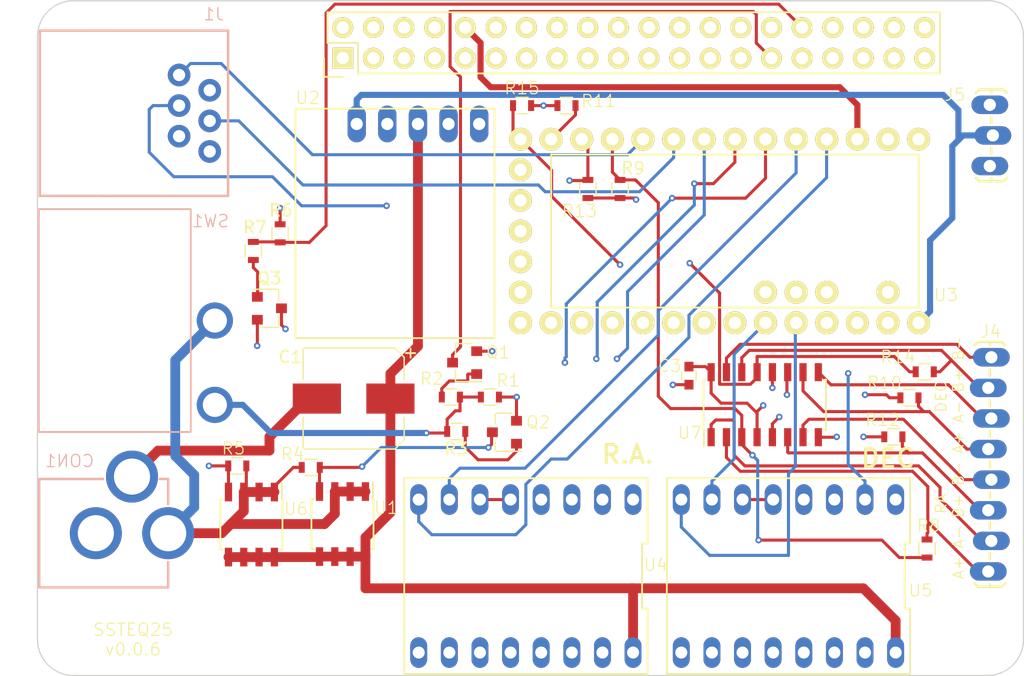
<source format=kicad_pcb>
(kicad_pcb (version 20171130) (host pcbnew 5.0.2-bee76a0~70~ubuntu18.04.1)

  (general
    (thickness 1.6)
    (drawings 26)
    (tracks 484)
    (zones 0)
    (modules 37)
    (nets 44)
  )

  (page USLetter)
  (title_block
    (title "SSTEQ25 Shield")
    (date 2018-08-18)
    (rev 0.0.5)
    (company "StarSync Trackers")
  )

  (layers
    (0 F.Cu signal)
    (1 In1.Cu signal)
    (2 In2.Cu signal)
    (31 B.Cu signal)
    (32 B.Adhes user)
    (33 F.Adhes user)
    (34 B.Paste user)
    (35 F.Paste user)
    (36 B.SilkS user)
    (37 F.SilkS user)
    (38 B.Mask user)
    (39 F.Mask user)
    (40 Dwgs.User user hide)
    (41 Cmts.User user)
    (42 Eco1.User user)
    (43 Eco2.User user)
    (44 Edge.Cuts user)
    (45 Margin user)
    (46 B.CrtYd user)
    (47 F.CrtYd user)
    (48 B.Fab user)
    (49 F.Fab user hide)
  )

  (setup
    (last_trace_width 0.254)
    (user_trace_width 0.254)
    (user_trace_width 0.508)
    (user_trace_width 0.8128)
    (user_trace_width 2.032)
    (trace_clearance 0.1016)
    (zone_clearance 0.508)
    (zone_45_only no)
    (trace_min 0.254)
    (segment_width 0.2)
    (edge_width 0.1)
    (via_size 0.5334)
    (via_drill 0.254)
    (via_min_size 0.5334)
    (via_min_drill 0.254)
    (user_via 0.5334 0.254)
    (user_via 0.5334 0.254)
    (user_via 0.5334 0.254)
    (user_via 0.5334 0.254)
    (uvia_size 0.508)
    (uvia_drill 0.127)
    (uvias_allowed no)
    (uvia_min_size 0.381)
    (uvia_min_drill 0.127)
    (pcb_text_width 0.3)
    (pcb_text_size 1.5 1.5)
    (mod_edge_width 0.15)
    (mod_text_size 1 1)
    (mod_text_width 0.15)
    (pad_size 1.524 3.048)
    (pad_drill 1.016)
    (pad_to_mask_clearance 0)
    (solder_mask_min_width 0.25)
    (aux_axis_origin 0 0)
    (visible_elements 7FFFFFFF)
    (pcbplotparams
      (layerselection 0x010fc_ffffffff)
      (usegerberextensions false)
      (usegerberattributes false)
      (usegerberadvancedattributes false)
      (creategerberjobfile false)
      (excludeedgelayer true)
      (linewidth 0.100000)
      (plotframeref false)
      (viasonmask false)
      (mode 1)
      (useauxorigin false)
      (hpglpennumber 1)
      (hpglpenspeed 20)
      (hpglpendiameter 15.000000)
      (psnegative false)
      (psa4output false)
      (plotreference true)
      (plotvalue true)
      (plotinvisibletext false)
      (padsonsilk false)
      (subtractmaskfromsilk false)
      (outputformat 1)
      (mirror false)
      (drillshape 0)
      (scaleselection 1)
      (outputdirectory "gerber/"))
  )

  (net 0 "")
  (net 1 +12V)
  (net 2 GND)
  (net 3 AG_RA-X)
  (net 4 AG_DEC-Y)
  (net 5 AG_DEC+Y)
  (net 6 AG_RA+X)
  (net 7 +5V)
  (net 8 RPI_TX)
  (net 9 RPI_RX)
  (net 10 +3V3)
  (net 11 "Net-(R1-Pad1)")
  (net 12 PWR_SW_PI)
  (net 13 PWR_RELAY_PI)
  (net 14 +12C)
  (net 15 RA_DIR)
  (net 16 RA_STEP)
  (net 17 RA_MS3)
  (net 18 RA_MS2)
  (net 19 RA_MS1)
  (net 20 DEC_MS3)
  (net 21 DEC_MS2)
  (net 22 DEC_MS1)
  (net 23 DEC_STEP)
  (net 24 DEC_DIR)
  (net 25 "Net-(U4-Pad5)")
  (net 26 "Net-(U5-Pad5)")
  (net 27 "Net-(Q1-Pad1)")
  (net 28 "Net-(Q2-Pad3)")
  (net 29 "Net-(Q2-Pad1)")
  (net 30 "Net-(Q3-Pad3)")
  (net 31 "Net-(Q3-Pad1)")
  (net 32 RA_ENC_A)
  (net 33 DEC_ENC_A)
  (net 34 RA_ENC_B)
  (net 35 DEC_ENC_B)
  (net 36 RA_ENC_A+)
  (net 37 RA_ENC_A-)
  (net 38 RA_ENC_B+)
  (net 39 RA_ENC_B-)
  (net 40 DEC_ENC_A+)
  (net 41 DEC_ENC_A-)
  (net 42 DEC_ENC_B+)
  (net 43 DEC_ENC_B-)

  (net_class Default "This is the default net class."
    (clearance 0.1016)
    (trace_width 0.254)
    (via_dia 0.5334)
    (via_drill 0.254)
    (uvia_dia 0.508)
    (uvia_drill 0.127)
    (diff_pair_gap 0.254)
    (diff_pair_width 0.254)
    (add_net +12C)
    (add_net +12V)
    (add_net +3V3)
    (add_net +5V)
    (add_net AG_DEC+Y)
    (add_net AG_DEC-Y)
    (add_net AG_RA+X)
    (add_net AG_RA-X)
    (add_net DEC_DIR)
    (add_net DEC_ENC_A)
    (add_net DEC_ENC_A+)
    (add_net DEC_ENC_A-)
    (add_net DEC_ENC_B)
    (add_net DEC_ENC_B+)
    (add_net DEC_ENC_B-)
    (add_net DEC_MS1)
    (add_net DEC_MS2)
    (add_net DEC_MS3)
    (add_net DEC_STEP)
    (add_net GND)
    (add_net "Net-(Q1-Pad1)")
    (add_net "Net-(Q2-Pad1)")
    (add_net "Net-(Q2-Pad3)")
    (add_net "Net-(Q3-Pad1)")
    (add_net "Net-(Q3-Pad3)")
    (add_net "Net-(R1-Pad1)")
    (add_net "Net-(U4-Pad5)")
    (add_net "Net-(U5-Pad5)")
    (add_net PWR_RELAY_PI)
    (add_net PWR_SW_PI)
    (add_net RA_DIR)
    (add_net RA_ENC_A)
    (add_net RA_ENC_A+)
    (add_net RA_ENC_A-)
    (add_net RA_ENC_B)
    (add_net RA_ENC_B+)
    (add_net RA_ENC_B-)
    (add_net RA_MS1)
    (add_net RA_MS2)
    (add_net RA_MS3)
    (add_net RA_STEP)
    (add_net RPI_RX)
    (add_net RPI_TX)
  )

  (module RPi_Hat:Pin_Header_Straight_2x20 locked (layer F.Cu) (tedit 5C842EB1) (tstamp 5516AEA0)
    (at 148.2605 69.532 90)
    (descr "Through hole pin header")
    (tags "pin header")
    (path /5515D395/5516AE26)
    (fp_text reference J2 (at -4.509 -25.1975 180) (layer F.SilkS) hide
      (effects (font (size 1.016 1.016) (thickness 0.1016)))
    )
    (fp_text value RPi_GPIO (at -1.27 -27.23 90) (layer F.Fab)
      (effects (font (size 1 1) (thickness 0.15)))
    )
    (fp_line (start -3.02 -25.88) (end -3.02 25.92) (layer F.CrtYd) (width 0.05))
    (fp_line (start 3.03 -25.88) (end 3.03 25.92) (layer F.CrtYd) (width 0.05))
    (fp_line (start -3.02 -25.88) (end 3.03 -25.88) (layer F.CrtYd) (width 0.05))
    (fp_line (start -3.02 25.92) (end 3.03 25.92) (layer F.CrtYd) (width 0.05))
    (fp_line (start 2.54 25.4) (end 2.54 -25.4) (layer F.SilkS) (width 0.15))
    (fp_line (start -2.54 -22.86) (end -2.54 25.4) (layer F.SilkS) (width 0.15))
    (fp_line (start 2.54 25.4) (end -2.54 25.4) (layer F.SilkS) (width 0.15))
    (fp_line (start 2.54 -25.4) (end 0 -25.4) (layer F.SilkS) (width 0.15))
    (fp_line (start -1.27 -25.68) (end -2.82 -25.68) (layer F.SilkS) (width 0.15))
    (fp_line (start 0 -25.4) (end 0 -22.86) (layer F.SilkS) (width 0.15))
    (fp_line (start 0 -22.86) (end -2.54 -22.86) (layer F.SilkS) (width 0.15))
    (fp_line (start -2.82 -25.68) (end -2.82 -24.13) (layer F.SilkS) (width 0.15))
    (pad 1 thru_hole rect (at -1.27 -24.13 90) (size 1.7272 1.7272) (drill 1.016) (layers *.Cu *.Mask F.SilkS))
    (pad 2 thru_hole oval (at 1.27 -24.13 90) (size 1.7272 1.7272) (drill 1.016) (layers *.Cu *.Mask F.SilkS)
      (net 7 +5V))
    (pad 3 thru_hole oval (at -1.27 -21.59 90) (size 1.7272 1.7272) (drill 1.016) (layers *.Cu *.Mask F.SilkS))
    (pad 4 thru_hole oval (at 1.27 -21.59 90) (size 1.7272 1.7272) (drill 1.016) (layers *.Cu *.Mask F.SilkS)
      (net 7 +5V))
    (pad 5 thru_hole oval (at -1.27 -19.05 90) (size 1.7272 1.7272) (drill 1.016) (layers *.Cu *.Mask F.SilkS))
    (pad 6 thru_hole oval (at 1.27 -19.05 90) (size 1.7272 1.7272) (drill 1.016) (layers *.Cu *.Mask F.SilkS)
      (net 2 GND))
    (pad 7 thru_hole oval (at -1.27 -16.51 90) (size 1.7272 1.7272) (drill 1.016) (layers *.Cu *.Mask F.SilkS))
    (pad 8 thru_hole oval (at 1.27 -16.51 90) (size 1.7272 1.7272) (drill 1.016) (layers *.Cu *.Mask F.SilkS)
      (net 8 RPI_TX))
    (pad 9 thru_hole oval (at -1.27 -13.97 90) (size 1.7272 1.7272) (drill 1.016) (layers *.Cu *.Mask F.SilkS)
      (net 2 GND))
    (pad 10 thru_hole oval (at 1.27 -13.97 90) (size 1.7272 1.7272) (drill 1.016) (layers *.Cu *.Mask F.SilkS)
      (net 9 RPI_RX))
    (pad 11 thru_hole oval (at -1.27 -11.43 90) (size 1.7272 1.7272) (drill 1.016) (layers *.Cu *.Mask F.SilkS))
    (pad 12 thru_hole oval (at 1.27 -11.43 90) (size 1.7272 1.7272) (drill 1.016) (layers *.Cu *.Mask F.SilkS))
    (pad 13 thru_hole oval (at -1.27 -8.89 90) (size 1.7272 1.7272) (drill 1.016) (layers *.Cu *.Mask F.SilkS))
    (pad 14 thru_hole oval (at 1.27 -8.89 90) (size 1.7272 1.7272) (drill 1.016) (layers *.Cu *.Mask F.SilkS)
      (net 2 GND))
    (pad 15 thru_hole oval (at -1.27 -6.35 90) (size 1.7272 1.7272) (drill 1.016) (layers *.Cu *.Mask F.SilkS))
    (pad 16 thru_hole oval (at 1.27 -6.35 90) (size 1.7272 1.7272) (drill 1.016) (layers *.Cu *.Mask F.SilkS))
    (pad 17 thru_hole oval (at -1.27 -3.81 90) (size 1.7272 1.7272) (drill 1.016) (layers *.Cu *.Mask F.SilkS))
    (pad 18 thru_hole oval (at 1.27 -3.81 90) (size 1.7272 1.7272) (drill 1.016) (layers *.Cu *.Mask F.SilkS))
    (pad 19 thru_hole oval (at -1.27 -1.27 90) (size 1.7272 1.7272) (drill 1.016) (layers *.Cu *.Mask F.SilkS))
    (pad 20 thru_hole oval (at 1.27 -1.27 90) (size 1.7272 1.7272) (drill 1.016) (layers *.Cu *.Mask F.SilkS)
      (net 2 GND))
    (pad 21 thru_hole oval (at -1.27 1.27 90) (size 1.7272 1.7272) (drill 1.016) (layers *.Cu *.Mask F.SilkS))
    (pad 22 thru_hole oval (at 1.27 1.27 90) (size 1.7272 1.7272) (drill 1.016) (layers *.Cu *.Mask F.SilkS))
    (pad 23 thru_hole oval (at -1.27 3.81 90) (size 1.7272 1.7272) (drill 1.016) (layers *.Cu *.Mask F.SilkS))
    (pad 24 thru_hole oval (at 1.27 3.81 90) (size 1.7272 1.7272) (drill 1.016) (layers *.Cu *.Mask F.SilkS))
    (pad 25 thru_hole oval (at -1.27 6.35 90) (size 1.7272 1.7272) (drill 1.016) (layers *.Cu *.Mask F.SilkS)
      (net 2 GND))
    (pad 26 thru_hole oval (at 1.27 6.35 90) (size 1.7272 1.7272) (drill 1.016) (layers *.Cu *.Mask F.SilkS))
    (pad 27 thru_hole oval (at -1.27 8.89 90) (size 1.7272 1.7272) (drill 1.016) (layers *.Cu *.Mask F.SilkS))
    (pad 28 thru_hole oval (at 1.27 8.89 90) (size 1.7272 1.7272) (drill 1.016) (layers *.Cu *.Mask F.SilkS))
    (pad 29 thru_hole oval (at -1.27 11.43 90) (size 1.7272 1.7272) (drill 1.016) (layers *.Cu *.Mask F.SilkS)
      (net 12 PWR_SW_PI))
    (pad 30 thru_hole oval (at 1.27 11.43 90) (size 1.7272 1.7272) (drill 1.016) (layers *.Cu *.Mask F.SilkS))
    (pad 31 thru_hole oval (at -1.27 13.97 90) (size 1.7272 1.7272) (drill 1.016) (layers *.Cu *.Mask F.SilkS))
    (pad 32 thru_hole oval (at 1.27 13.97 90) (size 1.7272 1.7272) (drill 1.016) (layers *.Cu *.Mask F.SilkS)
      (net 13 PWR_RELAY_PI))
    (pad 33 thru_hole oval (at -1.27 16.51 90) (size 1.7272 1.7272) (drill 1.016) (layers *.Cu *.Mask F.SilkS))
    (pad 34 thru_hole oval (at 1.27 16.51 90) (size 1.7272 1.7272) (drill 1.016) (layers *.Cu *.Mask F.SilkS)
      (net 2 GND))
    (pad 35 thru_hole oval (at -1.27 19.05 90) (size 1.7272 1.7272) (drill 1.016) (layers *.Cu *.Mask F.SilkS))
    (pad 36 thru_hole oval (at 1.27 19.05 90) (size 1.7272 1.7272) (drill 1.016) (layers *.Cu *.Mask F.SilkS))
    (pad 37 thru_hole oval (at -1.27 21.59 90) (size 1.7272 1.7272) (drill 1.016) (layers *.Cu *.Mask F.SilkS))
    (pad 38 thru_hole oval (at 1.27 21.59 90) (size 1.7272 1.7272) (drill 1.016) (layers *.Cu *.Mask F.SilkS))
    (pad 39 thru_hole oval (at -1.27 24.13 90) (size 1.7272 1.7272) (drill 1.016) (layers *.Cu *.Mask F.SilkS)
      (net 2 GND))
    (pad 40 thru_hole oval (at 1.27 24.13 90) (size 1.7272 1.7272) (drill 1.016) (layers *.Cu *.Mask F.SilkS))
    (model Pin_Headers.3dshapes/Pin_Header_Straight_2x20.wrl
      (at (xyz 0 0 0))
      (scale (xyz 1 1 1))
      (rotate (xyz 0 0 90))
    )
  )

  (module RPi_Hat:RPi_Hat_Mounting_Hole locked (layer F.Cu) (tedit 55217C7B) (tstamp 5515DEA9)
    (at 177.2605 69.532)
    (descr "Mounting hole, Befestigungsbohrung, 2,7mm, No Annular, Kein Restring,")
    (tags "Mounting hole, Befestigungsbohrung, 2,7mm, No Annular, Kein Restring,")
    (fp_text reference "" (at 0 -4.0005) (layer F.SilkS) hide
      (effects (font (size 1 1) (thickness 0.15)))
    )
    (fp_text value "" (at 0.09906 3.59918) (layer F.Fab) hide
      (effects (font (size 1 1) (thickness 0.15)))
    )
    (fp_circle (center 0 0) (end 1.375 0) (layer F.Fab) (width 0.15))
    (fp_circle (center 0 0) (end 3.1 0) (layer F.Fab) (width 0.15))
    (fp_circle (center 0 0) (end 3.1 0) (layer B.Fab) (width 0.15))
    (fp_circle (center 0 0) (end 1.375 0) (layer B.Fab) (width 0.15))
    (fp_circle (center 0 0) (end 3.1 0) (layer F.CrtYd) (width 0.15))
    (fp_circle (center 0 0) (end 3.1 0) (layer B.CrtYd) (width 0.15))
    (pad "" np_thru_hole circle (at 0 0) (size 2.75 2.75) (drill 2.75) (layers *.Cu *.Mask)
      (solder_mask_margin 1.725) (clearance 1.725))
  )

  (module RPi_Hat:RPi_Hat_Mounting_Hole locked (layer F.Cu) (tedit 55217CCB) (tstamp 55169DC9)
    (at 177.2605 118.532)
    (descr "Mounting hole, Befestigungsbohrung, 2,7mm, No Annular, Kein Restring,")
    (tags "Mounting hole, Befestigungsbohrung, 2,7mm, No Annular, Kein Restring,")
    (fp_text reference "" (at 0 -4.0005) (layer F.SilkS) hide
      (effects (font (size 1 1) (thickness 0.15)))
    )
    (fp_text value "" (at 0.09906 3.59918) (layer F.Fab) hide
      (effects (font (size 1 1) (thickness 0.15)))
    )
    (fp_circle (center 0 0) (end 1.375 0) (layer F.Fab) (width 0.15))
    (fp_circle (center 0 0) (end 3.1 0) (layer F.Fab) (width 0.15))
    (fp_circle (center 0 0) (end 3.1 0) (layer B.Fab) (width 0.15))
    (fp_circle (center 0 0) (end 1.375 0) (layer B.Fab) (width 0.15))
    (fp_circle (center 0 0) (end 3.1 0) (layer F.CrtYd) (width 0.15))
    (fp_circle (center 0 0) (end 3.1 0) (layer B.CrtYd) (width 0.15))
    (pad "" np_thru_hole circle (at 0 0) (size 2.75 2.75) (drill 2.75) (layers *.Cu *.Mask)
      (solder_mask_margin 1.725) (clearance 1.725))
  )

  (module RPi_Hat:RPi_Hat_Mounting_Hole locked (layer F.Cu) (tedit 55217CB9) (tstamp 5515DECC)
    (at 119.2605 118.532)
    (descr "Mounting hole, Befestigungsbohrung, 2,7mm, No Annular, Kein Restring,")
    (tags "Mounting hole, Befestigungsbohrung, 2,7mm, No Annular, Kein Restring,")
    (fp_text reference "" (at 0 -4.0005) (layer F.SilkS) hide
      (effects (font (size 1 1) (thickness 0.15)))
    )
    (fp_text value "" (at 0.09906 3.59918) (layer F.Fab) hide
      (effects (font (size 1 1) (thickness 0.15)))
    )
    (fp_circle (center 0 0) (end 1.375 0) (layer F.Fab) (width 0.15))
    (fp_circle (center 0 0) (end 3.1 0) (layer F.Fab) (width 0.15))
    (fp_circle (center 0 0) (end 3.1 0) (layer B.Fab) (width 0.15))
    (fp_circle (center 0 0) (end 1.375 0) (layer B.Fab) (width 0.15))
    (fp_circle (center 0 0) (end 3.1 0) (layer F.CrtYd) (width 0.15))
    (fp_circle (center 0 0) (end 3.1 0) (layer B.CrtYd) (width 0.15))
    (pad "" np_thru_hole circle (at 0 0) (size 2.75 2.75) (drill 2.75) (layers *.Cu *.Mask)
      (solder_mask_margin 1.725) (clearance 1.725))
  )

  (module RPi_Hat:RPi_Hat_Mounting_Hole locked (layer F.Cu) (tedit 55217CA2) (tstamp 5515DEBF)
    (at 119.2605 69.532)
    (descr "Mounting hole, Befestigungsbohrung, 2,7mm, No Annular, Kein Restring,")
    (tags "Mounting hole, Befestigungsbohrung, 2,7mm, No Annular, Kein Restring,")
    (fp_text reference "" (at 0 -4.0005) (layer F.SilkS) hide
      (effects (font (size 1 1) (thickness 0.15)))
    )
    (fp_text value "" (at 0.09906 3.59918) (layer F.Fab) hide
      (effects (font (size 1 1) (thickness 0.15)))
    )
    (fp_circle (center 0 0) (end 1.375 0) (layer F.Fab) (width 0.15))
    (fp_circle (center 0 0) (end 3.1 0) (layer F.Fab) (width 0.15))
    (fp_circle (center 0 0) (end 3.1 0) (layer B.Fab) (width 0.15))
    (fp_circle (center 0 0) (end 1.375 0) (layer B.Fab) (width 0.15))
    (fp_circle (center 0 0) (end 3.1 0) (layer F.CrtYd) (width 0.15))
    (fp_circle (center 0 0) (end 3.1 0) (layer B.CrtYd) (width 0.15))
    (pad "" np_thru_hole circle (at 0 0) (size 2.75 2.75) (drill 2.75) (layers *.Cu *.Mask)
      (solder_mask_margin 1.725) (clearance 1.725))
  )

  (module isadore_custom_footprints:POWER_JACK_PTH (layer B.Cu) (tedit 5C85CD1D) (tstamp 5B0327A0)
    (at 95.9485 110.236 90)
    (path /5B02F876)
    (fp_text reference CON1 (at 5.3975 7.6365) (layer B.SilkS)
      (effects (font (size 1.016 1.016) (thickness 0.1016)) (justify left bottom mirror))
    )
    (fp_text value BARREL_JACK (at -3.81 3.81 90) (layer B.SilkS) hide
      (effects (font (size 0.38608 0.38608) (thickness 0.032512)) (justify left bottom mirror))
    )
    (fp_line (start 4.5 13.7) (end 2.4 13.7) (layer B.SilkS) (width 0.2032))
    (fp_line (start -4.5 3) (end -4.5 0.1) (layer Dwgs.User) (width 0.2032))
    (fp_line (start 4.5 0.1) (end 4.5 3) (layer Dwgs.User) (width 0.2032))
    (fp_line (start 4.5 0.1) (end -4.5 0.1) (layer Dwgs.User) (width 0.2032))
    (fp_line (start 4.5 3) (end 4.5 8.3) (layer B.SilkS) (width 0.2032))
    (fp_line (start 4.5 13.7) (end 4.5 13) (layer B.SilkS) (width 0.2032))
    (fp_line (start -4.5 3) (end -4.5 13.7) (layer B.SilkS) (width 0.2032))
    (fp_line (start -4.5 13.7) (end -2.4 13.7) (layer B.SilkS) (width 0.2032))
    (fp_line (start -4.5 3) (end 4.5 3) (layer B.SilkS) (width 0.2032))
    (pad 1 thru_hole circle (at 0 13.7 90) (size 4.318 4.318) (drill 2.9972) (layers *.Cu *.Mask)
      (net 1 +12V))
    (pad 3 thru_hole circle (at 0 7.7 90) (size 4.318 4.318) (drill 2.9972) (layers *.Cu *.Mask)
      (net 2 GND))
    (pad 2 thru_hole circle (at 4.7 10.7) (size 4.318 4.318) (drill 2.9972) (layers *.Cu *.Mask)
      (net 2 GND))
  )

  (module SparkFun-Connectors:RJ11-6 (layer B.Cu) (tedit 5C84A22A) (tstamp 5B0327AC)
    (at 104.2035 75.3745 90)
    (descr "<h3>RJ11 6-Pin Socket with PCB Mounting Post</h3>\n<p>Specifications:\n<ul><li>Pin count: 6</li>\n</ul></p>\n<p><a href=”https://www.sparkfun.com/datasheets/Prototyping/Connectors/RJ11-Datasheet.pdf”>Datasheet referenced for footprint</a></p>\n<p>Example device(s):\n<ul><li>RJ11-6</li>\n</ul></p>")
    (path /5B02F815)
    (fp_text reference J1 (at 7.62 10.16) (layer B.SilkS)
      (effects (font (size 1.016 1.016) (thickness 0.1016)) (justify left bottom mirror))
    )
    (fp_text value RJ12 (at -1.651 -2.794 90) (layer B.SilkS) hide
      (effects (font (size 0.57912 0.57912) (thickness 0.12192)) (justify left bottom mirror))
    )
    (fp_line (start 6.858 -5.207) (end 6.858 10.414) (layer B.SilkS) (width 0.2032))
    (fp_line (start 6.858 10.414) (end -6.858 10.414) (layer B.SilkS) (width 0.2032))
    (fp_line (start -6.858 10.414) (end -6.858 -5.207) (layer B.SilkS) (width 0.2032))
    (fp_line (start 6.858 -5.207) (end -6.858 -5.207) (layer B.SilkS) (width 0.2032))
    (fp_line (start -6.858 -5.207) (end -6.858 -8.128) (layer Dwgs.User) (width 0.2032))
    (fp_line (start -6.858 -8.128) (end 6.858 -8.128) (layer Dwgs.User) (width 0.2032))
    (fp_line (start 6.858 -8.128) (end 6.858 -5.207) (layer Dwgs.User) (width 0.2032))
    (pad 1 thru_hole circle (at -3.175 8.89 90) (size 1.8796 1.8796) (drill 1.016) (layers *.Cu *.Mask))
    (pad 2 thru_hole circle (at -1.905 6.35 90) (size 1.8796 1.8796) (drill 1.016) (layers *.Cu *.Mask)
      (net 2 GND))
    (pad 3 thru_hole circle (at -0.635 8.89 90) (size 1.8796 1.8796) (drill 1.016) (layers *.Cu *.Mask)
      (net 3 AG_RA-X))
    (pad 4 thru_hole circle (at 0.635 6.35 90) (size 1.8796 1.8796) (drill 1.016) (layers *.Cu *.Mask)
      (net 4 AG_DEC-Y))
    (pad 5 thru_hole circle (at 1.905 8.89 90) (size 1.8796 1.8796) (drill 1.016) (layers *.Cu *.Mask)
      (net 5 AG_DEC+Y))
    (pad 6 thru_hole circle (at 3.175 6.35 90) (size 1.8796 1.8796) (drill 1.016) (layers *.Cu *.Mask)
      (net 6 AG_RA+X))
    (pad "" np_thru_hole circle (at -5.08 0 90) (size 3.2512 3.2512) (drill 3.2512) (layers *.Cu))
    (pad "" np_thru_hole circle (at 5.08 0 90) (size 3.2512 3.2512) (drill 3.2512) (layers *.Cu))
  )

  (module isadore_custom_footprints:pololu_D24V22F5 (layer F.Cu) (tedit 5B72780B) (tstamp 5C88FA76)
    (at 130.3655 76.2635 180)
    (path /5B02F72B)
    (fp_text reference U2 (at 9.144 2.159) (layer F.SilkS)
      (effects (font (size 1.016 1.016) (thickness 0.1016)))
    )
    (fp_text value pololu_D24V22F5 (at 0 2.54 180) (layer F.Fab)
      (effects (font (size 1 1) (thickness 0.15)))
    )
    (fp_line (start 10.16 1.27) (end -6.35 1.27) (layer F.SilkS) (width 0.15))
    (fp_line (start 10.16 -17.78) (end 10.16 1.27) (layer F.SilkS) (width 0.15))
    (fp_line (start -6.35 -17.78) (end 10.16 -17.78) (layer F.SilkS) (width 0.15))
    (fp_line (start -6.35 1.27) (end -6.35 -17.78) (layer F.SilkS) (width 0.15))
    (pad 1 thru_hole oval (at -5.08 0 180) (size 1.524 3.048) (drill 1.016) (layers *.Cu *.Mask))
    (pad 2 thru_hole oval (at -2.54 0 180) (size 1.524 3.048) (drill 1.016) (layers *.Cu *.Mask))
    (pad 3 thru_hole oval (at 0 0 180) (size 1.524 3.048) (drill 1.016) (layers *.Cu *.Mask)
      (net 14 +12C))
    (pad 4 thru_hole oval (at 2.54 0 180) (size 1.524 3.048) (drill 1.016) (layers *.Cu *.Mask)
      (net 2 GND))
    (pad 5 thru_hole oval (at 5.08 0 180) (size 1.524 3.048) (drill 1.016) (layers *.Cu *.Mask)
      (net 7 +5V))
  )

  (module custom_footprints:Teensy-3.1 (layer F.Cu) (tedit 5B033F5C) (tstamp 5B032802)
    (at 169.3545 77.5335 180)
    (path /5B02F798)
    (fp_text reference U3 (at -4.8133 -12.9286) (layer F.SilkS)
      (effects (font (size 1.016 1.016) (thickness 0.1016)))
    )
    (fp_text value Teensy_3.1 (at 5.08 -10.16 180) (layer F.Fab)
      (effects (font (size 1.5 1.5) (thickness 0.15)))
    )
    (fp_line (start 27.94 -2.54) (end 27.94 -1.27) (layer F.SilkS) (width 0.15))
    (fp_line (start 27.94 -1.27) (end -2.54 -1.27) (layer F.SilkS) (width 0.15))
    (fp_line (start -2.54 -1.27) (end -2.54 -2.54) (layer F.SilkS) (width 0.15))
    (fp_line (start -2.54 -12.7) (end -2.54 -13.97) (layer F.SilkS) (width 0.15))
    (fp_line (start -2.54 -13.97) (end 27.94 -13.97) (layer F.SilkS) (width 0.15))
    (fp_line (start 27.94 -13.97) (end 27.94 -12.7) (layer F.SilkS) (width 0.15))
    (fp_line (start 27.94 -12.7) (end 27.94 -2.54) (layer F.SilkS) (width 0.15))
    (fp_line (start -2.54 -2.54) (end -2.54 -12.7) (layer F.SilkS) (width 0.15))
    (pad 36 thru_hole circle (at 10.16 -12.7 180) (size 1.9 1.9) (drill 1.016) (layers *.Cu *.Mask F.SilkS))
    (pad 35 thru_hole circle (at 7.62 -12.7 180) (size 1.9 1.9) (drill 1.016) (layers *.Cu *.Mask F.SilkS))
    (pad 34 thru_hole circle (at 5.08 -12.7 180) (size 1.9 1.9) (drill 1.016) (layers *.Cu *.Mask F.SilkS))
    (pad 33 thru_hole circle (at 0 -12.7 180) (size 1.9 1.9) (drill 1.016) (layers *.Cu *.Mask F.SilkS))
    (pad 32 thru_hole circle (at 30.48 -2.54 180) (size 1.9 1.9) (drill 1.016) (layers *.Cu *.Mask F.SilkS))
    (pad 31 thru_hole circle (at 30.48 -5.08 180) (size 1.9 1.9) (drill 1.016) (layers *.Cu *.Mask F.SilkS))
    (pad 30 thru_hole circle (at 30.48 -7.62 180) (size 1.9 1.9) (drill 1.016) (layers *.Cu *.Mask F.SilkS))
    (pad 29 thru_hole circle (at 30.48 -10.16 180) (size 1.9 1.9) (drill 1.016) (layers *.Cu *.Mask F.SilkS))
    (pad 28 thru_hole circle (at 30.48 -12.7 180) (size 1.9 1.9) (drill 1.016) (layers *.Cu *.Mask F.SilkS))
    (pad 0 thru_hole circle (at 0 0 180) (size 1.9 1.9) (drill 1.016) (layers *.Cu *.Mask F.SilkS)
      (net 8 RPI_TX))
    (pad 1 thru_hole circle (at 2.54 0 180) (size 1.9 1.9) (drill 1.016) (layers *.Cu *.Mask F.SilkS)
      (net 9 RPI_RX))
    (pad 2 thru_hole circle (at 5.08 0 180) (size 1.9 1.9) (drill 1.016) (layers *.Cu *.Mask F.SilkS)
      (net 15 RA_DIR))
    (pad 3 thru_hole circle (at 7.62 0 180) (size 1.9 1.9) (drill 1.016) (layers *.Cu *.Mask F.SilkS)
      (net 16 RA_STEP))
    (pad 4 thru_hole circle (at 10.16 0 180) (size 1.9 1.9) (drill 1.016) (layers *.Cu *.Mask F.SilkS)
      (net 17 RA_MS3))
    (pad 5 thru_hole circle (at 12.7 0 180) (size 1.9 1.9) (drill 1.016) (layers *.Cu *.Mask F.SilkS)
      (net 18 RA_MS2))
    (pad 6 thru_hole circle (at 15.24 0 180) (size 1.9 1.9) (drill 1.016) (layers *.Cu *.Mask F.SilkS)
      (net 19 RA_MS1))
    (pad 7 thru_hole circle (at 17.78 0 180) (size 1.9 1.9) (drill 1.016) (layers *.Cu *.Mask F.SilkS)
      (net 3 AG_RA-X))
    (pad 8 thru_hole circle (at 20.32 0 180) (size 1.9 1.9) (drill 1.016) (layers *.Cu *.Mask F.SilkS)
      (net 6 AG_RA+X))
    (pad 9 thru_hole circle (at 22.86 0 180) (size 1.9 1.9) (drill 1.016) (layers *.Cu *.Mask F.SilkS)
      (net 32 RA_ENC_A))
    (pad 10 thru_hole circle (at 25.4 0 180) (size 1.9 1.9) (drill 1.016) (layers *.Cu *.Mask F.SilkS)
      (net 34 RA_ENC_B))
    (pad 11 thru_hole circle (at 27.94 0 180) (size 1.9 1.9) (drill 1.016) (layers *.Cu *.Mask F.SilkS)
      (net 33 DEC_ENC_A))
    (pad 12 thru_hole circle (at 30.48 0 180) (size 1.9 1.9) (drill 1.016) (layers *.Cu *.Mask F.SilkS)
      (net 35 DEC_ENC_B))
    (pad 13 thru_hole circle (at 30.48 -15.24 180) (size 1.9 1.9) (drill 1.016) (layers *.Cu *.Mask F.SilkS))
    (pad 14 thru_hole circle (at 27.94 -15.24 180) (size 1.9 1.9) (drill 1.016) (layers *.Cu *.Mask F.SilkS))
    (pad 15 thru_hole circle (at 25.4 -15.24 180) (size 1.9 1.9) (drill 1.016) (layers *.Cu *.Mask F.SilkS))
    (pad 16 thru_hole circle (at 22.86 -15.24 180) (size 1.9 1.9) (drill 1.016) (layers *.Cu *.Mask F.SilkS)
      (net 5 AG_DEC+Y))
    (pad 17 thru_hole circle (at 20.32 -15.24 180) (size 1.9 1.9) (drill 1.016) (layers *.Cu *.Mask F.SilkS)
      (net 4 AG_DEC-Y))
    (pad 18 thru_hole circle (at 17.78 -15.24 180) (size 1.9 1.9) (drill 1.016) (layers *.Cu *.Mask F.SilkS)
      (net 20 DEC_MS3))
    (pad 19 thru_hole circle (at 15.24 -15.24 180) (size 1.9 1.9) (drill 1.016) (layers *.Cu *.Mask F.SilkS)
      (net 21 DEC_MS2))
    (pad 20 thru_hole circle (at 12.7 -15.24 180) (size 1.9 1.9) (drill 1.016) (layers *.Cu *.Mask F.SilkS)
      (net 22 DEC_MS1))
    (pad 21 thru_hole circle (at 10.16 -15.24 180) (size 1.9 1.9) (drill 1.016) (layers *.Cu *.Mask F.SilkS)
      (net 23 DEC_STEP))
    (pad 22 thru_hole circle (at 7.62 -15.24 180) (size 1.9 1.9) (drill 1.016) (layers *.Cu *.Mask F.SilkS)
      (net 24 DEC_DIR))
    (pad 23 thru_hole circle (at 5.08 -15.24 180) (size 1.9 1.9) (drill 1.016) (layers *.Cu *.Mask F.SilkS))
    (pad 24 thru_hole circle (at 2.54 -15.24 180) (size 1.9 1.9) (drill 1.016) (layers *.Cu *.Mask F.SilkS)
      (net 10 +3V3))
    (pad 25 thru_hole circle (at 0 -15.24 180) (size 1.9 1.9) (drill 1.016) (layers *.Cu *.Mask F.SilkS))
    (pad 26 thru_hole circle (at -2.54 -15.24 180) (size 1.9 1.9) (drill 1.016) (layers *.Cu *.Mask F.SilkS)
      (net 7 +5V))
    (pad 27 thru_hole circle (at -2.54 0 180) (size 1.9 1.9) (drill 1.016) (layers *.Cu *.Mask F.SilkS)
      (net 2 GND))
  )

  (module custom_footprints:PWR_SWITCH_RA1H1C112R (layer B.Cu) (tedit 5C84A21E) (tstamp 5B72784A)
    (at 105.2195 92.583 270)
    (path /5B6F8977)
    (fp_text reference SW1 (at -8.255 -7.9375 180) (layer B.SilkS)
      (effects (font (size 1.016 1.016) (thickness 0.1016)) (justify mirror))
    )
    (fp_text value SW_SPST (at 7.62 7.62 270) (layer B.Fab) hide
      (effects (font (size 1 1) (thickness 0.15)) (justify mirror))
    )
    (fp_line (start -9.25 -6.3) (end -9.25 6.3) (layer B.SilkS) (width 0.15))
    (fp_line (start 9.25 -6.3) (end -9.25 -6.3) (layer B.SilkS) (width 0.15))
    (fp_line (start 9.25 6.3) (end 9.25 -6.3) (layer B.SilkS) (width 0.15))
    (fp_line (start -9.25 6.3) (end 9.25 6.3) (layer B.SilkS) (width 0.15))
    (pad 1 thru_hole circle (at 0 -8.3 270) (size 3 3) (drill 2) (layers *.Cu *.Mask)
      (net 1 +12V))
    (pad 2 thru_hole circle (at 7 -8.3 270) (size 3 3) (drill 2) (layers *.Cu *.Mask)
      (net 11 "Net-(R1-Pad1)"))
  )

  (module Housings_SOIC:SOIC-8_3.9x4.9mm_Pitch1.27mm (layer F.Cu) (tedit 5C84A17E) (tstamp 5B772A0D)
    (at 124.105278 109.477209 270)
    (descr "8-Lead Plastic Small Outline (SN) - Narrow, 3.90 mm Body [SOIC] (see Microchip Packaging Specification 00000049BS.pdf)")
    (tags "SOIC 1.27")
    (path /5C8E2FB0)
    (attr smd)
    (fp_text reference U1 (at -1.349409 -3.631322) (layer F.SilkS)
      (effects (font (size 1.016 1.016) (thickness 0.1016)))
    )
    (fp_text value MCQ9435 (at 0 3.5 270) (layer F.Fab)
      (effects (font (size 1 1) (thickness 0.15)))
    )
    (fp_text user %R (at 0 0 270) (layer F.Fab)
      (effects (font (size 1 1) (thickness 0.15)))
    )
    (fp_line (start -0.95 -2.45) (end 1.95 -2.45) (layer F.Fab) (width 0.1))
    (fp_line (start 1.95 -2.45) (end 1.95 2.45) (layer F.Fab) (width 0.1))
    (fp_line (start 1.95 2.45) (end -1.95 2.45) (layer F.Fab) (width 0.1))
    (fp_line (start -1.95 2.45) (end -1.95 -1.45) (layer F.Fab) (width 0.1))
    (fp_line (start -1.95 -1.45) (end -0.95 -2.45) (layer F.Fab) (width 0.1))
    (fp_line (start -3.73 -2.7) (end -3.73 2.7) (layer F.CrtYd) (width 0.05))
    (fp_line (start 3.73 -2.7) (end 3.73 2.7) (layer F.CrtYd) (width 0.05))
    (fp_line (start -3.73 -2.7) (end 3.73 -2.7) (layer F.CrtYd) (width 0.05))
    (fp_line (start -3.73 2.7) (end 3.73 2.7) (layer F.CrtYd) (width 0.05))
    (fp_line (start -2.075 -2.575) (end -2.075 -2.525) (layer F.SilkS) (width 0.15))
    (fp_line (start 2.075 -2.575) (end 2.075 -2.43) (layer F.SilkS) (width 0.15))
    (fp_line (start 2.075 2.575) (end 2.075 2.43) (layer F.SilkS) (width 0.15))
    (fp_line (start -2.075 2.575) (end -2.075 2.43) (layer F.SilkS) (width 0.15))
    (fp_line (start -2.075 -2.575) (end 2.075 -2.575) (layer F.SilkS) (width 0.15))
    (fp_line (start -2.075 2.575) (end 2.075 2.575) (layer F.SilkS) (width 0.15))
    (fp_line (start -2.075 -2.525) (end -3.475 -2.525) (layer F.SilkS) (width 0.15))
    (pad 1 smd rect (at -2.7 -1.905 270) (size 1.55 0.6) (layers F.Cu F.Paste F.Mask)
      (net 1 +12V))
    (pad 2 smd rect (at -2.7 -0.635 270) (size 1.55 0.6) (layers F.Cu F.Paste F.Mask)
      (net 1 +12V))
    (pad 3 smd rect (at -2.7 0.635 270) (size 1.55 0.6) (layers F.Cu F.Paste F.Mask)
      (net 1 +12V))
    (pad 4 smd rect (at -2.7 1.905 270) (size 1.55 0.6) (layers F.Cu F.Paste F.Mask)
      (net 28 "Net-(Q2-Pad3)"))
    (pad 5 smd rect (at 2.7 1.905 270) (size 1.55 0.6) (layers F.Cu F.Paste F.Mask)
      (net 14 +12C))
    (pad 6 smd rect (at 2.7 0.635 270) (size 1.55 0.6) (layers F.Cu F.Paste F.Mask)
      (net 14 +12C))
    (pad 7 smd rect (at 2.7 -0.635 270) (size 1.55 0.6) (layers F.Cu F.Paste F.Mask)
      (net 14 +12C))
    (pad 8 smd rect (at 2.7 -1.905 270) (size 1.55 0.6) (layers F.Cu F.Paste F.Mask)
      (net 14 +12C))
    (model ${KISYS3DMOD}/Housings_SOIC.3dshapes/SOIC-8_3.9x4.9mm_Pitch1.27mm.wrl
      (at (xyz 0 0 0))
      (scale (xyz 1 1 1))
      (rotate (xyz 0 0 0))
    )
  )

  (module Capacitors_SMD:CP_Elec_8x5.4 (layer F.Cu) (tedit 58AA8B87) (tstamp 5C88EF9F)
    (at 125.0315 99.06 180)
    (descr "SMT capacitor, aluminium electrolytic, 8x5.4")
    (path /5C839DA8)
    (attr smd)
    (fp_text reference C1 (at 5.2451 3.4544 180) (layer F.SilkS)
      (effects (font (size 1 1) (thickness 0.15)))
    )
    (fp_text value 100u/25V (at 0 -5.45 180) (layer F.Fab)
      (effects (font (size 1 1) (thickness 0.15)))
    )
    (fp_line (start -3.43 -4.19) (end 4.19 -4.19) (layer F.SilkS) (width 0.12))
    (fp_line (start -4.19 -3.43) (end -3.43 -4.19) (layer F.SilkS) (width 0.12))
    (fp_line (start -3.43 4.19) (end -4.19 3.43) (layer F.SilkS) (width 0.12))
    (fp_line (start 4.19 4.19) (end -3.43 4.19) (layer F.SilkS) (width 0.12))
    (fp_line (start -5.3 -4.5) (end -5.3 0) (layer F.CrtYd) (width 0.05))
    (fp_line (start 5.3 -4.5) (end -5.3 -4.5) (layer F.CrtYd) (width 0.05))
    (fp_line (start 5.3 4.5) (end 5.3 -4.5) (layer F.CrtYd) (width 0.05))
    (fp_line (start -5.3 4.5) (end 5.3 4.5) (layer F.CrtYd) (width 0.05))
    (fp_line (start -5.3 0) (end -5.3 4.5) (layer F.CrtYd) (width 0.05))
    (fp_line (start 4.04 -4.04) (end -3.37 -4.04) (layer F.Fab) (width 0.1))
    (fp_line (start -3.37 -4.04) (end -4.04 -3.37) (layer F.Fab) (width 0.1))
    (fp_line (start -4.04 -3.37) (end -4.04 3.37) (layer F.Fab) (width 0.1))
    (fp_line (start -4.04 3.37) (end -3.37 4.04) (layer F.Fab) (width 0.1))
    (fp_line (start -3.37 4.04) (end 4.04 4.04) (layer F.Fab) (width 0.1))
    (fp_line (start 4.04 4.04) (end 4.04 -4.04) (layer F.Fab) (width 0.1))
    (fp_line (start 4.19 -4.19) (end 4.19 -1.56) (layer F.SilkS) (width 0.12))
    (fp_line (start 4.19 4.19) (end 4.19 1.56) (layer F.SilkS) (width 0.12))
    (fp_line (start -4.19 3.43) (end -4.19 1.56) (layer F.SilkS) (width 0.12))
    (fp_line (start -4.19 -3.43) (end -4.19 -1.56) (layer F.SilkS) (width 0.12))
    (fp_text user %R (at 0 5.45 180) (layer F.Fab)
      (effects (font (size 1 1) (thickness 0.15)))
    )
    (fp_text user + (at -4.72 3.85 180) (layer F.SilkS)
      (effects (font (size 1 1) (thickness 0.15)))
    )
    (fp_text user + (at -1.93 -0.06 180) (layer F.Fab)
      (effects (font (size 1 1) (thickness 0.15)))
    )
    (fp_circle (center 0 0) (end 1.1 3.8) (layer F.Fab) (width 0.1))
    (pad 2 smd rect (at 3.05 0) (size 4 2.5) (layers F.Cu F.Paste F.Mask)
      (net 2 GND))
    (pad 1 smd rect (at -3.05 0) (size 4 2.5) (layers F.Cu F.Paste F.Mask)
      (net 14 +12C))
    (model Capacitors_SMD.3dshapes/CP_Elec_8x5.4.wrl
      (at (xyz 0 0 0))
      (scale (xyz 1 1 1))
      (rotate (xyz 0 0 180))
    )
  )

  (module Capacitors_SMD:C_0603 (layer F.Cu) (tedit 5C84A116) (tstamp 5C88EFCD)
    (at 152.8445 97.155 90)
    (descr "Capacitor SMD 0603, reflow soldering, AVX (see smccp.pdf)")
    (tags "capacitor 0603")
    (path /5C9F04D3)
    (attr smd)
    (fp_text reference C3 (at 0.8128 -1.5875 180) (layer F.SilkS)
      (effects (font (size 1 1) (thickness 0.1016)))
    )
    (fp_text value 0.1u (at 0 1.5 90) (layer F.Fab)
      (effects (font (size 1 1) (thickness 0.15)))
    )
    (fp_text user %R (at 0 0 90) (layer F.Fab)
      (effects (font (size 0.3 0.3) (thickness 0.075)))
    )
    (fp_line (start -0.8 0.4) (end -0.8 -0.4) (layer F.Fab) (width 0.1))
    (fp_line (start 0.8 0.4) (end -0.8 0.4) (layer F.Fab) (width 0.1))
    (fp_line (start 0.8 -0.4) (end 0.8 0.4) (layer F.Fab) (width 0.1))
    (fp_line (start -0.8 -0.4) (end 0.8 -0.4) (layer F.Fab) (width 0.1))
    (fp_line (start -0.35 -0.6) (end 0.35 -0.6) (layer F.SilkS) (width 0.12))
    (fp_line (start 0.35 0.6) (end -0.35 0.6) (layer F.SilkS) (width 0.12))
    (fp_line (start -1.4 -0.65) (end 1.4 -0.65) (layer F.CrtYd) (width 0.05))
    (fp_line (start -1.4 -0.65) (end -1.4 0.65) (layer F.CrtYd) (width 0.05))
    (fp_line (start 1.4 0.65) (end 1.4 -0.65) (layer F.CrtYd) (width 0.05))
    (fp_line (start 1.4 0.65) (end -1.4 0.65) (layer F.CrtYd) (width 0.05))
    (pad 1 smd rect (at -0.75 0 90) (size 0.8 0.75) (layers F.Cu F.Paste F.Mask)
      (net 2 GND))
    (pad 2 smd rect (at 0.75 0 90) (size 0.8 0.75) (layers F.Cu F.Paste F.Mask)
      (net 10 +3V3))
    (model Capacitors_SMD.3dshapes/C_0603.wrl
      (at (xyz 0 0 0))
      (scale (xyz 1 1 1))
      (rotate (xyz 0 0 0))
    )
  )

  (module Connectors:1X08_LOCK_LONGPADS (layer F.Cu) (tedit 5C84A243) (tstamp 5C88F007)
    (at 177.8 95.631 270)
    (descr "PLATED THROUGH HOLE -8 PIN LOCKING FOOTPRINT WITH LONG PADS")
    (tags "PLATED THROUGH HOLE -8 PIN LOCKING FOOTPRINT WITH LONG PADS")
    (path /5CB285FD)
    (attr virtual)
    (fp_text reference J4 (at -2.1336 -0.0762) (layer F.SilkS)
      (effects (font (size 1.016 1.016) (thickness 0.1016)))
    )
    (fp_text value Screw_Terminal_01x08 (at 0 2.159 270) (layer F.SilkS) hide
      (effects (font (size 0.6096 0.6096) (thickness 0.127)))
    )
    (fp_line (start 19.05 0) (end 18.796 0) (layer F.SilkS) (width 0.2032))
    (fp_line (start 19.05 -0.9906) (end 18.7706 -1.27) (layer F.SilkS) (width 0.2032))
    (fp_line (start 19.05 0) (end 19.05 -0.9906) (layer F.SilkS) (width 0.2032))
    (fp_line (start 19.05 0.9906) (end 18.7706 1.27) (layer F.SilkS) (width 0.2032))
    (fp_line (start 19.05 0) (end 19.05 0.9906) (layer F.SilkS) (width 0.2032))
    (fp_line (start 16.764 0) (end 16.256 0) (layer F.SilkS) (width 0.2032))
    (fp_line (start 14.224 0) (end 13.716 0) (layer F.SilkS) (width 0.2032))
    (fp_line (start -1.27 0.9906) (end -0.9906 1.27) (layer F.SilkS) (width 0.2032))
    (fp_line (start -1.27 0) (end -1.27 0.9906) (layer F.SilkS) (width 0.2032))
    (fp_line (start -1.27 -0.9906) (end -0.9906 -1.27) (layer F.SilkS) (width 0.2032))
    (fp_line (start -1.27 0) (end -1.27 -0.9906) (layer F.SilkS) (width 0.2032))
    (fp_line (start -1.27 0) (end -1.016 0) (layer F.SilkS) (width 0.2032))
    (fp_line (start 11.684 0) (end 11.176 0) (layer F.SilkS) (width 0.2032))
    (fp_line (start 9.144 0) (end 8.636 0) (layer F.SilkS) (width 0.2032))
    (fp_line (start 6.604 0) (end 6.096 0) (layer F.SilkS) (width 0.2032))
    (fp_line (start 4.064 0) (end 3.556 0) (layer F.SilkS) (width 0.2032))
    (fp_line (start 1.524 0) (end 1.016 0) (layer F.SilkS) (width 0.2032))
    (pad 8 thru_hole oval (at 17.78 0.127 90) (size 1.524 3.048) (drill 1.016) (layers *.Cu *.Mask)
      (net 36 RA_ENC_A+) (solder_mask_margin 0.1016))
    (pad 7 thru_hole oval (at 15.24 -0.127 90) (size 1.524 3.048) (drill 1.016) (layers *.Cu *.Mask)
      (net 37 RA_ENC_A-) (solder_mask_margin 0.1016))
    (pad 6 thru_hole oval (at 12.7 0.127 90) (size 1.524 3.048) (drill 1.016) (layers *.Cu *.Mask)
      (net 38 RA_ENC_B+) (solder_mask_margin 0.1016))
    (pad 5 thru_hole oval (at 10.16 -0.127 90) (size 1.524 3.048) (drill 1.016) (layers *.Cu *.Mask)
      (net 39 RA_ENC_B-) (solder_mask_margin 0.1016))
    (pad 4 thru_hole oval (at 7.62 0.127 90) (size 1.524 3.048) (drill 1.016) (layers *.Cu *.Mask)
      (net 40 DEC_ENC_A+) (solder_mask_margin 0.1016))
    (pad 3 thru_hole oval (at 5.08 -0.127 90) (size 1.524 3.048) (drill 1.016) (layers *.Cu *.Mask)
      (net 41 DEC_ENC_A-) (solder_mask_margin 0.1016))
    (pad 2 thru_hole oval (at 2.54 0.127 90) (size 1.524 3.048) (drill 1.016) (layers *.Cu *.Mask)
      (net 42 DEC_ENC_B+) (solder_mask_margin 0.1016))
    (pad 1 thru_hole oval (at 0 -0.127 90) (size 1.524 3.048) (drill 1.016) (layers *.Cu *.Mask)
      (net 43 DEC_ENC_B-) (solder_mask_margin 0.1016))
  )

  (module Connectors:1X03_LOCK_LONGPADS (layer F.Cu) (tedit 5C84A263) (tstamp 5C88F026)
    (at 177.8 79.756 90)
    (descr "PLATED THROUGH HOLE - 3 PIN LONG PAD W/ LOCKING FOOTPRINT")
    (tags "PLATED THROUGH HOLE - 3 PIN LONG PAD W/ LOCKING FOOTPRINT")
    (path /5CB2875E)
    (attr virtual)
    (fp_text reference J5 (at 5.9182 -2.8956 180) (layer F.SilkS)
      (effects (font (size 1.016 1.016) (thickness 0.1016)))
    )
    (fp_text value Screw_Terminal_01x03 (at 0 2.286 90) (layer F.SilkS) hide
      (effects (font (size 0.6096 0.6096) (thickness 0.127)))
    )
    (fp_line (start -0.2921 0.4191) (end 0.2921 0.4191) (layer Dwgs.User) (width 0.06604))
    (fp_line (start 0.2921 0.4191) (end 0.2921 -0.1651) (layer Dwgs.User) (width 0.06604))
    (fp_line (start -0.2921 -0.1651) (end 0.2921 -0.1651) (layer Dwgs.User) (width 0.06604))
    (fp_line (start -0.2921 0.4191) (end -0.2921 -0.1651) (layer Dwgs.User) (width 0.06604))
    (fp_line (start 2.2479 0.4191) (end 2.8321 0.4191) (layer Dwgs.User) (width 0.06604))
    (fp_line (start 2.8321 0.4191) (end 2.8321 -0.1651) (layer Dwgs.User) (width 0.06604))
    (fp_line (start 2.2479 -0.1651) (end 2.8321 -0.1651) (layer Dwgs.User) (width 0.06604))
    (fp_line (start 2.2479 0.4191) (end 2.2479 -0.1651) (layer Dwgs.User) (width 0.06604))
    (fp_line (start 4.7879 0.4191) (end 5.3721 0.4191) (layer Dwgs.User) (width 0.06604))
    (fp_line (start 5.3721 0.4191) (end 5.3721 -0.1651) (layer Dwgs.User) (width 0.06604))
    (fp_line (start 4.7879 -0.1651) (end 5.3721 -0.1651) (layer Dwgs.User) (width 0.06604))
    (fp_line (start 4.7879 0.4191) (end 4.7879 -0.1651) (layer Dwgs.User) (width 0.06604))
    (fp_line (start 1.524 0.127) (end 1.016 0.127) (layer F.SilkS) (width 0.2032))
    (fp_line (start 4.064 0.127) (end 3.556 0.127) (layer F.SilkS) (width 0.2032))
    (fp_line (start -1.27 0.127) (end -1.016 0.127) (layer F.SilkS) (width 0.2032))
    (fp_line (start -1.27 0.127) (end -1.27 -0.8636) (layer F.SilkS) (width 0.2032))
    (fp_line (start -1.27 -0.8636) (end -0.9906 -1.143) (layer F.SilkS) (width 0.2032))
    (fp_line (start -1.27 0.127) (end -1.27 1.1176) (layer F.SilkS) (width 0.2032))
    (fp_line (start -1.27 1.1176) (end -0.9906 1.397) (layer F.SilkS) (width 0.2032))
    (fp_line (start 6.35 0.127) (end 6.096 0.127) (layer F.SilkS) (width 0.2032))
    (fp_line (start 6.35 0.127) (end 6.35 1.1176) (layer F.SilkS) (width 0.2032))
    (fp_line (start 6.35 1.1176) (end 6.0706 1.397) (layer F.SilkS) (width 0.2032))
    (fp_line (start 6.35 0.127) (end 6.35 -0.8636) (layer F.SilkS) (width 0.2032))
    (fp_line (start 6.35 -0.8636) (end 6.0706 -1.143) (layer F.SilkS) (width 0.2032))
    (pad 1 thru_hole oval (at 0 0 270) (size 1.524 3.048) (drill 1.016) (layers *.Cu *.Mask)
      (net 2 GND) (solder_mask_margin 0.1016))
    (pad 2 thru_hole oval (at 2.54 0.254 270) (size 1.524 3.048) (drill 1.016) (layers *.Cu *.Mask)
      (net 7 +5V) (solder_mask_margin 0.1016))
    (pad 3 thru_hole oval (at 5.08 0 270) (size 1.524 3.048) (drill 1.016) (layers *.Cu *.Mask)
      (net 10 +3V3) (solder_mask_margin 0.1016))
  )

  (module TO_SOT_Packages_SMD:SOT-23 (layer F.Cu) (tedit 5C84A1C9) (tstamp 5C88F03B)
    (at 134.239 96.0755 180)
    (descr "SOT-23, Standard")
    (tags SOT-23)
    (path /5C936322)
    (attr smd)
    (fp_text reference Q1 (at -2.7686 0.8509) (layer F.SilkS)
      (effects (font (size 1 1) (thickness 0.1016)))
    )
    (fp_text value Q_NPN_BEC (at 0 2.5 180) (layer F.Fab)
      (effects (font (size 1 1) (thickness 0.15)))
    )
    (fp_text user %R (at 0 0 270) (layer F.Fab)
      (effects (font (size 0.5 0.5) (thickness 0.075)))
    )
    (fp_line (start -0.7 -0.95) (end -0.7 1.5) (layer F.Fab) (width 0.1))
    (fp_line (start -0.15 -1.52) (end 0.7 -1.52) (layer F.Fab) (width 0.1))
    (fp_line (start -0.7 -0.95) (end -0.15 -1.52) (layer F.Fab) (width 0.1))
    (fp_line (start 0.7 -1.52) (end 0.7 1.52) (layer F.Fab) (width 0.1))
    (fp_line (start -0.7 1.52) (end 0.7 1.52) (layer F.Fab) (width 0.1))
    (fp_line (start 0.76 1.58) (end 0.76 0.65) (layer F.SilkS) (width 0.12))
    (fp_line (start 0.76 -1.58) (end 0.76 -0.65) (layer F.SilkS) (width 0.12))
    (fp_line (start -1.7 -1.75) (end 1.7 -1.75) (layer F.CrtYd) (width 0.05))
    (fp_line (start 1.7 -1.75) (end 1.7 1.75) (layer F.CrtYd) (width 0.05))
    (fp_line (start 1.7 1.75) (end -1.7 1.75) (layer F.CrtYd) (width 0.05))
    (fp_line (start -1.7 1.75) (end -1.7 -1.75) (layer F.CrtYd) (width 0.05))
    (fp_line (start 0.76 -1.58) (end -1.4 -1.58) (layer F.SilkS) (width 0.12))
    (fp_line (start 0.76 1.58) (end -0.7 1.58) (layer F.SilkS) (width 0.12))
    (pad 1 smd rect (at -1 -0.95 180) (size 0.9 0.8) (layers F.Cu F.Paste F.Mask)
      (net 27 "Net-(Q1-Pad1)"))
    (pad 2 smd rect (at -1 0.95 180) (size 0.9 0.8) (layers F.Cu F.Paste F.Mask)
      (net 2 GND))
    (pad 3 smd rect (at 1 0 180) (size 0.9 0.8) (layers F.Cu F.Paste F.Mask)
      (net 12 PWR_SW_PI))
    (model ${KISYS3DMOD}/TO_SOT_Packages_SMD.3dshapes/SOT-23.wrl
      (at (xyz 0 0 0))
      (scale (xyz 1 1 1))
      (rotate (xyz 0 0 0))
    )
  )

  (module TO_SOT_Packages_SMD:SOT-23 (layer F.Cu) (tedit 5C84A1BA) (tstamp 5C88F050)
    (at 137.541 101.854 180)
    (descr "SOT-23, Standard")
    (tags SOT-23)
    (path /5C8E2C06)
    (attr smd)
    (fp_text reference Q2 (at -2.794 0.8255 180) (layer F.SilkS)
      (effects (font (size 1 1) (thickness 0.1016)))
    )
    (fp_text value Q_NPN_BEC (at 0 2.5 180) (layer F.Fab)
      (effects (font (size 1 1) (thickness 0.15)))
    )
    (fp_line (start 0.76 1.58) (end -0.7 1.58) (layer F.SilkS) (width 0.12))
    (fp_line (start 0.76 -1.58) (end -1.4 -1.58) (layer F.SilkS) (width 0.12))
    (fp_line (start -1.7 1.75) (end -1.7 -1.75) (layer F.CrtYd) (width 0.05))
    (fp_line (start 1.7 1.75) (end -1.7 1.75) (layer F.CrtYd) (width 0.05))
    (fp_line (start 1.7 -1.75) (end 1.7 1.75) (layer F.CrtYd) (width 0.05))
    (fp_line (start -1.7 -1.75) (end 1.7 -1.75) (layer F.CrtYd) (width 0.05))
    (fp_line (start 0.76 -1.58) (end 0.76 -0.65) (layer F.SilkS) (width 0.12))
    (fp_line (start 0.76 1.58) (end 0.76 0.65) (layer F.SilkS) (width 0.12))
    (fp_line (start -0.7 1.52) (end 0.7 1.52) (layer F.Fab) (width 0.1))
    (fp_line (start 0.7 -1.52) (end 0.7 1.52) (layer F.Fab) (width 0.1))
    (fp_line (start -0.7 -0.95) (end -0.15 -1.52) (layer F.Fab) (width 0.1))
    (fp_line (start -0.15 -1.52) (end 0.7 -1.52) (layer F.Fab) (width 0.1))
    (fp_line (start -0.7 -0.95) (end -0.7 1.5) (layer F.Fab) (width 0.1))
    (fp_text user %R (at 0 0 270) (layer F.Fab)
      (effects (font (size 0.5 0.5) (thickness 0.075)))
    )
    (pad 3 smd rect (at 1 0 180) (size 0.9 0.8) (layers F.Cu F.Paste F.Mask)
      (net 28 "Net-(Q2-Pad3)"))
    (pad 2 smd rect (at -1 0.95 180) (size 0.9 0.8) (layers F.Cu F.Paste F.Mask)
      (net 2 GND))
    (pad 1 smd rect (at -1 -0.95 180) (size 0.9 0.8) (layers F.Cu F.Paste F.Mask)
      (net 29 "Net-(Q2-Pad1)"))
    (model ${KISYS3DMOD}/TO_SOT_Packages_SMD.3dshapes/SOT-23.wrl
      (at (xyz 0 0 0))
      (scale (xyz 1 1 1))
      (rotate (xyz 0 0 0))
    )
  )

  (module TO_SOT_Packages_SMD:SOT-23 (layer F.Cu) (tedit 58CE4E7E) (tstamp 5C88F065)
    (at 118.0465 91.567)
    (descr "SOT-23, Standard")
    (tags SOT-23)
    (path /5C8E2C8C)
    (attr smd)
    (fp_text reference Q3 (at 0 -2.5) (layer F.SilkS)
      (effects (font (size 1 1) (thickness 0.15)))
    )
    (fp_text value Q_NPN_BEC (at 0 2.5) (layer F.Fab)
      (effects (font (size 1 1) (thickness 0.15)))
    )
    (fp_line (start 0.76 1.58) (end -0.7 1.58) (layer F.SilkS) (width 0.12))
    (fp_line (start 0.76 -1.58) (end -1.4 -1.58) (layer F.SilkS) (width 0.12))
    (fp_line (start -1.7 1.75) (end -1.7 -1.75) (layer F.CrtYd) (width 0.05))
    (fp_line (start 1.7 1.75) (end -1.7 1.75) (layer F.CrtYd) (width 0.05))
    (fp_line (start 1.7 -1.75) (end 1.7 1.75) (layer F.CrtYd) (width 0.05))
    (fp_line (start -1.7 -1.75) (end 1.7 -1.75) (layer F.CrtYd) (width 0.05))
    (fp_line (start 0.76 -1.58) (end 0.76 -0.65) (layer F.SilkS) (width 0.12))
    (fp_line (start 0.76 1.58) (end 0.76 0.65) (layer F.SilkS) (width 0.12))
    (fp_line (start -0.7 1.52) (end 0.7 1.52) (layer F.Fab) (width 0.1))
    (fp_line (start 0.7 -1.52) (end 0.7 1.52) (layer F.Fab) (width 0.1))
    (fp_line (start -0.7 -0.95) (end -0.15 -1.52) (layer F.Fab) (width 0.1))
    (fp_line (start -0.15 -1.52) (end 0.7 -1.52) (layer F.Fab) (width 0.1))
    (fp_line (start -0.7 -0.95) (end -0.7 1.5) (layer F.Fab) (width 0.1))
    (fp_text user %R (at 0 0 90) (layer F.Fab)
      (effects (font (size 0.5 0.5) (thickness 0.075)))
    )
    (pad 3 smd rect (at 1 0) (size 0.9 0.8) (layers F.Cu F.Paste F.Mask)
      (net 30 "Net-(Q3-Pad3)"))
    (pad 2 smd rect (at -1 0.95) (size 0.9 0.8) (layers F.Cu F.Paste F.Mask)
      (net 2 GND))
    (pad 1 smd rect (at -1 -0.95) (size 0.9 0.8) (layers F.Cu F.Paste F.Mask)
      (net 31 "Net-(Q3-Pad1)"))
    (model ${KISYS3DMOD}/TO_SOT_Packages_SMD.3dshapes/SOT-23.wrl
      (at (xyz 0 0 0))
      (scale (xyz 1 1 1))
      (rotate (xyz 0 0 0))
    )
  )

  (module Resistors_SMD:R_0603 (layer F.Cu) (tedit 5C84A1AE) (tstamp 5C88F066)
    (at 136.3345 98.933)
    (descr "Resistor SMD 0603, reflow soldering, Vishay (see dcrcw.pdf)")
    (tags "resistor 0603")
    (path /5C939E1F)
    (attr smd)
    (fp_text reference R1 (at 1.5113 -1.3716) (layer F.SilkS)
      (effects (font (size 1 1) (thickness 0.1016)))
    )
    (fp_text value 1M (at 0 1.5) (layer F.Fab)
      (effects (font (size 1 1) (thickness 0.15)))
    )
    (fp_text user %R (at 0 0) (layer F.Fab)
      (effects (font (size 0.4 0.4) (thickness 0.075)))
    )
    (fp_line (start -0.8 0.4) (end -0.8 -0.4) (layer F.Fab) (width 0.1))
    (fp_line (start 0.8 0.4) (end -0.8 0.4) (layer F.Fab) (width 0.1))
    (fp_line (start 0.8 -0.4) (end 0.8 0.4) (layer F.Fab) (width 0.1))
    (fp_line (start -0.8 -0.4) (end 0.8 -0.4) (layer F.Fab) (width 0.1))
    (fp_line (start 0.5 0.68) (end -0.5 0.68) (layer F.SilkS) (width 0.12))
    (fp_line (start -0.5 -0.68) (end 0.5 -0.68) (layer F.SilkS) (width 0.12))
    (fp_line (start -1.25 -0.7) (end 1.25 -0.7) (layer F.CrtYd) (width 0.05))
    (fp_line (start -1.25 -0.7) (end -1.25 0.7) (layer F.CrtYd) (width 0.05))
    (fp_line (start 1.25 0.7) (end 1.25 -0.7) (layer F.CrtYd) (width 0.05))
    (fp_line (start 1.25 0.7) (end -1.25 0.7) (layer F.CrtYd) (width 0.05))
    (pad 1 smd rect (at -0.75 0) (size 0.5 0.9) (layers F.Cu F.Paste F.Mask)
      (net 11 "Net-(R1-Pad1)"))
    (pad 2 smd rect (at 0.75 0) (size 0.5 0.9) (layers F.Cu F.Paste F.Mask)
      (net 2 GND))
    (model ${KISYS3DMOD}/Resistors_SMD.3dshapes/R_0603.wrl
      (at (xyz 0 0 0))
      (scale (xyz 1 1 1))
      (rotate (xyz 0 0 0))
    )
  )

  (module Resistors_SMD:R_0603 (layer F.Cu) (tedit 5C84A1A7) (tstamp 5C88F076)
    (at 133.096 98.933)
    (descr "Resistor SMD 0603, reflow soldering, Vishay (see dcrcw.pdf)")
    (tags "resistor 0603")
    (path /5C939D98)
    (attr smd)
    (fp_text reference R2 (at -1.5875 -1.524 180) (layer F.SilkS)
      (effects (font (size 1 1) (thickness 0.1016)))
    )
    (fp_text value 100k (at 0 1.5) (layer F.Fab)
      (effects (font (size 1 1) (thickness 0.15)))
    )
    (fp_line (start 1.25 0.7) (end -1.25 0.7) (layer F.CrtYd) (width 0.05))
    (fp_line (start 1.25 0.7) (end 1.25 -0.7) (layer F.CrtYd) (width 0.05))
    (fp_line (start -1.25 -0.7) (end -1.25 0.7) (layer F.CrtYd) (width 0.05))
    (fp_line (start -1.25 -0.7) (end 1.25 -0.7) (layer F.CrtYd) (width 0.05))
    (fp_line (start -0.5 -0.68) (end 0.5 -0.68) (layer F.SilkS) (width 0.12))
    (fp_line (start 0.5 0.68) (end -0.5 0.68) (layer F.SilkS) (width 0.12))
    (fp_line (start -0.8 -0.4) (end 0.8 -0.4) (layer F.Fab) (width 0.1))
    (fp_line (start 0.8 -0.4) (end 0.8 0.4) (layer F.Fab) (width 0.1))
    (fp_line (start 0.8 0.4) (end -0.8 0.4) (layer F.Fab) (width 0.1))
    (fp_line (start -0.8 0.4) (end -0.8 -0.4) (layer F.Fab) (width 0.1))
    (fp_text user %R (at 0 0) (layer F.Fab)
      (effects (font (size 0.4 0.4) (thickness 0.075)))
    )
    (pad 2 smd rect (at 0.75 0) (size 0.5 0.9) (layers F.Cu F.Paste F.Mask)
      (net 11 "Net-(R1-Pad1)"))
    (pad 1 smd rect (at -0.75 0) (size 0.5 0.9) (layers F.Cu F.Paste F.Mask)
      (net 27 "Net-(Q1-Pad1)"))
    (model ${KISYS3DMOD}/Resistors_SMD.3dshapes/R_0603.wrl
      (at (xyz 0 0 0))
      (scale (xyz 1 1 1))
      (rotate (xyz 0 0 0))
    )
  )

  (module Resistors_SMD:R_0603 (layer F.Cu) (tedit 58E0A804) (tstamp 5C88F096)
    (at 133.5405 101.7905 180)
    (descr "Resistor SMD 0603, reflow soldering, Vishay (see dcrcw.pdf)")
    (tags "resistor 0603")
    (path /5C9361D3)
    (attr smd)
    (fp_text reference R3 (at 0 -1.45 180) (layer F.SilkS)
      (effects (font (size 1 1) (thickness 0.15)))
    )
    (fp_text value 100k (at 0 1.5 180) (layer F.Fab)
      (effects (font (size 1 1) (thickness 0.15)))
    )
    (fp_text user %R (at 0 0 180) (layer F.Fab)
      (effects (font (size 0.4 0.4) (thickness 0.075)))
    )
    (fp_line (start -0.8 0.4) (end -0.8 -0.4) (layer F.Fab) (width 0.1))
    (fp_line (start 0.8 0.4) (end -0.8 0.4) (layer F.Fab) (width 0.1))
    (fp_line (start 0.8 -0.4) (end 0.8 0.4) (layer F.Fab) (width 0.1))
    (fp_line (start -0.8 -0.4) (end 0.8 -0.4) (layer F.Fab) (width 0.1))
    (fp_line (start 0.5 0.68) (end -0.5 0.68) (layer F.SilkS) (width 0.12))
    (fp_line (start -0.5 -0.68) (end 0.5 -0.68) (layer F.SilkS) (width 0.12))
    (fp_line (start -1.25 -0.7) (end 1.25 -0.7) (layer F.CrtYd) (width 0.05))
    (fp_line (start -1.25 -0.7) (end -1.25 0.7) (layer F.CrtYd) (width 0.05))
    (fp_line (start 1.25 0.7) (end 1.25 -0.7) (layer F.CrtYd) (width 0.05))
    (fp_line (start 1.25 0.7) (end -1.25 0.7) (layer F.CrtYd) (width 0.05))
    (pad 1 smd rect (at -0.75 0 180) (size 0.5 0.9) (layers F.Cu F.Paste F.Mask)
      (net 29 "Net-(Q2-Pad1)"))
    (pad 2 smd rect (at 0.75 0 180) (size 0.5 0.9) (layers F.Cu F.Paste F.Mask)
      (net 11 "Net-(R1-Pad1)"))
    (model ${KISYS3DMOD}/Resistors_SMD.3dshapes/R_0603.wrl
      (at (xyz 0 0 0))
      (scale (xyz 1 1 1))
      (rotate (xyz 0 0 0))
    )
  )

  (module Resistors_SMD:R_0603 (layer F.Cu) (tedit 5C84A184) (tstamp 5C88F0A7)
    (at 121.4755 104.775)
    (descr "Resistor SMD 0603, reflow soldering, Vishay (see dcrcw.pdf)")
    (tags "resistor 0603")
    (path /5C8E32C3)
    (attr smd)
    (fp_text reference R4 (at -1.5113 -1.1176 180) (layer F.SilkS)
      (effects (font (size 1 1) (thickness 0.1016)))
    )
    (fp_text value 10k (at 0 1.5) (layer F.Fab)
      (effects (font (size 1 1) (thickness 0.15)))
    )
    (fp_line (start 1.25 0.7) (end -1.25 0.7) (layer F.CrtYd) (width 0.05))
    (fp_line (start 1.25 0.7) (end 1.25 -0.7) (layer F.CrtYd) (width 0.05))
    (fp_line (start -1.25 -0.7) (end -1.25 0.7) (layer F.CrtYd) (width 0.05))
    (fp_line (start -1.25 -0.7) (end 1.25 -0.7) (layer F.CrtYd) (width 0.05))
    (fp_line (start -0.5 -0.68) (end 0.5 -0.68) (layer F.SilkS) (width 0.12))
    (fp_line (start 0.5 0.68) (end -0.5 0.68) (layer F.SilkS) (width 0.12))
    (fp_line (start -0.8 -0.4) (end 0.8 -0.4) (layer F.Fab) (width 0.1))
    (fp_line (start 0.8 -0.4) (end 0.8 0.4) (layer F.Fab) (width 0.1))
    (fp_line (start 0.8 0.4) (end -0.8 0.4) (layer F.Fab) (width 0.1))
    (fp_line (start -0.8 0.4) (end -0.8 -0.4) (layer F.Fab) (width 0.1))
    (fp_text user %R (at 0 0) (layer F.Fab)
      (effects (font (size 0.4 0.4) (thickness 0.075)))
    )
    (pad 2 smd rect (at 0.75 0) (size 0.5 0.9) (layers F.Cu F.Paste F.Mask)
      (net 28 "Net-(Q2-Pad3)"))
    (pad 1 smd rect (at -0.75 0) (size 0.5 0.9) (layers F.Cu F.Paste F.Mask)
      (net 1 +12V))
    (model ${KISYS3DMOD}/Resistors_SMD.3dshapes/R_0603.wrl
      (at (xyz 0 0 0))
      (scale (xyz 1 1 1))
      (rotate (xyz 0 0 0))
    )
  )

  (module Resistors_SMD:R_0603 (layer F.Cu) (tedit 5C84A1D4) (tstamp 5C88F0B8)
    (at 115.3795 104.648 180)
    (descr "Resistor SMD 0603, reflow soldering, Vishay (see dcrcw.pdf)")
    (tags "resistor 0603")
    (path /5C8E3323)
    (attr smd)
    (fp_text reference R5 (at 0.3175 1.4605 180) (layer F.SilkS)
      (effects (font (size 1 1) (thickness 0.1016)))
    )
    (fp_text value 10k (at 0 1.5 180) (layer F.Fab)
      (effects (font (size 1 1) (thickness 0.15)))
    )
    (fp_text user %R (at 0 0 180) (layer F.Fab)
      (effects (font (size 0.4 0.4) (thickness 0.075)))
    )
    (fp_line (start -0.8 0.4) (end -0.8 -0.4) (layer F.Fab) (width 0.1))
    (fp_line (start 0.8 0.4) (end -0.8 0.4) (layer F.Fab) (width 0.1))
    (fp_line (start 0.8 -0.4) (end 0.8 0.4) (layer F.Fab) (width 0.1))
    (fp_line (start -0.8 -0.4) (end 0.8 -0.4) (layer F.Fab) (width 0.1))
    (fp_line (start 0.5 0.68) (end -0.5 0.68) (layer F.SilkS) (width 0.12))
    (fp_line (start -0.5 -0.68) (end 0.5 -0.68) (layer F.SilkS) (width 0.12))
    (fp_line (start -1.25 -0.7) (end 1.25 -0.7) (layer F.CrtYd) (width 0.05))
    (fp_line (start -1.25 -0.7) (end -1.25 0.7) (layer F.CrtYd) (width 0.05))
    (fp_line (start 1.25 0.7) (end 1.25 -0.7) (layer F.CrtYd) (width 0.05))
    (fp_line (start 1.25 0.7) (end -1.25 0.7) (layer F.CrtYd) (width 0.05))
    (pad 1 smd rect (at -0.75 0 180) (size 0.5 0.9) (layers F.Cu F.Paste F.Mask)
      (net 1 +12V))
    (pad 2 smd rect (at 0.75 0 180) (size 0.5 0.9) (layers F.Cu F.Paste F.Mask)
      (net 30 "Net-(Q3-Pad3)"))
    (model ${KISYS3DMOD}/Resistors_SMD.3dshapes/R_0603.wrl
      (at (xyz 0 0 0))
      (scale (xyz 1 1 1))
      (rotate (xyz 0 0 0))
    )
  )

  (module Resistors_SMD:R_0603 (layer F.Cu) (tedit 58E0A804) (tstamp 5C88F0C9)
    (at 118.9355 85.344 90)
    (descr "Resistor SMD 0603, reflow soldering, Vishay (see dcrcw.pdf)")
    (tags "resistor 0603")
    (path /5C91C290)
    (attr smd)
    (fp_text reference R6 (at 1.905 0.0635 180) (layer F.SilkS)
      (effects (font (size 1 1) (thickness 0.15)))
    )
    (fp_text value 1M (at 0 1.5 90) (layer F.Fab)
      (effects (font (size 1 1) (thickness 0.15)))
    )
    (fp_text user %R (at 0 0 90) (layer F.Fab)
      (effects (font (size 0.4 0.4) (thickness 0.075)))
    )
    (fp_line (start -0.8 0.4) (end -0.8 -0.4) (layer F.Fab) (width 0.1))
    (fp_line (start 0.8 0.4) (end -0.8 0.4) (layer F.Fab) (width 0.1))
    (fp_line (start 0.8 -0.4) (end 0.8 0.4) (layer F.Fab) (width 0.1))
    (fp_line (start -0.8 -0.4) (end 0.8 -0.4) (layer F.Fab) (width 0.1))
    (fp_line (start 0.5 0.68) (end -0.5 0.68) (layer F.SilkS) (width 0.12))
    (fp_line (start -0.5 -0.68) (end 0.5 -0.68) (layer F.SilkS) (width 0.12))
    (fp_line (start -1.25 -0.7) (end 1.25 -0.7) (layer F.CrtYd) (width 0.05))
    (fp_line (start -1.25 -0.7) (end -1.25 0.7) (layer F.CrtYd) (width 0.05))
    (fp_line (start 1.25 0.7) (end 1.25 -0.7) (layer F.CrtYd) (width 0.05))
    (fp_line (start 1.25 0.7) (end -1.25 0.7) (layer F.CrtYd) (width 0.05))
    (pad 1 smd rect (at -0.75 0 90) (size 0.5 0.9) (layers F.Cu F.Paste F.Mask)
      (net 13 PWR_RELAY_PI))
    (pad 2 smd rect (at 0.75 0 90) (size 0.5 0.9) (layers F.Cu F.Paste F.Mask)
      (net 2 GND))
    (model ${KISYS3DMOD}/Resistors_SMD.3dshapes/R_0603.wrl
      (at (xyz 0 0 0))
      (scale (xyz 1 1 1))
      (rotate (xyz 0 0 0))
    )
  )

  (module Resistors_SMD:R_0603 (layer F.Cu) (tedit 58E0A804) (tstamp 5C88F0DA)
    (at 116.713 86.8045 90)
    (descr "Resistor SMD 0603, reflow soldering, Vishay (see dcrcw.pdf)")
    (tags "resistor 0603")
    (path /5C91C21D)
    (attr smd)
    (fp_text reference R7 (at 1.9685 0.127 180) (layer F.SilkS)
      (effects (font (size 1 1) (thickness 0.15)))
    )
    (fp_text value 10k (at 0 1.5 90) (layer F.Fab)
      (effects (font (size 1 1) (thickness 0.15)))
    )
    (fp_line (start 1.25 0.7) (end -1.25 0.7) (layer F.CrtYd) (width 0.05))
    (fp_line (start 1.25 0.7) (end 1.25 -0.7) (layer F.CrtYd) (width 0.05))
    (fp_line (start -1.25 -0.7) (end -1.25 0.7) (layer F.CrtYd) (width 0.05))
    (fp_line (start -1.25 -0.7) (end 1.25 -0.7) (layer F.CrtYd) (width 0.05))
    (fp_line (start -0.5 -0.68) (end 0.5 -0.68) (layer F.SilkS) (width 0.12))
    (fp_line (start 0.5 0.68) (end -0.5 0.68) (layer F.SilkS) (width 0.12))
    (fp_line (start -0.8 -0.4) (end 0.8 -0.4) (layer F.Fab) (width 0.1))
    (fp_line (start 0.8 -0.4) (end 0.8 0.4) (layer F.Fab) (width 0.1))
    (fp_line (start 0.8 0.4) (end -0.8 0.4) (layer F.Fab) (width 0.1))
    (fp_line (start -0.8 0.4) (end -0.8 -0.4) (layer F.Fab) (width 0.1))
    (fp_text user %R (at 0 0 90) (layer F.Fab)
      (effects (font (size 0.4 0.4) (thickness 0.075)))
    )
    (pad 2 smd rect (at 0.75 0 90) (size 0.5 0.9) (layers F.Cu F.Paste F.Mask)
      (net 13 PWR_RELAY_PI))
    (pad 1 smd rect (at -0.75 0 90) (size 0.5 0.9) (layers F.Cu F.Paste F.Mask)
      (net 31 "Net-(Q3-Pad1)"))
    (model ${KISYS3DMOD}/Resistors_SMD.3dshapes/R_0603.wrl
      (at (xyz 0 0 0))
      (scale (xyz 1 1 1))
      (rotate (xyz 0 0 0))
    )
  )

  (module Resistors_SMD:R_0603 (layer F.Cu) (tedit 5C84A14C) (tstamp 5C88F0EB)
    (at 172.593 111.506 270)
    (descr "Resistor SMD 0603, reflow soldering, Vishay (see dcrcw.pdf)")
    (tags "resistor 0603")
    (path /5C9CF012)
    (attr smd)
    (fp_text reference R8 (at -1.905 -0.127) (layer F.SilkS)
      (effects (font (size 1 1) (thickness 0.1016)))
    )
    (fp_text value 10k (at 0 1.5 270) (layer F.Fab)
      (effects (font (size 1 1) (thickness 0.15)))
    )
    (fp_text user %R (at 0 0 270) (layer F.Fab)
      (effects (font (size 0.4 0.4) (thickness 0.075)))
    )
    (fp_line (start -0.8 0.4) (end -0.8 -0.4) (layer F.Fab) (width 0.1))
    (fp_line (start 0.8 0.4) (end -0.8 0.4) (layer F.Fab) (width 0.1))
    (fp_line (start 0.8 -0.4) (end 0.8 0.4) (layer F.Fab) (width 0.1))
    (fp_line (start -0.8 -0.4) (end 0.8 -0.4) (layer F.Fab) (width 0.1))
    (fp_line (start 0.5 0.68) (end -0.5 0.68) (layer F.SilkS) (width 0.12))
    (fp_line (start -0.5 -0.68) (end 0.5 -0.68) (layer F.SilkS) (width 0.12))
    (fp_line (start -1.25 -0.7) (end 1.25 -0.7) (layer F.CrtYd) (width 0.05))
    (fp_line (start -1.25 -0.7) (end -1.25 0.7) (layer F.CrtYd) (width 0.05))
    (fp_line (start 1.25 0.7) (end 1.25 -0.7) (layer F.CrtYd) (width 0.05))
    (fp_line (start 1.25 0.7) (end -1.25 0.7) (layer F.CrtYd) (width 0.05))
    (pad 1 smd rect (at -0.75 0 270) (size 0.5 0.9) (layers F.Cu F.Paste F.Mask)
      (net 36 RA_ENC_A+))
    (pad 2 smd rect (at 0.75 0 270) (size 0.5 0.9) (layers F.Cu F.Paste F.Mask)
      (net 32 RA_ENC_A))
    (model ${KISYS3DMOD}/Resistors_SMD.3dshapes/R_0603.wrl
      (at (xyz 0 0 0))
      (scale (xyz 1 1 1))
      (rotate (xyz 0 0 0))
    )
  )

  (module Resistors_SMD:R_0603 (layer F.Cu) (tedit 5C84A100) (tstamp 5C88F0FC)
    (at 147.1295 81.661 270)
    (descr "Resistor SMD 0603, reflow soldering, Vishay (see dcrcw.pdf)")
    (tags "resistor 0603")
    (path /5C9CF0BD)
    (attr smd)
    (fp_text reference R9 (at -1.7145 -1.0795) (layer F.SilkS)
      (effects (font (size 1 1) (thickness 0.13716)))
    )
    (fp_text value 20k (at 0 1.5 270) (layer F.Fab)
      (effects (font (size 1 1) (thickness 0.15)))
    )
    (fp_line (start 1.25 0.7) (end -1.25 0.7) (layer F.CrtYd) (width 0.05))
    (fp_line (start 1.25 0.7) (end 1.25 -0.7) (layer F.CrtYd) (width 0.05))
    (fp_line (start -1.25 -0.7) (end -1.25 0.7) (layer F.CrtYd) (width 0.05))
    (fp_line (start -1.25 -0.7) (end 1.25 -0.7) (layer F.CrtYd) (width 0.05))
    (fp_line (start -0.5 -0.68) (end 0.5 -0.68) (layer F.SilkS) (width 0.12))
    (fp_line (start 0.5 0.68) (end -0.5 0.68) (layer F.SilkS) (width 0.12))
    (fp_line (start -0.8 -0.4) (end 0.8 -0.4) (layer F.Fab) (width 0.1))
    (fp_line (start 0.8 -0.4) (end 0.8 0.4) (layer F.Fab) (width 0.1))
    (fp_line (start 0.8 0.4) (end -0.8 0.4) (layer F.Fab) (width 0.1))
    (fp_line (start -0.8 0.4) (end -0.8 -0.4) (layer F.Fab) (width 0.1))
    (fp_text user %R (at 0 0 270) (layer F.Fab)
      (effects (font (size 0.4 0.4) (thickness 0.075)))
    )
    (pad 2 smd rect (at 0.75 0 270) (size 0.5 0.9) (layers F.Cu F.Paste F.Mask)
      (net 2 GND))
    (pad 1 smd rect (at -0.75 0 270) (size 0.5 0.9) (layers F.Cu F.Paste F.Mask)
      (net 32 RA_ENC_A))
    (model ${KISYS3DMOD}/Resistors_SMD.3dshapes/R_0603.wrl
      (at (xyz 0 0 0))
      (scale (xyz 1 1 1))
      (rotate (xyz 0 0 0))
    )
  )

  (module Resistors_SMD:R_0603 (layer F.Cu) (tedit 5C84A144) (tstamp 5C88F10D)
    (at 171.1325 98.9965 180)
    (descr "Resistor SMD 0603, reflow soldering, Vishay (see dcrcw.pdf)")
    (tags "resistor 0603")
    (path /5C9CF2AA)
    (attr smd)
    (fp_text reference R10 (at 2.0701 1.2573 180) (layer F.SilkS)
      (effects (font (size 1 1) (thickness 0.1016)))
    )
    (fp_text value 10k (at 0 1.5 180) (layer F.Fab)
      (effects (font (size 1 1) (thickness 0.15)))
    )
    (fp_text user %R (at 0 0 180) (layer F.Fab)
      (effects (font (size 0.4 0.4) (thickness 0.075)))
    )
    (fp_line (start -0.8 0.4) (end -0.8 -0.4) (layer F.Fab) (width 0.1))
    (fp_line (start 0.8 0.4) (end -0.8 0.4) (layer F.Fab) (width 0.1))
    (fp_line (start 0.8 -0.4) (end 0.8 0.4) (layer F.Fab) (width 0.1))
    (fp_line (start -0.8 -0.4) (end 0.8 -0.4) (layer F.Fab) (width 0.1))
    (fp_line (start 0.5 0.68) (end -0.5 0.68) (layer F.SilkS) (width 0.12))
    (fp_line (start -0.5 -0.68) (end 0.5 -0.68) (layer F.SilkS) (width 0.12))
    (fp_line (start -1.25 -0.7) (end 1.25 -0.7) (layer F.CrtYd) (width 0.05))
    (fp_line (start -1.25 -0.7) (end -1.25 0.7) (layer F.CrtYd) (width 0.05))
    (fp_line (start 1.25 0.7) (end 1.25 -0.7) (layer F.CrtYd) (width 0.05))
    (fp_line (start 1.25 0.7) (end -1.25 0.7) (layer F.CrtYd) (width 0.05))
    (pad 1 smd rect (at -0.75 0 180) (size 0.5 0.9) (layers F.Cu F.Paste F.Mask)
      (net 40 DEC_ENC_A+))
    (pad 2 smd rect (at 0.75 0 180) (size 0.5 0.9) (layers F.Cu F.Paste F.Mask)
      (net 33 DEC_ENC_A))
    (model ${KISYS3DMOD}/Resistors_SMD.3dshapes/R_0603.wrl
      (at (xyz 0 0 0))
      (scale (xyz 1 1 1))
      (rotate (xyz 0 0 0))
    )
  )

  (module Resistors_SMD:R_0603 (layer F.Cu) (tedit 5C84A0F8) (tstamp 5C88F11E)
    (at 142.6845 74.7395 180)
    (descr "Resistor SMD 0603, reflow soldering, Vishay (see dcrcw.pdf)")
    (tags "resistor 0603")
    (path /5C9CF359)
    (attr smd)
    (fp_text reference R11 (at -2.667 0.381 180) (layer F.SilkS)
      (effects (font (size 1 1) (thickness 0.1016)))
    )
    (fp_text value 20k (at 0 1.5 180) (layer F.Fab)
      (effects (font (size 1 1) (thickness 0.15)))
    )
    (fp_line (start 1.25 0.7) (end -1.25 0.7) (layer F.CrtYd) (width 0.05))
    (fp_line (start 1.25 0.7) (end 1.25 -0.7) (layer F.CrtYd) (width 0.05))
    (fp_line (start -1.25 -0.7) (end -1.25 0.7) (layer F.CrtYd) (width 0.05))
    (fp_line (start -1.25 -0.7) (end 1.25 -0.7) (layer F.CrtYd) (width 0.05))
    (fp_line (start -0.5 -0.68) (end 0.5 -0.68) (layer F.SilkS) (width 0.12))
    (fp_line (start 0.5 0.68) (end -0.5 0.68) (layer F.SilkS) (width 0.12))
    (fp_line (start -0.8 -0.4) (end 0.8 -0.4) (layer F.Fab) (width 0.1))
    (fp_line (start 0.8 -0.4) (end 0.8 0.4) (layer F.Fab) (width 0.1))
    (fp_line (start 0.8 0.4) (end -0.8 0.4) (layer F.Fab) (width 0.1))
    (fp_line (start -0.8 0.4) (end -0.8 -0.4) (layer F.Fab) (width 0.1))
    (fp_text user %R (at 0 0 180) (layer F.Fab)
      (effects (font (size 0.4 0.4) (thickness 0.075)))
    )
    (pad 2 smd rect (at 0.75 0 180) (size 0.5 0.9) (layers F.Cu F.Paste F.Mask)
      (net 2 GND))
    (pad 1 smd rect (at -0.75 0 180) (size 0.5 0.9) (layers F.Cu F.Paste F.Mask)
      (net 33 DEC_ENC_A))
    (model ${KISYS3DMOD}/Resistors_SMD.3dshapes/R_0603.wrl
      (at (xyz 0 0 0))
      (scale (xyz 1 1 1))
      (rotate (xyz 0 0 0))
    )
  )

  (module Resistors_SMD:R_0603 (layer F.Cu) (tedit 5C84A134) (tstamp 5C8AA45A)
    (at 169.799 102.235 180)
    (descr "Resistor SMD 0603, reflow soldering, Vishay (see dcrcw.pdf)")
    (tags "resistor 0603")
    (path /5C9CF137)
    (attr smd)
    (fp_text reference R12 (at 0.889 1.397 180) (layer F.SilkS)
      (effects (font (size 1 1) (thickness 0.1016)))
    )
    (fp_text value 10k (at 0 1.5 180) (layer F.Fab)
      (effects (font (size 1 1) (thickness 0.15)))
    )
    (fp_text user %R (at 0 0 180) (layer F.Fab)
      (effects (font (size 0.4 0.4) (thickness 0.075)))
    )
    (fp_line (start -0.8 0.4) (end -0.8 -0.4) (layer F.Fab) (width 0.1))
    (fp_line (start 0.8 0.4) (end -0.8 0.4) (layer F.Fab) (width 0.1))
    (fp_line (start 0.8 -0.4) (end 0.8 0.4) (layer F.Fab) (width 0.1))
    (fp_line (start -0.8 -0.4) (end 0.8 -0.4) (layer F.Fab) (width 0.1))
    (fp_line (start 0.5 0.68) (end -0.5 0.68) (layer F.SilkS) (width 0.12))
    (fp_line (start -0.5 -0.68) (end 0.5 -0.68) (layer F.SilkS) (width 0.12))
    (fp_line (start -1.25 -0.7) (end 1.25 -0.7) (layer F.CrtYd) (width 0.05))
    (fp_line (start -1.25 -0.7) (end -1.25 0.7) (layer F.CrtYd) (width 0.05))
    (fp_line (start 1.25 0.7) (end 1.25 -0.7) (layer F.CrtYd) (width 0.05))
    (fp_line (start 1.25 0.7) (end -1.25 0.7) (layer F.CrtYd) (width 0.05))
    (pad 1 smd rect (at -0.75 0 180) (size 0.5 0.9) (layers F.Cu F.Paste F.Mask)
      (net 38 RA_ENC_B+))
    (pad 2 smd rect (at 0.75 0 180) (size 0.5 0.9) (layers F.Cu F.Paste F.Mask)
      (net 34 RA_ENC_B))
    (model ${KISYS3DMOD}/Resistors_SMD.3dshapes/R_0603.wrl
      (at (xyz 0 0 0))
      (scale (xyz 1 1 1))
      (rotate (xyz 0 0 0))
    )
  )

  (module Resistors_SMD:R_0603 (layer F.Cu) (tedit 5C848934) (tstamp 5C88F140)
    (at 144.4625 81.661 270)
    (descr "Resistor SMD 0603, reflow soldering, Vishay (see dcrcw.pdf)")
    (tags "resistor 0603")
    (path /5C9CF22A)
    (attr smd)
    (fp_text reference R13 (at 1.8288 0.6985) (layer F.SilkS)
      (effects (font (size 1.016 1.016) (thickness 0.1016)))
    )
    (fp_text value 20k (at 0 1.5 270) (layer F.Fab)
      (effects (font (size 1 1) (thickness 0.15)))
    )
    (fp_line (start 1.25 0.7) (end -1.25 0.7) (layer F.CrtYd) (width 0.05))
    (fp_line (start 1.25 0.7) (end 1.25 -0.7) (layer F.CrtYd) (width 0.05))
    (fp_line (start -1.25 -0.7) (end -1.25 0.7) (layer F.CrtYd) (width 0.05))
    (fp_line (start -1.25 -0.7) (end 1.25 -0.7) (layer F.CrtYd) (width 0.05))
    (fp_line (start -0.5 -0.68) (end 0.5 -0.68) (layer F.SilkS) (width 0.12))
    (fp_line (start 0.5 0.68) (end -0.5 0.68) (layer F.SilkS) (width 0.12))
    (fp_line (start -0.8 -0.4) (end 0.8 -0.4) (layer F.Fab) (width 0.1))
    (fp_line (start 0.8 -0.4) (end 0.8 0.4) (layer F.Fab) (width 0.1))
    (fp_line (start 0.8 0.4) (end -0.8 0.4) (layer F.Fab) (width 0.1))
    (fp_line (start -0.8 0.4) (end -0.8 -0.4) (layer F.Fab) (width 0.1))
    (fp_text user %R (at 0 0 270) (layer F.Fab)
      (effects (font (size 0.4 0.4) (thickness 0.075)))
    )
    (pad 2 smd rect (at 0.75 0 270) (size 0.5 0.9) (layers F.Cu F.Paste F.Mask)
      (net 2 GND))
    (pad 1 smd rect (at -0.75 0 270) (size 0.5 0.9) (layers F.Cu F.Paste F.Mask)
      (net 34 RA_ENC_B))
    (model ${KISYS3DMOD}/Resistors_SMD.3dshapes/R_0603.wrl
      (at (xyz 0 0 0))
      (scale (xyz 1 1 1))
      (rotate (xyz 0 0 0))
    )
  )

  (module Resistors_SMD:R_0603 (layer F.Cu) (tedit 5C84A13D) (tstamp 5C88F151)
    (at 172.4025 96.8375 180)
    (descr "Resistor SMD 0603, reflow soldering, Vishay (see dcrcw.pdf)")
    (tags "resistor 0603")
    (path /5C9CF3DD)
    (attr smd)
    (fp_text reference R14 (at 2.2225 1.2319) (layer F.SilkS)
      (effects (font (size 1 1) (thickness 0.1016)))
    )
    (fp_text value 10k (at 0 1.5 180) (layer F.Fab)
      (effects (font (size 1 1) (thickness 0.15)))
    )
    (fp_line (start 1.25 0.7) (end -1.25 0.7) (layer F.CrtYd) (width 0.05))
    (fp_line (start 1.25 0.7) (end 1.25 -0.7) (layer F.CrtYd) (width 0.05))
    (fp_line (start -1.25 -0.7) (end -1.25 0.7) (layer F.CrtYd) (width 0.05))
    (fp_line (start -1.25 -0.7) (end 1.25 -0.7) (layer F.CrtYd) (width 0.05))
    (fp_line (start -0.5 -0.68) (end 0.5 -0.68) (layer F.SilkS) (width 0.12))
    (fp_line (start 0.5 0.68) (end -0.5 0.68) (layer F.SilkS) (width 0.12))
    (fp_line (start -0.8 -0.4) (end 0.8 -0.4) (layer F.Fab) (width 0.1))
    (fp_line (start 0.8 -0.4) (end 0.8 0.4) (layer F.Fab) (width 0.1))
    (fp_line (start 0.8 0.4) (end -0.8 0.4) (layer F.Fab) (width 0.1))
    (fp_line (start -0.8 0.4) (end -0.8 -0.4) (layer F.Fab) (width 0.1))
    (fp_text user %R (at 0 0 180) (layer F.Fab)
      (effects (font (size 0.4 0.4) (thickness 0.075)))
    )
    (pad 2 smd rect (at 0.75 0 180) (size 0.5 0.9) (layers F.Cu F.Paste F.Mask)
      (net 35 DEC_ENC_B))
    (pad 1 smd rect (at -0.75 0 180) (size 0.5 0.9) (layers F.Cu F.Paste F.Mask)
      (net 42 DEC_ENC_B+))
    (model ${KISYS3DMOD}/Resistors_SMD.3dshapes/R_0603.wrl
      (at (xyz 0 0 0))
      (scale (xyz 1 1 1))
      (rotate (xyz 0 0 0))
    )
  )

  (module Resistors_SMD:R_0603 (layer F.Cu) (tedit 5C84A0F1) (tstamp 5C88F162)
    (at 139.0015 74.7395)
    (descr "Resistor SMD 0603, reflow soldering, Vishay (see dcrcw.pdf)")
    (tags "resistor 0603")
    (path /5C9CF46C)
    (attr smd)
    (fp_text reference R15 (at 0 -1.45) (layer F.SilkS)
      (effects (font (size 1.016 1.016) (thickness 0.1016)))
    )
    (fp_text value 20k (at 0 1.5) (layer F.Fab)
      (effects (font (size 1 1) (thickness 0.15)))
    )
    (fp_line (start 1.25 0.7) (end -1.25 0.7) (layer F.CrtYd) (width 0.05))
    (fp_line (start 1.25 0.7) (end 1.25 -0.7) (layer F.CrtYd) (width 0.05))
    (fp_line (start -1.25 -0.7) (end -1.25 0.7) (layer F.CrtYd) (width 0.05))
    (fp_line (start -1.25 -0.7) (end 1.25 -0.7) (layer F.CrtYd) (width 0.05))
    (fp_line (start -0.5 -0.68) (end 0.5 -0.68) (layer F.SilkS) (width 0.12))
    (fp_line (start 0.5 0.68) (end -0.5 0.68) (layer F.SilkS) (width 0.12))
    (fp_line (start -0.8 -0.4) (end 0.8 -0.4) (layer F.Fab) (width 0.1))
    (fp_line (start 0.8 -0.4) (end 0.8 0.4) (layer F.Fab) (width 0.1))
    (fp_line (start 0.8 0.4) (end -0.8 0.4) (layer F.Fab) (width 0.1))
    (fp_line (start -0.8 0.4) (end -0.8 -0.4) (layer F.Fab) (width 0.1))
    (fp_text user %R (at 0 0) (layer F.Fab)
      (effects (font (size 0.4 0.4) (thickness 0.075)))
    )
    (pad 2 smd rect (at 0.75 0) (size 0.5 0.9) (layers F.Cu F.Paste F.Mask)
      (net 2 GND))
    (pad 1 smd rect (at -0.75 0) (size 0.5 0.9) (layers F.Cu F.Paste F.Mask)
      (net 35 DEC_ENC_B))
    (model ${KISYS3DMOD}/Resistors_SMD.3dshapes/R_0603.wrl
      (at (xyz 0 0 0))
      (scale (xyz 1 1 1))
      (rotate (xyz 0 0 0))
    )
  )

  (module custom_footprints:pololu_a4988 (layer F.Cu) (tedit 5C84A176) (tstamp 5C88F163)
    (at 139.319 113.792 180)
    (path /5CD03C9A)
    (fp_text reference U4 (at -10.7696 0.9398) (layer F.SilkS)
      (effects (font (size 1 1) (thickness 0.1016)))
    )
    (fp_text value pololu_a4988 (at 0 0 180) (layer F.Fab)
      (effects (font (size 1 1) (thickness 0.15)))
    )
    (fp_line (start -10.09 8.119999) (end 10.09 8.12) (layer F.SilkS) (width 0.15))
    (fp_line (start 10.09 8.12) (end 10.09 -8.119999) (layer F.SilkS) (width 0.15))
    (fp_line (start 10.09 -8.119999) (end -10.09 -8.12) (layer F.SilkS) (width 0.15))
    (fp_line (start -10.09 -8.12) (end -10.09 -2.706666) (layer F.SilkS) (width 0.15))
    (fp_line (start -10.09 -2.706666) (end -9.64 -2.706666) (layer F.SilkS) (width 0.15))
    (fp_line (start -9.64 -2.706666) (end -9.64 2.706666) (layer F.SilkS) (width 0.15))
    (fp_line (start -9.64 2.706666) (end -10.09 2.706666) (layer F.SilkS) (width 0.15))
    (fp_line (start -10.09 2.706666) (end -10.09 8.119999) (layer F.SilkS) (width 0.15))
    (fp_line (start -10.25 -8.25) (end 10.25 -8.25) (layer F.CrtYd) (width 0.05))
    (fp_line (start 10.25 -8.25) (end 10.25 8.25) (layer F.CrtYd) (width 0.05))
    (fp_line (start 10.25 8.25) (end -10.25 8.25) (layer F.CrtYd) (width 0.05))
    (fp_line (start -10.25 8.25) (end -10.25 -8.25) (layer F.CrtYd) (width 0.05))
    (pad 16 thru_hole oval (at -8.89 -6.35 180) (size 1.4 2.54) (drill 1) (layers *.Cu *.Mask)
      (net 14 +12C))
    (pad 1 thru_hole oval (at -8.89 6.35 180) (size 1.4 2.54) (drill 1) (layers *.Cu *.Mask))
    (pad 15 thru_hole oval (at -6.35 -6.35 180) (size 1.4 2.54) (drill 1) (layers *.Cu *.Mask)
      (net 2 GND))
    (pad 2 thru_hole oval (at -6.35 6.35 180) (size 1.4 2.54) (drill 1) (layers *.Cu *.Mask)
      (net 19 RA_MS1))
    (pad 14 thru_hole oval (at -3.81 -6.35 180) (size 1.4 2.54) (drill 1) (layers *.Cu *.Mask))
    (pad 3 thru_hole oval (at -3.81 6.35 180) (size 1.4 2.54) (drill 1) (layers *.Cu *.Mask)
      (net 18 RA_MS2))
    (pad 13 thru_hole oval (at -1.27 -6.35 180) (size 1.4 2.54) (drill 1) (layers *.Cu *.Mask))
    (pad 4 thru_hole oval (at -1.27 6.35 180) (size 1.4 2.54) (drill 1) (layers *.Cu *.Mask)
      (net 17 RA_MS3))
    (pad 12 thru_hole oval (at 1.27 -6.35 180) (size 1.4 2.54) (drill 1) (layers *.Cu *.Mask))
    (pad 5 thru_hole oval (at 1.27 6.35 180) (size 1.4 2.54) (drill 1) (layers *.Cu *.Mask)
      (net 25 "Net-(U4-Pad5)"))
    (pad 11 thru_hole oval (at 3.81 -6.35 180) (size 1.4 2.54) (drill 1) (layers *.Cu *.Mask))
    (pad 6 thru_hole oval (at 3.81 6.35 180) (size 1.4 2.54) (drill 1) (layers *.Cu *.Mask)
      (net 25 "Net-(U4-Pad5)"))
    (pad 10 thru_hole oval (at 6.35 -6.35 180) (size 1.4 2.54) (drill 1) (layers *.Cu *.Mask)
      (net 10 +3V3))
    (pad 7 thru_hole oval (at 6.35 6.35 180) (size 1.4 2.54) (drill 1) (layers *.Cu *.Mask)
      (net 16 RA_STEP))
    (pad 9 thru_hole oval (at 8.89 -6.35 180) (size 1.4 2.54) (drill 1) (layers *.Cu *.Mask)
      (net 2 GND))
    (pad 8 thru_hole oval (at 8.89 6.35 180) (size 1.4 2.54) (drill 1) (layers *.Cu *.Mask)
      (net 15 RA_DIR))
  )

  (module custom_footprints:pololu_a4988 (layer F.Cu) (tedit 5C84A16E) (tstamp 5C8AABB5)
    (at 161.0995 113.792 180)
    (path /5CD03DBB)
    (fp_text reference U5 (at -10.9601 -1.1938) (layer F.SilkS)
      (effects (font (size 1 1) (thickness 0.1016)))
    )
    (fp_text value pololu_a4988 (at 0 0 180) (layer F.Fab)
      (effects (font (size 1 1) (thickness 0.15)))
    )
    (fp_line (start -10.25 8.25) (end -10.25 -8.25) (layer F.CrtYd) (width 0.05))
    (fp_line (start 10.25 8.25) (end -10.25 8.25) (layer F.CrtYd) (width 0.05))
    (fp_line (start 10.25 -8.25) (end 10.25 8.25) (layer F.CrtYd) (width 0.05))
    (fp_line (start -10.25 -8.25) (end 10.25 -8.25) (layer F.CrtYd) (width 0.05))
    (fp_line (start -10.09 2.706666) (end -10.09 8.119999) (layer F.SilkS) (width 0.15))
    (fp_line (start -9.64 2.706666) (end -10.09 2.706666) (layer F.SilkS) (width 0.15))
    (fp_line (start -9.64 -2.706666) (end -9.64 2.706666) (layer F.SilkS) (width 0.15))
    (fp_line (start -10.09 -2.706666) (end -9.64 -2.706666) (layer F.SilkS) (width 0.15))
    (fp_line (start -10.09 -8.12) (end -10.09 -2.706666) (layer F.SilkS) (width 0.15))
    (fp_line (start 10.09 -8.119999) (end -10.09 -8.12) (layer F.SilkS) (width 0.15))
    (fp_line (start 10.09 8.12) (end 10.09 -8.119999) (layer F.SilkS) (width 0.15))
    (fp_line (start -10.09 8.119999) (end 10.09 8.12) (layer F.SilkS) (width 0.15))
    (pad 8 thru_hole oval (at 8.89 6.35 180) (size 1.4 2.54) (drill 1) (layers *.Cu *.Mask)
      (net 24 DEC_DIR))
    (pad 9 thru_hole oval (at 8.89 -6.35 180) (size 1.4 2.54) (drill 1) (layers *.Cu *.Mask)
      (net 2 GND))
    (pad 7 thru_hole oval (at 6.35 6.35 180) (size 1.4 2.54) (drill 1) (layers *.Cu *.Mask)
      (net 23 DEC_STEP))
    (pad 10 thru_hole oval (at 6.35 -6.35 180) (size 1.4 2.54) (drill 1) (layers *.Cu *.Mask)
      (net 10 +3V3))
    (pad 6 thru_hole oval (at 3.81 6.35 180) (size 1.4 2.54) (drill 1) (layers *.Cu *.Mask)
      (net 26 "Net-(U5-Pad5)"))
    (pad 11 thru_hole oval (at 3.81 -6.35 180) (size 1.4 2.54) (drill 1) (layers *.Cu *.Mask))
    (pad 5 thru_hole oval (at 1.27 6.35 180) (size 1.4 2.54) (drill 1) (layers *.Cu *.Mask)
      (net 26 "Net-(U5-Pad5)"))
    (pad 12 thru_hole oval (at 1.27 -6.35 180) (size 1.4 2.54) (drill 1) (layers *.Cu *.Mask))
    (pad 4 thru_hole oval (at -1.27 6.35 180) (size 1.4 2.54) (drill 1) (layers *.Cu *.Mask)
      (net 20 DEC_MS3))
    (pad 13 thru_hole oval (at -1.27 -6.35 180) (size 1.4 2.54) (drill 1) (layers *.Cu *.Mask))
    (pad 3 thru_hole oval (at -3.81 6.35 180) (size 1.4 2.54) (drill 1) (layers *.Cu *.Mask)
      (net 21 DEC_MS2))
    (pad 14 thru_hole oval (at -3.81 -6.35 180) (size 1.4 2.54) (drill 1) (layers *.Cu *.Mask))
    (pad 2 thru_hole oval (at -6.35 6.35 180) (size 1.4 2.54) (drill 1) (layers *.Cu *.Mask)
      (net 22 DEC_MS1))
    (pad 15 thru_hole oval (at -6.35 -6.35 180) (size 1.4 2.54) (drill 1) (layers *.Cu *.Mask)
      (net 2 GND))
    (pad 1 thru_hole oval (at -8.89 6.35 180) (size 1.4 2.54) (drill 1) (layers *.Cu *.Mask))
    (pad 16 thru_hole oval (at -8.89 -6.35 180) (size 1.4 2.54) (drill 1) (layers *.Cu *.Mask)
      (net 14 +12C))
  )

  (module Housings_SOIC:SOIC-8_3.9x4.9mm_Pitch1.27mm (layer F.Cu) (tedit 5C84A1DE) (tstamp 5C8A9B62)
    (at 116.553564 109.517418 270)
    (descr "8-Lead Plastic Small Outline (SN) - Narrow, 3.90 mm Body [SOIC] (see Microchip Packaging Specification 00000049BS.pdf)")
    (tags "SOIC 1.27")
    (path /5C8E30A2)
    (attr smd)
    (fp_text reference U6 (at -1.288018 -3.690036) (layer F.SilkS)
      (effects (font (size 1 1) (thickness 0.1016)))
    )
    (fp_text value MCQ9435 (at 0 3.5 270) (layer F.Fab)
      (effects (font (size 1 1) (thickness 0.15)))
    )
    (fp_line (start -2.075 -2.525) (end -3.475 -2.525) (layer F.SilkS) (width 0.15))
    (fp_line (start -2.075 2.575) (end 2.075 2.575) (layer F.SilkS) (width 0.15))
    (fp_line (start -2.075 -2.575) (end 2.075 -2.575) (layer F.SilkS) (width 0.15))
    (fp_line (start -2.075 2.575) (end -2.075 2.43) (layer F.SilkS) (width 0.15))
    (fp_line (start 2.075 2.575) (end 2.075 2.43) (layer F.SilkS) (width 0.15))
    (fp_line (start 2.075 -2.575) (end 2.075 -2.43) (layer F.SilkS) (width 0.15))
    (fp_line (start -2.075 -2.575) (end -2.075 -2.525) (layer F.SilkS) (width 0.15))
    (fp_line (start -3.73 2.7) (end 3.73 2.7) (layer F.CrtYd) (width 0.05))
    (fp_line (start -3.73 -2.7) (end 3.73 -2.7) (layer F.CrtYd) (width 0.05))
    (fp_line (start 3.73 -2.7) (end 3.73 2.7) (layer F.CrtYd) (width 0.05))
    (fp_line (start -3.73 -2.7) (end -3.73 2.7) (layer F.CrtYd) (width 0.05))
    (fp_line (start -1.95 -1.45) (end -0.95 -2.45) (layer F.Fab) (width 0.1))
    (fp_line (start -1.95 2.45) (end -1.95 -1.45) (layer F.Fab) (width 0.1))
    (fp_line (start 1.95 2.45) (end -1.95 2.45) (layer F.Fab) (width 0.1))
    (fp_line (start 1.95 -2.45) (end 1.95 2.45) (layer F.Fab) (width 0.1))
    (fp_line (start -0.95 -2.45) (end 1.95 -2.45) (layer F.Fab) (width 0.1))
    (fp_text user %R (at 0 0 270) (layer F.Fab)
      (effects (font (size 1 1) (thickness 0.15)))
    )
    (pad 8 smd rect (at 2.7 -1.905 270) (size 1.55 0.6) (layers F.Cu F.Paste F.Mask)
      (net 14 +12C))
    (pad 7 smd rect (at 2.7 -0.635 270) (size 1.55 0.6) (layers F.Cu F.Paste F.Mask)
      (net 14 +12C))
    (pad 6 smd rect (at 2.7 0.635 270) (size 1.55 0.6) (layers F.Cu F.Paste F.Mask)
      (net 14 +12C))
    (pad 5 smd rect (at 2.7 1.905 270) (size 1.55 0.6) (layers F.Cu F.Paste F.Mask)
      (net 14 +12C))
    (pad 4 smd rect (at -2.7 1.905 270) (size 1.55 0.6) (layers F.Cu F.Paste F.Mask)
      (net 30 "Net-(Q3-Pad3)"))
    (pad 3 smd rect (at -2.7 0.635 270) (size 1.55 0.6) (layers F.Cu F.Paste F.Mask)
      (net 1 +12V))
    (pad 2 smd rect (at -2.7 -0.635 270) (size 1.55 0.6) (layers F.Cu F.Paste F.Mask)
      (net 1 +12V))
    (pad 1 smd rect (at -2.7 -1.905 270) (size 1.55 0.6) (layers F.Cu F.Paste F.Mask)
      (net 1 +12V))
    (model ${KISYS3DMOD}/Housings_SOIC.3dshapes/SOIC-8_3.9x4.9mm_Pitch1.27mm.wrl
      (at (xyz 0 0 0))
      (scale (xyz 1 1 1))
      (rotate (xyz 0 0 0))
    )
  )

  (module Housings_SOIC:SOIC-16_3.9x9.9mm_Pitch1.27mm (layer F.Cu) (tedit 5C84A124) (tstamp 5C8A8B67)
    (at 159.131 99.568 90)
    (descr "16-Lead Plastic Small Outline (SL) - Narrow, 3.90 mm Body [SOIC] (see Microchip Packaging Specification 00000049BS.pdf)")
    (tags "SOIC 1.27")
    (path /5C97883E)
    (attr smd)
    (fp_text reference U7 (at -2.3495 -6.223 180) (layer F.SilkS)
      (effects (font (size 1 1) (thickness 0.1016)))
    )
    (fp_text value AM26LV32CDRG4 (at 0 6 90) (layer F.Fab)
      (effects (font (size 1 1) (thickness 0.15)))
    )
    (fp_line (start -2.075 -5.05) (end -3.45 -5.05) (layer F.SilkS) (width 0.15))
    (fp_line (start -2.075 5.075) (end 2.075 5.075) (layer F.SilkS) (width 0.15))
    (fp_line (start -2.075 -5.075) (end 2.075 -5.075) (layer F.SilkS) (width 0.15))
    (fp_line (start -2.075 5.075) (end -2.075 4.97) (layer F.SilkS) (width 0.15))
    (fp_line (start 2.075 5.075) (end 2.075 4.97) (layer F.SilkS) (width 0.15))
    (fp_line (start 2.075 -5.075) (end 2.075 -4.97) (layer F.SilkS) (width 0.15))
    (fp_line (start -2.075 -5.075) (end -2.075 -5.05) (layer F.SilkS) (width 0.15))
    (fp_line (start -3.7 5.25) (end 3.7 5.25) (layer F.CrtYd) (width 0.05))
    (fp_line (start -3.7 -5.25) (end 3.7 -5.25) (layer F.CrtYd) (width 0.05))
    (fp_line (start 3.7 -5.25) (end 3.7 5.25) (layer F.CrtYd) (width 0.05))
    (fp_line (start -3.7 -5.25) (end -3.7 5.25) (layer F.CrtYd) (width 0.05))
    (fp_line (start -1.95 -3.95) (end -0.95 -4.95) (layer F.Fab) (width 0.15))
    (fp_line (start -1.95 4.95) (end -1.95 -3.95) (layer F.Fab) (width 0.15))
    (fp_line (start 1.95 4.95) (end -1.95 4.95) (layer F.Fab) (width 0.15))
    (fp_line (start 1.95 -4.95) (end 1.95 4.95) (layer F.Fab) (width 0.15))
    (fp_line (start -0.95 -4.95) (end 1.95 -4.95) (layer F.Fab) (width 0.15))
    (fp_text user %R (at 0 0 90) (layer F.Fab)
      (effects (font (size 0.9 0.9) (thickness 0.135)))
    )
    (pad 16 smd rect (at 2.7 -4.445 90) (size 1.5 0.6) (layers F.Cu F.Paste F.Mask)
      (net 10 +3V3))
    (pad 15 smd rect (at 2.7 -3.175 90) (size 1.5 0.6) (layers F.Cu F.Paste F.Mask)
      (net 43 DEC_ENC_B-))
    (pad 14 smd rect (at 2.7 -1.905 90) (size 1.5 0.6) (layers F.Cu F.Paste F.Mask)
      (net 42 DEC_ENC_B+))
    (pad 13 smd rect (at 2.7 -0.635 90) (size 1.5 0.6) (layers F.Cu F.Paste F.Mask)
      (net 35 DEC_ENC_B))
    (pad 12 smd rect (at 2.7 0.635 90) (size 1.5 0.6) (layers F.Cu F.Paste F.Mask)
      (net 2 GND))
    (pad 11 smd rect (at 2.7 1.905 90) (size 1.5 0.6) (layers F.Cu F.Paste F.Mask)
      (net 33 DEC_ENC_A))
    (pad 10 smd rect (at 2.7 3.175 90) (size 1.5 0.6) (layers F.Cu F.Paste F.Mask)
      (net 40 DEC_ENC_A+))
    (pad 9 smd rect (at 2.7 4.445 90) (size 1.5 0.6) (layers F.Cu F.Paste F.Mask)
      (net 41 DEC_ENC_A-))
    (pad 8 smd rect (at -2.7 4.445 90) (size 1.5 0.6) (layers F.Cu F.Paste F.Mask)
      (net 2 GND))
    (pad 7 smd rect (at -2.7 3.175 90) (size 1.5 0.6) (layers F.Cu F.Paste F.Mask)
      (net 39 RA_ENC_B-))
    (pad 6 smd rect (at -2.7 1.905 90) (size 1.5 0.6) (layers F.Cu F.Paste F.Mask)
      (net 38 RA_ENC_B+))
    (pad 5 smd rect (at -2.7 0.635 90) (size 1.5 0.6) (layers F.Cu F.Paste F.Mask)
      (net 34 RA_ENC_B))
    (pad 4 smd rect (at -2.7 -0.635 90) (size 1.5 0.6) (layers F.Cu F.Paste F.Mask)
      (net 10 +3V3))
    (pad 3 smd rect (at -2.7 -1.905 90) (size 1.5 0.6) (layers F.Cu F.Paste F.Mask)
      (net 32 RA_ENC_A))
    (pad 2 smd rect (at -2.7 -3.175 90) (size 1.5 0.6) (layers F.Cu F.Paste F.Mask)
      (net 36 RA_ENC_A+))
    (pad 1 smd rect (at -2.7 -4.445 90) (size 1.5 0.6) (layers F.Cu F.Paste F.Mask)
      (net 37 RA_ENC_A-))
    (model ${KISYS3DMOD}/Housings_SOIC.3dshapes/SOIC-16_3.9x9.9mm_Pitch1.27mm.wrl
      (at (xyz 0 0 0))
      (scale (xyz 1 1 1))
      (rotate (xyz 0 0 0))
    )
  )

  (gr_text "        RA          DEC\nA+ A- B+ B- A+ A- B+ B-" (at 174.4726 114.1222 90) (layer F.SilkS)
    (effects (font (size 0.889 0.889) (thickness 0.1016)) (justify left))
  )
  (gr_line (start 101.7905 122.047) (end 102.0445 122.047) (layer Edge.Cuts) (width 0.1))
  (gr_line (start 98.806 69.0245) (end 98.806 119.0625) (layer Edge.Cuts) (width 0.1))
  (gr_line (start 177.6095 122.047) (end 101.9175 122.047) (layer Edge.Cuts) (width 0.1))
  (gr_arc (start 101.806 119.047) (end 101.806 122.047) (angle 90) (layer Edge.Cuts) (width 0.1) (tstamp 5C8A972A))
  (gr_line (start 101.7905 66.04) (end 177.6095 66.04) (layer Edge.Cuts) (width 0.1))
  (gr_arc (start 177.594 119.047) (end 180.594 119.047) (angle 90) (layer Edge.Cuts) (width 0.1) (tstamp 5C8A8078))
  (gr_text DEC (at 169.3545 104.013) (layer F.SilkS)
    (effects (font (size 1.524 1.524) (thickness 0.254)))
  )
  (gr_text R.A. (at 147.7645 103.6955) (layer F.SilkS)
    (effects (font (size 1.524 1.524) (thickness 0.254)))
  )
  (gr_text "SSTEQ25\nv0.0.6" (at 106.7435 119.0625) (layer F.SilkS) (tstamp 5C88F9E2)
    (effects (font (size 1.016 1.016) (thickness 0.1016)))
  )
  (gr_line (start 180.594 119.0625) (end 180.594 69.0245) (layer Edge.Cuts) (width 0.1))
  (gr_line (start 203.7715 137.287) (end 203.7715 63.754) (layer Dwgs.User) (width 0.2))
  (dimension 88.011 (width 0.3) (layer Dwgs.User)
    (gr_text "88.011 mm" (at 159.766 142.828) (layer Dwgs.User)
      (effects (font (size 1.5 1.5) (thickness 0.3)))
    )
    (feature1 (pts (xy 203.7715 137.6045) (xy 203.7715 144.178)))
    (feature2 (pts (xy 115.7605 137.6045) (xy 115.7605 144.178)))
    (crossbar (pts (xy 115.7605 141.478) (xy 203.7715 141.478)))
    (arrow1a (pts (xy 203.7715 141.478) (xy 202.644996 142.064421)))
    (arrow1b (pts (xy 203.7715 141.478) (xy 202.644996 140.891579)))
    (arrow2a (pts (xy 115.7605 141.478) (xy 116.887004 142.064421)))
    (arrow2b (pts (xy 115.7605 141.478) (xy 116.887004 140.891579)))
  )
  (dimension 85.026595 (width 0.3) (layer Dwgs.User)
    (gr_text "85 mm" (at 158.281648 135.145343 0.08557989082) (layer Dwgs.User)
      (effects (font (size 1.5 1.5) (thickness 0.3)))
    )
    (feature1 (pts (xy 200.787 129.794) (xy 200.796915 136.431842)))
    (feature2 (pts (xy 115.7605 129.921) (xy 115.770415 136.558842)))
    (crossbar (pts (xy 115.766382 133.858845) (xy 200.792882 133.731845)))
    (arrow1a (pts (xy 200.792882 133.731845) (xy 199.667255 134.319948)))
    (arrow1b (pts (xy 200.792882 133.731845) (xy 199.665504 133.147108)))
    (arrow2a (pts (xy 115.766382 133.858845) (xy 116.89376 134.443582)))
    (arrow2b (pts (xy 115.766382 133.858845) (xy 116.892009 133.270742)))
  )
  (dimension 56 (width 0.15) (layer Dwgs.User)
    (gr_text "56 mm (Thru-hole socket J2)" (at 191.1105 94.032 270) (layer Dwgs.User)
      (effects (font (size 1.5 1.5) (thickness 0.15)))
    )
    (feature1 (pts (xy 181.7605 122.032) (xy 192.4605 122.032)))
    (feature2 (pts (xy 181.7605 66.032) (xy 192.4605 66.032)))
    (crossbar (pts (xy 189.7605 66.032) (xy 189.7605 122.032)))
    (arrow1a (pts (xy 189.7605 122.032) (xy 189.174079 120.905496)))
    (arrow1b (pts (xy 189.7605 122.032) (xy 190.346921 120.905496)))
    (arrow2a (pts (xy 189.7605 66.032) (xy 189.174079 67.158504)))
    (arrow2b (pts (xy 189.7605 66.032) (xy 190.346921 67.158504)))
  )
  (gr_arc (start 177.594 69.0245) (end 177.594 66.0245) (angle 90) (layer Edge.Cuts) (width 0.1) (tstamp 5516A74C))
  (gr_arc (start 101.806 69.032) (end 98.806 69.032) (angle 90) (layer Edge.Cuts) (width 0.1) (tstamp 5516A6F0))
  (dimension 3.5 (width 0.15) (layer Dwgs.User)
    (gr_text "3.5 mm" (at 124.2605 125.532) (layer Dwgs.User)
      (effects (font (size 1.5 1.5) (thickness 0.15)))
    )
    (feature1 (pts (xy 119.2605 123.032) (xy 119.2605 128.232)))
    (feature2 (pts (xy 115.7605 123.032) (xy 115.7605 128.232)))
    (crossbar (pts (xy 115.7605 125.532) (xy 119.2605 125.532)))
    (arrow1a (pts (xy 119.2605 125.532) (xy 118.133996 126.118421)))
    (arrow1b (pts (xy 119.2605 125.532) (xy 118.133996 124.945579)))
    (arrow2a (pts (xy 115.7605 125.532) (xy 116.887004 126.118421)))
    (arrow2b (pts (xy 115.7605 125.532) (xy 116.887004 124.945579)))
  )
  (dimension 3.5 (width 0.15) (layer Dwgs.User) (tstamp 55169E80)
    (gr_text "3.5 mm" (at 126.0105 113.782 270) (layer Dwgs.User) (tstamp 55169E80)
      (effects (font (size 1.5 1.5) (thickness 0.15)))
    )
    (feature1 (pts (xy 122.7605 122.032) (xy 128.4605 122.032)))
    (feature2 (pts (xy 122.7605 118.532) (xy 128.4605 118.532)))
    (crossbar (pts (xy 125.7605 118.532) (xy 125.7605 122.032)))
    (arrow1a (pts (xy 125.7605 122.032) (xy 125.174079 120.905496)))
    (arrow1b (pts (xy 125.7605 122.032) (xy 126.346921 120.905496)))
    (arrow2a (pts (xy 125.7605 118.532) (xy 125.174079 119.658504)))
    (arrow2b (pts (xy 125.7605 118.532) (xy 126.346921 119.658504)))
  )
  (dimension 49 (width 0.15) (layer Dwgs.User)
    (gr_text "49 mm" (at 186.110499 94.032 270) (layer Dwgs.User)
      (effects (font (size 1.5 1.5) (thickness 0.15)))
    )
    (feature1 (pts (xy 181.7605 118.532) (xy 187.460499 118.532)))
    (feature2 (pts (xy 181.7605 69.532) (xy 187.460499 69.532)))
    (crossbar (pts (xy 184.760499 69.532) (xy 184.760499 118.532)))
    (arrow1a (pts (xy 184.760499 118.532) (xy 184.174078 117.405496)))
    (arrow1b (pts (xy 184.760499 118.532) (xy 185.34692 117.405496)))
    (arrow2a (pts (xy 184.760499 69.532) (xy 184.174078 70.658504)))
    (arrow2b (pts (xy 184.760499 69.532) (xy 185.34692 70.658504)))
  )
  (dimension 19.5 (width 0.15) (layer Dwgs.User) (tstamp 55169DA3)
    (gr_text "19.5 mm" (at 110.4105 112.282 270) (layer Dwgs.User) (tstamp 55169DA3)
      (effects (font (size 1.5 1.5) (thickness 0.15)))
    )
    (feature1 (pts (xy 114.7605 122.032) (xy 109.0605 122.032)))
    (feature2 (pts (xy 114.7605 102.532) (xy 109.0605 102.532)))
    (crossbar (pts (xy 111.7605 102.532) (xy 111.7605 122.032)))
    (arrow1a (pts (xy 111.7605 122.032) (xy 111.174079 120.905496)))
    (arrow1b (pts (xy 111.7605 122.032) (xy 112.346921 120.905496)))
    (arrow2a (pts (xy 111.7605 102.532) (xy 111.174079 103.658504)))
    (arrow2b (pts (xy 111.7605 102.532) (xy 112.346921 103.658504)))
  )
  (dimension 17 (width 0.15) (layer Dwgs.User)
    (gr_text "17 mm" (at 125.1105 94.032 270) (layer Dwgs.User)
      (effects (font (size 1.5 1.5) (thickness 0.15)))
    )
    (feature1 (pts (xy 121.7605 102.532) (xy 126.4605 102.532)))
    (feature2 (pts (xy 121.7605 85.532) (xy 126.4605 85.532)))
    (crossbar (pts (xy 123.7605 85.532) (xy 123.7605 102.532)))
    (arrow1a (pts (xy 123.7605 102.532) (xy 123.174079 101.405496)))
    (arrow1b (pts (xy 123.7605 102.532) (xy 124.346921 101.405496)))
    (arrow2a (pts (xy 123.7605 85.532) (xy 123.174079 86.658504)))
    (arrow2b (pts (xy 123.7605 85.532) (xy 124.346921 86.658504)))
  )
  (dimension 5 (width 0.15) (layer Dwgs.User)
    (gr_text "5 mm" (at 124.5105 83.532) (layer Dwgs.User)
      (effects (font (size 1.5 1.5) (thickness 0.15)))
    )
    (feature1 (pts (xy 120.7605 85.532) (xy 120.7605 80.832)))
    (feature2 (pts (xy 115.7605 85.532) (xy 115.7605 80.832)))
    (crossbar (pts (xy 115.7605 83.532) (xy 120.7605 83.532)))
    (arrow1a (pts (xy 120.7605 83.532) (xy 119.633996 84.118421)))
    (arrow1b (pts (xy 120.7605 83.532) (xy 119.633996 82.945579)))
    (arrow2a (pts (xy 115.7605 83.532) (xy 116.887004 84.118421)))
    (arrow2b (pts (xy 115.7605 83.532) (xy 116.887004 82.945579)))
  )
  (dimension 29 (width 0.15) (layer Dwgs.User)
    (gr_text "29 mm" (at 133.7605 77.381999) (layer Dwgs.User)
      (effects (font (size 1.5 1.5) (thickness 0.15)))
    )
    (feature1 (pts (xy 148.2605 73.532) (xy 148.2605 78.731999)))
    (feature2 (pts (xy 119.2605 73.532) (xy 119.2605 78.731999)))
    (crossbar (pts (xy 119.2605 76.031999) (xy 148.2605 76.031999)))
    (arrow1a (pts (xy 148.2605 76.031999) (xy 147.133996 76.61842)))
    (arrow1b (pts (xy 148.2605 76.031999) (xy 147.133996 75.445578)))
    (arrow2a (pts (xy 119.2605 76.031999) (xy 120.387004 76.61842)))
    (arrow2b (pts (xy 119.2605 76.031999) (xy 120.387004 75.445578)))
  )
  (dimension 58 (width 0.15) (layer Dwgs.User)
    (gr_text "58 mm" (at 148.2605 60.682) (layer Dwgs.User)
      (effects (font (size 1.5 1.5) (thickness 0.15)))
    )
    (feature1 (pts (xy 177.2605 64.532) (xy 177.2605 59.332)))
    (feature2 (pts (xy 119.2605 64.532) (xy 119.2605 59.332)))
    (crossbar (pts (xy 119.2605 62.032) (xy 177.2605 62.032)))
    (arrow1a (pts (xy 177.2605 62.032) (xy 176.133996 62.618421)))
    (arrow1b (pts (xy 177.2605 62.032) (xy 176.133996 61.445579)))
    (arrow2a (pts (xy 119.2605 62.032) (xy 120.387004 62.618421)))
    (arrow2b (pts (xy 119.2605 62.032) (xy 120.387004 61.445579)))
  )
  (dimension 65 (width 0.15) (layer Dwgs.User)
    (gr_text "65 mm" (at 148.2605 56.182) (layer Dwgs.User)
      (effects (font (size 1.5 1.5) (thickness 0.15)))
    )
    (feature1 (pts (xy 180.7605 64.532) (xy 180.7605 54.832)))
    (feature2 (pts (xy 115.7605 64.532) (xy 115.7605 54.832)))
    (crossbar (pts (xy 115.7605 57.532) (xy 180.7605 57.532)))
    (arrow1a (pts (xy 180.7605 57.532) (xy 179.633996 58.118421)))
    (arrow1b (pts (xy 180.7605 57.532) (xy 179.633996 56.945579)))
    (arrow2a (pts (xy 115.7605 57.532) (xy 116.887004 58.118421)))
    (arrow2b (pts (xy 115.7605 57.532) (xy 116.887004 56.945579)))
  )

  (segment (start 115.918564 108.405218) (end 115.918564 106.817418) (width 0.8128) (layer F.Cu) (net 1) (status 20))
  (segment (start 109.6485 110.236) (end 114.087782 110.236) (width 0.8128) (layer F.Cu) (net 1) (status 10))
  (segment (start 115.918564 106.817418) (end 117.188564 106.817418) (width 0.8128) (layer F.Cu) (net 1) (status 30))
  (segment (start 117.188564 106.817418) (end 118.458564 106.817418) (width 0.8128) (layer F.Cu) (net 1) (status 30))
  (segment (start 126.010278 106.777209) (end 124.740278 106.777209) (width 0.8128) (layer F.Cu) (net 1) (status 30))
  (segment (start 114.849782 109.474) (end 122.6185 109.474) (width 0.8128) (layer F.Cu) (net 1))
  (segment (start 114.849782 109.474) (end 115.918564 108.405218) (width 0.8128) (layer F.Cu) (net 1))
  (segment (start 114.087782 110.236) (end 114.849782 109.474) (width 0.8128) (layer F.Cu) (net 1))
  (segment (start 123.470278 108.622222) (end 123.470278 106.777209) (width 0.8128) (layer F.Cu) (net 1) (status 20))
  (segment (start 122.6185 109.474) (end 123.470278 108.622222) (width 0.8128) (layer F.Cu) (net 1))
  (segment (start 123.470278 106.777209) (end 124.740278 106.777209) (width 0.8128) (layer F.Cu) (net 1) (status 30))
  (segment (start 120.025982 104.775) (end 120.2215 104.775) (width 0.254) (layer F.Cu) (net 1))
  (segment (start 118.458564 106.342418) (end 120.025982 104.775) (width 0.254) (layer F.Cu) (net 1) (status 10))
  (segment (start 120.2215 104.775) (end 120.7255 104.775) (width 0.254) (layer F.Cu) (net 1) (status 20))
  (segment (start 118.458564 106.817418) (end 118.458564 106.342418) (width 0.254) (layer F.Cu) (net 1) (status 30))
  (segment (start 116.1295 106.606482) (end 115.918564 106.817418) (width 0.254) (layer F.Cu) (net 1) (status 30))
  (segment (start 116.1295 104.648) (end 116.1295 106.606482) (width 0.254) (layer F.Cu) (net 1) (status 30))
  (segment (start 111.807499 108.077001) (end 111.807499 105.393999) (width 0.8128) (layer B.Cu) (net 1))
  (segment (start 109.6485 110.236) (end 111.807499 108.077001) (width 0.8128) (layer B.Cu) (net 1) (status 10))
  (segment (start 111.807499 105.393999) (end 110.236 103.8225) (width 0.8128) (layer B.Cu) (net 1))
  (segment (start 110.236 95.8665) (end 113.5195 92.583) (width 0.8128) (layer B.Cu) (net 1) (status 20))
  (segment (start 110.236 103.8225) (end 110.236 95.8665) (width 0.8128) (layer B.Cu) (net 1))
  (segment (start 121.2315 99.06) (end 121.9815 99.06) (width 0.8128) (layer F.Cu) (net 2) (status 30))
  (segment (start 118.047499 102.244001) (end 121.2315 99.06) (width 0.8128) (layer F.Cu) (net 2) (status 20))
  (segment (start 118.047499 103.377001) (end 118.047499 102.244001) (width 0.8128) (layer F.Cu) (net 2))
  (segment (start 108.807499 103.377001) (end 118.047499 103.377001) (width 0.8128) (layer F.Cu) (net 2))
  (segment (start 106.6485 105.536) (end 108.807499 103.377001) (width 0.8128) (layer F.Cu) (net 2) (status 10))
  (via (at 138.557 98.933) (size 0.5334) (drill 0.254) (layers F.Cu B.Cu) (net 2))
  (segment (start 138.541 100.904) (end 138.541 98.949) (width 0.254) (layer F.Cu) (net 2) (status 10))
  (segment (start 138.541 98.949) (end 138.557 98.933) (width 0.508) (layer F.Cu) (net 2))
  (segment (start 137.0845 98.933) (end 138.557 98.933) (width 0.254) (layer F.Cu) (net 2) (status 10))
  (via (at 136.525 95.123) (size 0.5334) (drill 0.254) (layers F.Cu B.Cu) (net 2))
  (segment (start 135.239 95.1255) (end 136.5225 95.1255) (width 0.254) (layer F.Cu) (net 2) (status 10))
  (segment (start 136.5225 95.1255) (end 136.525 95.123) (width 0.254) (layer F.Cu) (net 2))
  (via (at 117.0305 94.6785) (size 0.5334) (drill 0.254) (layers F.Cu B.Cu) (net 2))
  (segment (start 117.0465 92.517) (end 117.0465 94.6625) (width 0.254) (layer F.Cu) (net 2) (status 10))
  (segment (start 117.0465 94.6625) (end 117.0305 94.6785) (width 0.254) (layer F.Cu) (net 2))
  (via (at 118.9355 83.2485) (size 0.5334) (drill 0.254) (layers F.Cu B.Cu) (net 2))
  (segment (start 118.9355 84.594) (end 118.9355 83.2485) (width 0.254) (layer F.Cu) (net 2) (status 10))
  (segment (start 110.5535 77.2795) (end 110.5535 79.8195) (width 0.508) (layer In1.Cu) (net 2) (status 10))
  (segment (start 110.5535 79.8195) (end 113.665 82.931) (width 0.508) (layer In1.Cu) (net 2))
  (segment (start 113.665 82.931) (end 116.205 82.931) (width 0.508) (layer In1.Cu) (net 2))
  (segment (start 116.205 82.931) (end 116.9035 82.2325) (width 0.508) (layer In1.Cu) (net 2))
  (via (at 151.511 97.917) (size 0.5334) (drill 0.254) (layers F.Cu B.Cu) (net 2))
  (segment (start 152.8445 97.905) (end 151.523 97.905) (width 0.254) (layer F.Cu) (net 2) (status 10))
  (segment (start 151.523 97.905) (end 151.511 97.917) (width 0.254) (layer F.Cu) (net 2))
  (via (at 159.766 98.171) (size 0.5334) (drill 0.254) (layers F.Cu B.Cu) (net 2))
  (segment (start 159.766 96.868) (end 159.766 98.171) (width 0.254) (layer F.Cu) (net 2) (status 10))
  (via (at 165.1 102.235) (size 0.5334) (drill 0.254) (layers F.Cu B.Cu) (net 2))
  (segment (start 163.576 102.268) (end 165.067 102.268) (width 0.254) (layer F.Cu) (net 2) (status 10))
  (segment (start 165.067 102.268) (end 165.1 102.235) (width 0.254) (layer F.Cu) (net 2))
  (segment (start 144.4625 82.411) (end 147.1295 82.411) (width 0.254) (layer F.Cu) (net 2) (status 30))
  (via (at 140.7795 74.7395) (size 0.5334) (drill 0.254) (layers F.Cu B.Cu) (net 2))
  (segment (start 139.7515 74.7395) (end 140.7795 74.7395) (width 0.254) (layer F.Cu) (net 2) (status 10))
  (segment (start 141.9345 74.7395) (end 140.7795 74.7395) (width 0.254) (layer F.Cu) (net 2) (status 10))
  (via (at 148.456378 82.543081) (size 0.5334) (drill 0.254) (layers F.Cu B.Cu) (net 2))
  (segment (start 148.324297 82.411) (end 148.456378 82.543081) (width 0.254) (layer F.Cu) (net 2))
  (segment (start 147.1295 82.411) (end 148.324297 82.411) (width 0.254) (layer F.Cu) (net 2) (status 10))
  (segment (start 130.4798 72.5932) (end 130.429701 72.643299) (width 0.508) (layer In1.Cu) (net 2))
  (segment (start 129.2105 68.262) (end 130.4798 69.5313) (width 0.508) (layer In1.Cu) (net 2) (status 10))
  (segment (start 130.4798 69.5313) (end 130.4798 72.5932) (width 0.508) (layer In1.Cu) (net 2))
  (segment (start 139.3705 68.262) (end 138.0998 69.5327) (width 0.508) (layer In1.Cu) (net 2) (status 10))
  (segment (start 138.0998 72.7837) (end 138.049701 72.833799) (width 0.508) (layer In1.Cu) (net 2))
  (segment (start 138.0998 69.5327) (end 138.0998 72.7837) (width 0.508) (layer In1.Cu) (net 2))
  (segment (start 145.7198 72.299702) (end 145.771299 72.351201) (width 0.508) (layer In1.Cu) (net 2))
  (segment (start 146.9905 68.262) (end 145.7198 69.5327) (width 0.508) (layer In1.Cu) (net 2) (status 10))
  (segment (start 145.7198 69.5327) (end 145.7198 72.299702) (width 0.508) (layer In1.Cu) (net 2))
  (segment (start 164.7705 68.262) (end 166.0398 69.5313) (width 0.508) (layer In1.Cu) (net 2) (status 10))
  (segment (start 166.0398 72.277102) (end 165.989701 72.327201) (width 0.508) (layer In1.Cu) (net 2))
  (segment (start 166.0398 69.5313) (end 166.0398 72.277102) (width 0.508) (layer In1.Cu) (net 2))
  (segment (start 151.5745 79.0575) (end 148.7424 81.8896) (width 0.254) (layer B.Cu) (net 3))
  (segment (start 115.5065 76.0095) (end 113.0935 76.0095) (width 0.254) (layer B.Cu) (net 3) (status 20))
  (segment (start 151.5745 77.5335) (end 151.5745 79.0575) (width 0.254) (layer B.Cu) (net 3) (status 10))
  (segment (start 120.8278 81.3308) (end 115.5065 76.0095) (width 0.254) (layer B.Cu) (net 3))
  (segment (start 148.7424 81.8896) (end 140.9192 81.8896) (width 0.254) (layer B.Cu) (net 3))
  (segment (start 140.3604 81.3308) (end 120.8278 81.3308) (width 0.254) (layer B.Cu) (net 3))
  (segment (start 140.9192 81.8896) (end 140.3604 81.3308) (width 0.254) (layer B.Cu) (net 3))
  (via (at 127.762 83.058) (size 0.5334) (drill 0.254) (layers F.Cu B.Cu) (net 4))
  (segment (start 108.3945 74.7395) (end 110.5535 74.7395) (width 0.254) (layer B.Cu) (net 4) (status 20))
  (segment (start 120.7135 83.058) (end 118.3005 80.645) (width 0.254) (layer B.Cu) (net 4))
  (segment (start 127.762 83.058) (end 120.7135 83.058) (width 0.254) (layer B.Cu) (net 4))
  (segment (start 110.109 80.645) (end 108.077 78.613) (width 0.254) (layer B.Cu) (net 4))
  (segment (start 118.3005 80.645) (end 110.109 80.645) (width 0.254) (layer B.Cu) (net 4))
  (segment (start 108.077 78.613) (end 108.077 75.057) (width 0.254) (layer B.Cu) (net 4))
  (segment (start 108.077 75.057) (end 108.3945 74.7395) (width 0.254) (layer B.Cu) (net 4))
  (segment (start 131.1402 86.4362) (end 127.762 83.058) (width 0.254) (layer In2.Cu) (net 4))
  (segment (start 149.0345 92.7735) (end 142.6972 86.4362) (width 0.254) (layer In2.Cu) (net 4) (status 10))
  (segment (start 142.6972 86.4362) (end 131.1402 86.4362) (width 0.254) (layer In2.Cu) (net 4))
  (segment (start 116.2685 73.4695) (end 113.0935 73.4695) (width 0.254) (layer In2.Cu) (net 5) (status 20))
  (segment (start 131.7498 88.9508) (end 116.2685 73.4695) (width 0.254) (layer In2.Cu) (net 5))
  (segment (start 146.4945 92.7735) (end 142.6718 88.9508) (width 0.254) (layer In2.Cu) (net 5) (status 10))
  (segment (start 142.6718 88.9508) (end 131.7498 88.9508) (width 0.254) (layer In2.Cu) (net 5))
  (segment (start 111.506 71.247) (end 110.5535 72.1995) (width 0.254) (layer B.Cu) (net 6) (status 20))
  (segment (start 114.046 71.247) (end 111.506 71.247) (width 0.254) (layer B.Cu) (net 6))
  (segment (start 121.6152 78.8162) (end 114.046 71.247) (width 0.254) (layer B.Cu) (net 6))
  (segment (start 149.0345 77.5335) (end 147.7518 78.8162) (width 0.254) (layer B.Cu) (net 6) (status 10))
  (segment (start 147.7518 78.8162) (end 121.6152 78.8162) (width 0.254) (layer B.Cu) (net 6))
  (segment (start 175.5775 77.216) (end 178.054 77.216) (width 0.508) (layer B.Cu) (net 7) (status 20))
  (segment (start 174.6885 84.074) (end 174.6885 78.105) (width 0.508) (layer B.Cu) (net 7))
  (segment (start 171.8945 92.7735) (end 172.844499 91.823501) (width 0.508) (layer B.Cu) (net 7) (status 10))
  (segment (start 172.844499 85.918001) (end 174.6885 84.074) (width 0.508) (layer B.Cu) (net 7))
  (segment (start 172.844499 91.823501) (end 172.844499 85.918001) (width 0.508) (layer B.Cu) (net 7))
  (segment (start 174.6885 78.105) (end 175.1965 77.597) (width 0.508) (layer B.Cu) (net 7))
  (segment (start 175.1965 77.597) (end 175.5775 77.216) (width 0.508) (layer B.Cu) (net 7))
  (segment (start 173.9265 73.8505) (end 175.1965 75.1205) (width 0.508) (layer B.Cu) (net 7))
  (segment (start 125.6665 73.8505) (end 173.9265 73.8505) (width 0.508) (layer B.Cu) (net 7))
  (segment (start 175.1965 75.1205) (end 175.1965 77.597) (width 0.508) (layer B.Cu) (net 7))
  (segment (start 125.2855 76.2635) (end 125.2855 74.2315) (width 0.508) (layer B.Cu) (net 7) (status 10))
  (segment (start 125.2855 74.2315) (end 125.6665 73.8505) (width 0.508) (layer B.Cu) (net 7))
  (segment (start 125.2855 75.184) (end 125.2855 76.2635) (width 0.508) (layer In2.Cu) (net 7) (status 30))
  (segment (start 127.9398 72.5297) (end 125.2855 75.184) (width 0.508) (layer In2.Cu) (net 7) (status 20))
  (segment (start 126.6705 68.262) (end 127.9398 69.5313) (width 0.508) (layer In2.Cu) (net 7) (status 10))
  (segment (start 127.9398 69.5313) (end 127.9398 72.5297) (width 0.508) (layer In2.Cu) (net 7))
  (segment (start 125.2855 73.5965) (end 125.2855 76.2635) (width 0.508) (layer In2.Cu) (net 7) (status 20))
  (segment (start 125.4506 73.4314) (end 125.2855 73.5965) (width 0.508) (layer In2.Cu) (net 7))
  (segment (start 125.4252 73.406) (end 125.4506 73.4314) (width 0.508) (layer In2.Cu) (net 7))
  (segment (start 124.1305 68.262) (end 124.5484 68.262) (width 0.508) (layer In2.Cu) (net 7) (status 30))
  (segment (start 125.4252 69.1388) (end 125.4252 73.406) (width 0.508) (layer In2.Cu) (net 7))
  (segment (start 124.5484 68.262) (end 125.4252 69.1388) (width 0.508) (layer In2.Cu) (net 7) (status 10))
  (segment (start 132.614099 69.125599) (end 131.7505 68.262) (width 0.508) (layer In2.Cu) (net 8) (status 30))
  (segment (start 169.3545 76.189998) (end 165.935502 72.771) (width 0.508) (layer In2.Cu) (net 8))
  (segment (start 133.35 72.771) (end 133.0198 72.4408) (width 0.508) (layer In2.Cu) (net 8))
  (segment (start 169.3545 77.5335) (end 169.3545 76.189998) (width 0.508) (layer In2.Cu) (net 8) (status 10))
  (segment (start 165.935502 72.771) (end 133.35 72.771) (width 0.508) (layer In2.Cu) (net 8))
  (segment (start 133.0198 72.4408) (end 133.0198 69.5313) (width 0.508) (layer In2.Cu) (net 8))
  (segment (start 133.0198 69.5313) (end 132.614099 69.125599) (width 0.508) (layer In2.Cu) (net 8) (status 20))
  (segment (start 166.8145 74.676) (end 166.8145 77.5335) (width 0.508) (layer F.Cu) (net 9) (status 20))
  (segment (start 165.354 73.2155) (end 166.8145 74.676) (width 0.508) (layer F.Cu) (net 9))
  (segment (start 136.398 73.2155) (end 165.354 73.2155) (width 0.508) (layer F.Cu) (net 9))
  (segment (start 135.5598 72.3773) (end 136.398 73.2155) (width 0.508) (layer F.Cu) (net 9))
  (segment (start 134.2905 68.262) (end 135.5598 69.5313) (width 0.508) (layer F.Cu) (net 9) (status 10))
  (segment (start 135.5598 69.5313) (end 135.5598 72.3773) (width 0.508) (layer F.Cu) (net 9))
  (segment (start 166.8145 94.6785) (end 166.8145 92.7735) (width 0.508) (layer In2.Cu) (net 10) (status 20))
  (segment (start 167.3225 95.1865) (end 166.8145 94.6785) (width 0.508) (layer In2.Cu) (net 10))
  (segment (start 168.656 95.1865) (end 167.3225 95.1865) (width 0.508) (layer In2.Cu) (net 10))
  (segment (start 174.6885 93.9165) (end 173.4185 95.1865) (width 0.508) (layer In2.Cu) (net 10))
  (segment (start 173.4185 95.1865) (end 168.656 95.1865) (width 0.508) (layer In2.Cu) (net 10))
  (segment (start 174.6885 77.0255) (end 174.6885 93.9165) (width 0.508) (layer In2.Cu) (net 10))
  (segment (start 177.8 74.676) (end 177.038 74.676) (width 0.508) (layer In2.Cu) (net 10) (status 30))
  (segment (start 177.038 74.676) (end 174.6885 77.0255) (width 0.508) (layer In2.Cu) (net 10) (status 10))
  (segment (start 154.604 96.405) (end 154.6225 96.4235) (width 0.254) (layer F.Cu) (net 10) (status 30))
  (segment (start 154.6225 96.4235) (end 154.6225 96.8735) (width 0.254) (layer F.Cu) (net 10) (status 30))
  (segment (start 165.5445 115.5065) (end 167.4495 117.4115) (width 0.508) (layer In2.Cu) (net 10))
  (segment (start 168.656 99.187) (end 168.656 97.9805) (width 0.508) (layer In2.Cu) (net 10))
  (segment (start 168.7195 99.2505) (end 168.656 99.187) (width 0.508) (layer In2.Cu) (net 10))
  (segment (start 168.656 97.9805) (end 168.656 95.1865) (width 0.508) (layer In2.Cu) (net 10))
  (segment (start 165.5445 115.5065) (end 165.5445 114.6175) (width 0.508) (layer In2.Cu) (net 10))
  (segment (start 165.5445 114.6175) (end 168.7195 111.4425) (width 0.508) (layer In2.Cu) (net 10))
  (segment (start 154.223 96.405) (end 154.686 96.868) (width 0.254) (layer F.Cu) (net 10) (status 20))
  (segment (start 152.8445 96.405) (end 154.223 96.405) (width 0.254) (layer F.Cu) (net 10) (status 10))
  (segment (start 158.496 100.2665) (end 158.496 102.268) (width 0.254) (layer F.Cu) (net 10) (status 20))
  (segment (start 168.7195 111.4425) (end 168.7195 99.8855) (width 0.508) (layer In2.Cu) (net 10))
  (segment (start 168.7195 99.8855) (end 168.7195 99.2505) (width 0.508) (layer In2.Cu) (net 10))
  (via (at 159.004 99.631504) (size 0.5334) (drill 0.254) (layers F.Cu B.Cu) (net 10))
  (segment (start 158.496 100.139504) (end 158.737301 99.898203) (width 0.254) (layer F.Cu) (net 10))
  (segment (start 158.737301 99.898203) (end 159.004 99.631504) (width 0.254) (layer F.Cu) (net 10))
  (segment (start 158.496 100.2665) (end 158.496 100.139504) (width 0.254) (layer F.Cu) (net 10))
  (segment (start 168.465504 99.631504) (end 159.38117 99.631504) (width 0.254) (layer In2.Cu) (net 10))
  (segment (start 159.38117 99.631504) (end 159.004 99.631504) (width 0.254) (layer In2.Cu) (net 10))
  (segment (start 168.7195 99.8855) (end 168.465504 99.631504) (width 0.254) (layer In2.Cu) (net 10))
  (segment (start 157.6705 99.441) (end 158.496 100.2665) (width 0.254) (layer F.Cu) (net 10))
  (segment (start 155.5115 99.441) (end 157.6705 99.441) (width 0.254) (layer F.Cu) (net 10))
  (segment (start 154.686 96.868) (end 154.686 98.6155) (width 0.254) (layer F.Cu) (net 10) (status 10))
  (segment (start 154.686 98.6155) (end 155.5115 99.441) (width 0.254) (layer F.Cu) (net 10))
  (segment (start 137.0345 115.5065) (end 146.558 115.5065) (width 0.508) (layer In2.Cu) (net 10))
  (segment (start 132.969 119.572) (end 137.0345 115.5065) (width 0.508) (layer In2.Cu) (net 10))
  (segment (start 132.969 120.142) (end 132.969 119.572) (width 0.508) (layer In2.Cu) (net 10))
  (segment (start 154.7114 118.3259) (end 154.7114 115.5065) (width 0.508) (layer In2.Cu) (net 10))
  (segment (start 154.7495 118.364) (end 154.7114 118.3259) (width 0.508) (layer In2.Cu) (net 10))
  (segment (start 154.7495 120.142) (end 154.7495 118.364) (width 0.508) (layer In2.Cu) (net 10))
  (segment (start 146.558 115.5065) (end 154.7114 115.5065) (width 0.508) (layer In2.Cu) (net 10))
  (segment (start 154.7114 115.5065) (end 165.5445 115.5065) (width 0.508) (layer In2.Cu) (net 10))
  (segment (start 133.846 98.933) (end 135.5845 98.933) (width 0.254) (layer F.Cu) (net 11) (status 30))
  (segment (start 133.846 99.133) (end 133.858 99.145) (width 0.254) (layer F.Cu) (net 11) (status 30))
  (segment (start 133.846 98.933) (end 133.846 99.133) (width 0.254) (layer F.Cu) (net 11) (status 30))
  (segment (start 133.858 99.145) (end 133.858 100.076) (width 0.254) (layer F.Cu) (net 11) (status 10))
  (segment (start 133.858 100.076) (end 133.477 100.076) (width 0.254) (layer F.Cu) (net 11))
  (segment (start 132.7905 100.7625) (end 132.7905 101.7905) (width 0.254) (layer F.Cu) (net 11) (status 20))
  (segment (start 133.477 100.076) (end 132.7905 100.7625) (width 0.254) (layer F.Cu) (net 11))
  (via (at 131.064 101.9175) (size 0.5334) (drill 0.254) (layers F.Cu B.Cu) (net 11))
  (segment (start 132.6635 101.9175) (end 132.7905 101.7905) (width 0.254) (layer F.Cu) (net 11) (status 30))
  (segment (start 131.064 101.9175) (end 132.6635 101.9175) (width 0.254) (layer F.Cu) (net 11) (status 20))
  (segment (start 118.1735 101.9175) (end 119.0625 101.9175) (width 0.508) (layer B.Cu) (net 11))
  (segment (start 113.5195 99.583) (end 115.839 99.583) (width 0.508) (layer B.Cu) (net 11) (status 10))
  (segment (start 119.0625 101.9175) (end 131.064 101.9175) (width 0.508) (layer B.Cu) (net 11))
  (segment (start 115.839 99.583) (end 118.1735 101.9175) (width 0.508) (layer B.Cu) (net 11))
  (segment (start 133.89611 72.36461) (end 133.0325 71.501) (width 0.254) (layer F.Cu) (net 12))
  (segment (start 133.89611 94.76439) (end 133.89611 72.36461) (width 0.254) (layer F.Cu) (net 12))
  (segment (start 133.239 96.0755) (end 133.239 95.4215) (width 0.254) (layer F.Cu) (net 12) (status 10))
  (segment (start 133.239 95.4215) (end 133.89611 94.76439) (width 0.254) (layer F.Cu) (net 12))
  (segment (start 133.0325 71.501) (end 133.0325 66.929) (width 0.254) (layer F.Cu) (net 12))
  (segment (start 133.0325 66.929) (end 158.1785 66.929) (width 0.254) (layer F.Cu) (net 12))
  (segment (start 158.1785 66.929) (end 158.4325 67.183) (width 0.254) (layer F.Cu) (net 12))
  (segment (start 158.4325 69.544) (end 159.6905 70.802) (width 0.254) (layer F.Cu) (net 12) (status 20))
  (segment (start 158.4325 67.183) (end 158.4325 69.544) (width 0.254) (layer F.Cu) (net 12))
  (segment (start 118.896 86.0545) (end 118.9355 86.094) (width 0.254) (layer F.Cu) (net 13) (status 30))
  (segment (start 116.713 86.0545) (end 118.896 86.0545) (width 0.254) (layer F.Cu) (net 13) (status 30))
  (segment (start 160.28711 66.31861) (end 123.48289 66.31861) (width 0.254) (layer F.Cu) (net 13))
  (segment (start 162.2305 68.262) (end 160.28711 66.31861) (width 0.254) (layer F.Cu) (net 13) (status 10))
  (segment (start 123.48289 66.31861) (end 122.7455 67.056) (width 0.254) (layer F.Cu) (net 13))
  (segment (start 122.7455 67.056) (end 122.7455 84.709) (width 0.254) (layer F.Cu) (net 13))
  (segment (start 122.7455 84.709) (end 121.3485 86.106) (width 0.254) (layer F.Cu) (net 13))
  (segment (start 121.3365 86.094) (end 118.9355 86.094) (width 0.254) (layer F.Cu) (net 13) (status 20))
  (segment (start 121.3485 86.106) (end 121.3365 86.094) (width 0.254) (layer F.Cu) (net 13))
  (segment (start 114.648564 112.217418) (end 115.918564 112.217418) (width 0.8128) (layer F.Cu) (net 14) (status 30))
  (segment (start 115.918564 112.217418) (end 117.188564 112.217418) (width 0.8128) (layer F.Cu) (net 14) (status 30))
  (segment (start 117.188564 112.217418) (end 118.458564 112.217418) (width 0.8128) (layer F.Cu) (net 14) (status 30))
  (segment (start 122.160069 112.217418) (end 122.200278 112.177209) (width 0.8128) (layer F.Cu) (net 14) (status 30))
  (segment (start 118.458564 112.217418) (end 122.160069 112.217418) (width 0.8128) (layer F.Cu) (net 14) (status 30))
  (segment (start 122.200278 112.177209) (end 123.470278 112.177209) (width 0.8128) (layer F.Cu) (net 14) (status 30))
  (segment (start 123.470278 112.177209) (end 124.740278 112.177209) (width 0.8128) (layer F.Cu) (net 14) (status 30))
  (segment (start 124.740278 112.177209) (end 126.010278 112.177209) (width 0.8128) (layer F.Cu) (net 14) (status 30))
  (segment (start 130.3655 78.6003) (end 130.3655 76.2635) (width 0.8128) (layer F.Cu) (net 14) (status 20))
  (segment (start 130.3655 94.7132) (end 130.3655 78.6003) (width 0.8128) (layer F.Cu) (net 14))
  (segment (start 128.0815 96.9972) (end 130.3655 94.7132) (width 0.8128) (layer F.Cu) (net 14))
  (segment (start 128.0815 99.06) (end 128.0815 96.9972) (width 0.8128) (layer F.Cu) (net 14) (status 10))
  (segment (start 126.010278 112.177209) (end 126.010278 114.808) (width 0.8128) (layer F.Cu) (net 14) (status 10))
  (segment (start 126.010278 110.589409) (end 126.010278 112.177209) (width 0.8128) (layer F.Cu) (net 14) (status 20))
  (segment (start 128.0815 99.06) (end 128.0815 108.518187) (width 0.8128) (layer F.Cu) (net 14) (status 10))
  (segment (start 128.0815 108.518187) (end 126.010278 110.589409) (width 0.8128) (layer F.Cu) (net 14))
  (segment (start 148.209 114.8842) (end 148.1328 114.808) (width 0.8128) (layer F.Cu) (net 14))
  (segment (start 148.209 120.142) (end 148.209 114.8842) (width 0.8128) (layer F.Cu) (net 14))
  (segment (start 148.1328 114.808) (end 126.010278 114.808) (width 0.8128) (layer F.Cu) (net 14))
  (segment (start 148.1328 114.808) (end 167.3098 114.808) (width 0.8128) (layer F.Cu) (net 14))
  (segment (start 169.9895 117.4877) (end 169.9895 120.142) (width 0.8128) (layer F.Cu) (net 14))
  (segment (start 167.3098 114.808) (end 169.9895 117.4877) (width 0.8128) (layer F.Cu) (net 14))
  (segment (start 131.5212 110.363) (end 130.429 109.2708) (width 0.254) (layer B.Cu) (net 15))
  (segment (start 138.4808 110.363) (end 131.5212 110.363) (width 0.254) (layer B.Cu) (net 15))
  (segment (start 139.319 109.5248) (end 138.4808 110.363) (width 0.254) (layer B.Cu) (net 15))
  (segment (start 139.319 106.172) (end 139.319 109.5248) (width 0.254) (layer B.Cu) (net 15))
  (segment (start 141.4145 104.0765) (end 139.319 106.172) (width 0.254) (layer B.Cu) (net 15))
  (segment (start 164.2618 77.5462) (end 164.2618 80.7212) (width 0.254) (layer B.Cu) (net 15) (status 10))
  (segment (start 164.2745 77.5335) (end 164.2618 77.5462) (width 0.254) (layer B.Cu) (net 15) (status 30))
  (segment (start 164.2618 80.7212) (end 152.8445 92.1385) (width 0.254) (layer B.Cu) (net 15))
  (segment (start 130.429 109.2708) (end 130.429 107.442) (width 0.254) (layer B.Cu) (net 15) (status 20))
  (segment (start 152.8445 92.1385) (end 152.8445 93.98) (width 0.254) (layer B.Cu) (net 15))
  (segment (start 152.8445 93.98) (end 142.748 104.0765) (width 0.254) (layer B.Cu) (net 15))
  (segment (start 142.748 104.0765) (end 141.4145 104.0765) (width 0.254) (layer B.Cu) (net 15))
  (segment (start 161.7345 80.3275) (end 161.7345 77.5335) (width 0.254) (layer B.Cu) (net 16) (status 20))
  (segment (start 132.969 105.7148) (end 133.8453 104.8385) (width 0.254) (layer B.Cu) (net 16))
  (segment (start 132.969 107.442) (end 132.969 105.7148) (width 0.254) (layer B.Cu) (net 16) (status 10))
  (segment (start 133.8453 104.8385) (end 139.2555 104.8385) (width 0.254) (layer B.Cu) (net 16))
  (segment (start 139.2555 104.8385) (end 150.3045 93.7895) (width 0.254) (layer B.Cu) (net 16))
  (segment (start 150.3045 91.7575) (end 161.7345 80.3275) (width 0.254) (layer B.Cu) (net 16))
  (segment (start 150.3045 93.7895) (end 150.3045 91.7575) (width 0.254) (layer B.Cu) (net 16))
  (via (at 142.5575 96.0755) (size 0.5334) (drill 0.254) (layers F.Cu B.Cu) (net 17))
  (segment (start 140.589 107.442) (end 140.589 98.044) (width 0.254) (layer In2.Cu) (net 17) (status 10))
  (segment (start 140.589 98.044) (end 142.5575 96.0755) (width 0.254) (layer In2.Cu) (net 17))
  (via (at 151.4475 82.423) (size 0.5334) (drill 0.254) (layers F.Cu B.Cu) (net 17))
  (segment (start 151.4475 82.423) (end 157.5435 82.423) (width 0.254) (layer F.Cu) (net 17))
  (segment (start 159.1945 80.772) (end 159.1945 77.5335) (width 0.254) (layer F.Cu) (net 17) (status 20))
  (segment (start 157.5435 82.423) (end 159.1945 80.772) (width 0.254) (layer F.Cu) (net 17))
  (segment (start 142.6718 91.1987) (end 151.4475 82.423) (width 0.254) (layer B.Cu) (net 17))
  (segment (start 142.6718 95.58403) (end 142.6718 91.1987) (width 0.254) (layer B.Cu) (net 17))
  (segment (start 142.5575 96.0755) (end 142.5575 95.69833) (width 0.254) (layer B.Cu) (net 17))
  (segment (start 142.5575 95.69833) (end 142.6718 95.58403) (width 0.254) (layer B.Cu) (net 17))
  (via (at 145.161 95.758) (size 0.5334) (drill 0.254) (layers F.Cu B.Cu) (net 18))
  (segment (start 143.129 107.442) (end 143.129 97.79) (width 0.254) (layer In2.Cu) (net 18) (status 10))
  (segment (start 143.129 97.79) (end 145.161 95.758) (width 0.254) (layer In2.Cu) (net 18))
  (via (at 153.289 81.2165) (size 0.5334) (drill 0.254) (layers F.Cu B.Cu) (net 18))
  (segment (start 156.6545 79.4385) (end 156.6545 77.5335) (width 0.254) (layer F.Cu) (net 18) (status 20))
  (segment (start 153.289 81.2165) (end 154.8765 81.2165) (width 0.254) (layer F.Cu) (net 18))
  (segment (start 154.8765 81.2165) (end 156.6545 79.4385) (width 0.254) (layer F.Cu) (net 18))
  (segment (start 153.289 82.9945) (end 153.289 81.2165) (width 0.254) (layer B.Cu) (net 18))
  (segment (start 145.2372 91.0463) (end 153.289 82.9945) (width 0.254) (layer B.Cu) (net 18))
  (segment (start 145.161 95.758) (end 145.2372 95.6818) (width 0.254) (layer B.Cu) (net 18))
  (segment (start 145.2372 95.6818) (end 145.2372 91.0463) (width 0.254) (layer B.Cu) (net 18))
  (via (at 146.8755 95.758) (size 0.5334) (drill 0.254) (layers F.Cu B.Cu) (net 19))
  (segment (start 145.669 107.442) (end 145.669 96.9645) (width 0.254) (layer In2.Cu) (net 19) (status 10))
  (segment (start 145.669 96.9645) (end 146.8755 95.758) (width 0.254) (layer In2.Cu) (net 19))
  (segment (start 147.7518 90.1827) (end 154.1145 83.82) (width 0.254) (layer B.Cu) (net 19))
  (segment (start 146.8755 95.758) (end 147.7518 94.8817) (width 0.254) (layer B.Cu) (net 19))
  (segment (start 154.1145 83.82) (end 154.1145 77.5335) (width 0.254) (layer B.Cu) (net 19) (status 20))
  (segment (start 147.7518 94.8817) (end 147.7518 90.1827) (width 0.254) (layer B.Cu) (net 19))
  (segment (start 162.3695 105.4735) (end 162.3695 107.442) (width 0.254) (layer In2.Cu) (net 20) (status 20))
  (segment (start 151.5745 94.117002) (end 153.3525 95.895002) (width 0.254) (layer In2.Cu) (net 20))
  (segment (start 151.5745 92.7735) (end 151.5745 94.117002) (width 0.254) (layer In2.Cu) (net 20) (status 10))
  (segment (start 162.2044 105.3084) (end 162.3695 105.4735) (width 0.254) (layer In2.Cu) (net 20))
  (segment (start 153.3525 95.895002) (end 153.3525 103.5685) (width 0.254) (layer In2.Cu) (net 20))
  (segment (start 153.3525 103.5685) (end 155.0924 105.3084) (width 0.254) (layer In2.Cu) (net 20))
  (segment (start 155.0924 105.3084) (end 162.2044 105.3084) (width 0.254) (layer In2.Cu) (net 20))
  (segment (start 164.6936 104.7496) (end 164.9095 104.9655) (width 0.254) (layer In2.Cu) (net 21))
  (segment (start 156.2481 104.7496) (end 164.6936 104.7496) (width 0.254) (layer In2.Cu) (net 21))
  (segment (start 164.9095 104.9655) (end 164.9095 107.442) (width 0.254) (layer In2.Cu) (net 21) (status 20))
  (segment (start 154.1145 92.7735) (end 154.1145 102.616) (width 0.254) (layer In2.Cu) (net 21) (status 10))
  (segment (start 154.1145 102.616) (end 156.2481 104.7496) (width 0.254) (layer In2.Cu) (net 21))
  (segment (start 167.4495 105.918) (end 166.0525 104.521) (width 0.254) (layer B.Cu) (net 22))
  (segment (start 167.4495 107.442) (end 167.4495 105.918) (width 0.254) (layer B.Cu) (net 22) (status 10))
  (via (at 166.0525 96.9645) (size 0.5334) (drill 0.254) (layers F.Cu B.Cu) (net 22))
  (segment (start 166.0525 104.521) (end 166.0525 96.9645) (width 0.254) (layer B.Cu) (net 22))
  (segment (start 160.8455 96.9645) (end 166.0525 96.9645) (width 0.254) (layer In1.Cu) (net 22))
  (segment (start 156.6545 92.7735) (end 160.8455 96.9645) (width 0.254) (layer In1.Cu) (net 22) (status 10))
  (segment (start 156.591 95.377) (end 159.1945 92.7735) (width 0.254) (layer B.Cu) (net 23) (status 20))
  (segment (start 156.591 104.0765) (end 156.591 95.377) (width 0.254) (layer B.Cu) (net 23))
  (segment (start 154.7495 107.442) (end 154.7495 105.918) (width 0.254) (layer B.Cu) (net 23) (status 10))
  (segment (start 154.7495 105.918) (end 156.591 104.0765) (width 0.254) (layer B.Cu) (net 23))
  (segment (start 152.2095 109.728) (end 152.2095 107.442) (width 0.254) (layer B.Cu) (net 24) (status 20))
  (segment (start 161.671 92.837) (end 161.671 104.7115) (width 0.254) (layer B.Cu) (net 24) (status 10))
  (segment (start 161.0995 112.0775) (end 154.559 112.0775) (width 0.254) (layer B.Cu) (net 24))
  (segment (start 161.7345 92.7735) (end 161.671 92.837) (width 0.254) (layer B.Cu) (net 24) (status 30))
  (segment (start 161.671 104.7115) (end 161.0995 105.283) (width 0.254) (layer B.Cu) (net 24))
  (segment (start 154.559 112.0775) (end 152.2095 109.728) (width 0.254) (layer B.Cu) (net 24))
  (segment (start 161.0995 105.283) (end 161.0995 112.0775) (width 0.254) (layer B.Cu) (net 24))
  (segment (start 136.463 107.442) (end 138.049 107.442) (width 0.254) (layer F.Cu) (net 25) (status 20))
  (segment (start 135.509 107.442) (end 136.463 107.442) (width 0.254) (layer F.Cu) (net 25) (status 10))
  (segment (start 158.2435 107.442) (end 159.8295 107.442) (width 0.254) (layer F.Cu) (net 26) (status 20))
  (segment (start 157.2895 107.442) (end 158.2435 107.442) (width 0.254) (layer F.Cu) (net 26) (status 10))
  (segment (start 132.346 98.229) (end 132.9755 97.5995) (width 0.254) (layer F.Cu) (net 27))
  (segment (start 132.346 98.933) (end 132.346 98.229) (width 0.254) (layer F.Cu) (net 27) (status 10))
  (segment (start 132.9755 97.5995) (end 134.493 97.5995) (width 0.254) (layer F.Cu) (net 27))
  (segment (start 134.535 97.0255) (end 135.239 97.0255) (width 0.254) (layer F.Cu) (net 27) (status 20))
  (segment (start 134.493 97.0675) (end 134.535 97.0255) (width 0.254) (layer F.Cu) (net 27))
  (segment (start 134.493 97.5995) (end 134.493 97.0675) (width 0.254) (layer F.Cu) (net 27))
  (segment (start 122.200278 104.800222) (end 122.2255 104.775) (width 0.254) (layer F.Cu) (net 28) (status 30))
  (segment (start 122.200278 106.777209) (end 122.200278 104.800222) (width 0.254) (layer F.Cu) (net 28) (status 30))
  (via (at 125.73 104.7115) (size 0.5334) (drill 0.254) (layers F.Cu B.Cu) (net 28))
  (segment (start 122.2255 104.775) (end 125.6665 104.775) (width 0.254) (layer F.Cu) (net 28) (status 10))
  (segment (start 125.6665 104.775) (end 125.73 104.7115) (width 0.254) (layer F.Cu) (net 28))
  (via (at 136.2075 103.124) (size 0.5334) (drill 0.254) (layers F.Cu B.Cu) (net 28))
  (segment (start 125.73 104.7115) (end 127.3175 103.124) (width 0.254) (layer B.Cu) (net 28))
  (segment (start 127.3175 103.124) (end 136.2075 103.124) (width 0.254) (layer B.Cu) (net 28))
  (segment (start 136.4742 101.9208) (end 136.541 101.854) (width 0.254) (layer F.Cu) (net 28) (status 30))
  (segment (start 136.2075 103.124) (end 136.4742 102.8573) (width 0.254) (layer F.Cu) (net 28))
  (segment (start 136.4742 102.8573) (end 136.4742 101.9208) (width 0.254) (layer F.Cu) (net 28) (status 20))
  (segment (start 138.541 103.4194) (end 138.541 102.804) (width 0.254) (layer F.Cu) (net 29) (status 20))
  (segment (start 137.8204 104.14) (end 138.541 103.4194) (width 0.254) (layer F.Cu) (net 29))
  (segment (start 135.3566 104.14) (end 137.8204 104.14) (width 0.254) (layer F.Cu) (net 29))
  (segment (start 134.2905 101.7905) (end 134.2905 103.0739) (width 0.254) (layer F.Cu) (net 29) (status 10))
  (segment (start 134.2905 103.0739) (end 135.3566 104.14) (width 0.254) (layer F.Cu) (net 29))
  (segment (start 114.648564 104.667064) (end 114.6295 104.648) (width 0.254) (layer F.Cu) (net 30) (status 30))
  (segment (start 114.648564 106.817418) (end 114.648564 104.667064) (width 0.254) (layer F.Cu) (net 30) (status 30))
  (via (at 113.03 104.648) (size 0.5334) (drill 0.254) (layers F.Cu B.Cu) (net 30))
  (segment (start 114.6295 104.648) (end 113.03 104.648) (width 0.254) (layer F.Cu) (net 30) (status 10))
  (segment (start 113.03 104.648) (end 113.538 104.648) (width 0.254) (layer In2.Cu) (net 30))
  (via (at 119.38 93.2815) (size 0.5334) (drill 0.254) (layers F.Cu B.Cu) (net 30))
  (segment (start 113.538 104.648) (end 119.38 98.806) (width 0.254) (layer In2.Cu) (net 30))
  (segment (start 119.38 98.806) (end 119.38 93.2815) (width 0.254) (layer In2.Cu) (net 30))
  (segment (start 119.0465 92.948) (end 119.38 93.2815) (width 0.254) (layer F.Cu) (net 30))
  (segment (start 119.0465 91.567) (end 119.0465 92.948) (width 0.254) (layer F.Cu) (net 30) (status 10))
  (segment (start 117.0686 90.5949) (end 117.0465 90.617) (width 0.254) (layer F.Cu) (net 31) (status 30))
  (segment (start 117.0686 88.5444) (end 117.0686 90.5949) (width 0.254) (layer F.Cu) (net 31) (status 20))
  (segment (start 116.713 87.5545) (end 116.713 88.1888) (width 0.254) (layer F.Cu) (net 31) (status 10))
  (segment (start 116.713 88.1888) (end 117.0686 88.5444) (width 0.254) (layer F.Cu) (net 31))
  (segment (start 146.5065 80.276) (end 147.1295 80.899) (width 0.254) (layer F.Cu) (net 32) (status 20))
  (segment (start 147.1295 80.899) (end 147.1295 80.911) (width 0.254) (layer F.Cu) (net 32) (status 30))
  (segment (start 146.4945 77.5335) (end 146.4945 80.276) (width 0.254) (layer F.Cu) (net 32) (status 10))
  (segment (start 146.4945 80.276) (end 146.5065 80.276) (width 0.254) (layer F.Cu) (net 32))
  (via (at 158.115 103.759) (size 0.5334) (drill 0.254) (layers F.Cu B.Cu) (net 32))
  (segment (start 157.226 102.268) (end 157.226 102.87) (width 0.254) (layer F.Cu) (net 32) (status 30))
  (segment (start 157.226 102.87) (end 158.115 103.759) (width 0.254) (layer F.Cu) (net 32) (status 10))
  (via (at 158.623 110.8075) (size 0.5334) (drill 0.254) (layers F.Cu B.Cu) (net 32))
  (segment (start 158.623 110.8075) (end 168.8465 110.8075) (width 0.254) (layer F.Cu) (net 32))
  (segment (start 170.295 112.256) (end 172.593 112.256) (width 0.254) (layer F.Cu) (net 32) (status 20))
  (segment (start 168.8465 110.8075) (end 170.295 112.256) (width 0.254) (layer F.Cu) (net 32))
  (segment (start 157.226 100.457) (end 157.226 102.268) (width 0.254) (layer F.Cu) (net 32) (status 20))
  (segment (start 156.6545 99.8855) (end 157.226 100.457) (width 0.254) (layer F.Cu) (net 32))
  (segment (start 151.3205 99.8855) (end 156.6545 99.8855) (width 0.254) (layer F.Cu) (net 32))
  (segment (start 148.3988 80.911) (end 148.463 80.9752) (width 0.254) (layer F.Cu) (net 32))
  (segment (start 147.1295 80.911) (end 148.3988 80.911) (width 0.254) (layer F.Cu) (net 32) (status 10))
  (segment (start 148.463 80.9752) (end 148.4757 80.9752) (width 0.254) (layer F.Cu) (net 32))
  (segment (start 148.4757 80.9752) (end 150.3045 82.804) (width 0.254) (layer F.Cu) (net 32))
  (segment (start 150.3045 82.804) (end 150.3045 98.8695) (width 0.254) (layer F.Cu) (net 32))
  (segment (start 150.3045 98.8695) (end 151.3205 99.8855) (width 0.254) (layer F.Cu) (net 32))
  (segment (start 158.5468 110.7313) (end 158.623 110.8075) (width 0.254) (layer B.Cu) (net 32))
  (segment (start 158.115 103.759) (end 158.5468 104.1908) (width 0.254) (layer B.Cu) (net 32))
  (segment (start 158.5468 104.1908) (end 158.5468 110.7313) (width 0.254) (layer B.Cu) (net 32))
  (segment (start 141.4265 77.5215) (end 141.4145 77.5335) (width 0.254) (layer F.Cu) (net 33) (status 30))
  (segment (start 143.4345 75.5135) (end 143.4345 74.7395) (width 0.254) (layer F.Cu) (net 33) (status 20))
  (segment (start 141.4145 77.5335) (end 143.4345 75.5135) (width 0.254) (layer F.Cu) (net 33) (status 10))
  (segment (start 141.4145 77.5335) (end 150.495 86.614) (width 0.254) (layer In2.Cu) (net 33) (status 10))
  (segment (start 150.495 86.614) (end 159.766 86.614) (width 0.254) (layer In2.Cu) (net 33))
  (segment (start 159.766 86.614) (end 160.4645 87.3125) (width 0.254) (layer In2.Cu) (net 33))
  (segment (start 160.4645 87.3125) (end 160.4645 89.916) (width 0.254) (layer In2.Cu) (net 33))
  (segment (start 160.4645 89.916) (end 160.4645 98.2345) (width 0.254) (layer In2.Cu) (net 33))
  (via (at 160.9725 98.7425) (size 0.5334) (drill 0.254) (layers F.Cu B.Cu) (net 33))
  (segment (start 160.4645 98.2345) (end 160.9725 98.7425) (width 0.254) (layer In2.Cu) (net 33))
  (segment (start 160.9725 96.9315) (end 161.036 96.868) (width 0.254) (layer F.Cu) (net 33) (status 30))
  (segment (start 160.9725 98.7425) (end 160.9725 96.9315) (width 0.254) (layer F.Cu) (net 33) (status 20))
  (via (at 167.4495 98.7425) (size 0.5334) (drill 0.254) (layers F.Cu B.Cu) (net 33))
  (segment (start 160.9725 98.7425) (end 167.4495 98.7425) (width 0.254) (layer In2.Cu) (net 33))
  (segment (start 167.4495 98.7425) (end 169.2275 98.7425) (width 0.254) (layer F.Cu) (net 33))
  (segment (start 169.4815 98.9965) (end 170.3825 98.9965) (width 0.254) (layer F.Cu) (net 33) (status 20))
  (segment (start 169.2275 98.7425) (end 169.4815 98.9965) (width 0.254) (layer F.Cu) (net 33))
  (segment (start 144.4625 78.0415) (end 143.9545 77.5335) (width 0.254) (layer F.Cu) (net 34) (status 30))
  (segment (start 144.4625 80.911) (end 144.4625 78.0415) (width 0.254) (layer F.Cu) (net 34) (status 30))
  (segment (start 159.766 102.268) (end 159.766 101.1555) (width 0.254) (layer F.Cu) (net 34) (status 10))
  (via (at 160.3375 100.584) (size 0.5334) (drill 0.254) (layers F.Cu B.Cu) (net 34))
  (segment (start 159.766 101.1555) (end 160.3375 100.584) (width 0.254) (layer F.Cu) (net 34))
  (via (at 142.9385 80.9625) (size 0.5334) (drill 0.254) (layers F.Cu B.Cu) (net 34))
  (segment (start 144.411 80.9625) (end 144.4625 80.911) (width 0.254) (layer F.Cu) (net 34) (status 30))
  (segment (start 142.9385 80.9625) (end 144.411 80.9625) (width 0.254) (layer F.Cu) (net 34) (status 20))
  (segment (start 142.9385 85.505546) (end 142.9385 80.9625) (width 0.254) (layer In2.Cu) (net 34))
  (segment (start 159.22345 100.584) (end 155.3845 96.74505) (width 0.254) (layer In2.Cu) (net 34))
  (segment (start 160.3375 100.584) (end 159.22345 100.584) (width 0.254) (layer In2.Cu) (net 34))
  (segment (start 155.3845 91.694) (end 153.339801 89.649301) (width 0.254) (layer In2.Cu) (net 34))
  (segment (start 155.3845 96.74505) (end 155.3845 91.694) (width 0.254) (layer In2.Cu) (net 34))
  (segment (start 153.339801 89.649301) (end 147.082255 89.649301) (width 0.254) (layer In2.Cu) (net 34))
  (segment (start 147.082255 89.649301) (end 142.9385 85.505546) (width 0.254) (layer In2.Cu) (net 34))
  (via (at 167.3225 102.235) (size 0.5334) (drill 0.254) (layers F.Cu B.Cu) (net 34))
  (segment (start 160.3375 100.584) (end 165.6715 100.584) (width 0.254) (layer In2.Cu) (net 34))
  (segment (start 165.6715 100.584) (end 167.3225 102.235) (width 0.254) (layer In2.Cu) (net 34))
  (segment (start 167.3225 102.235) (end 169.049 102.235) (width 0.254) (layer F.Cu) (net 34) (status 20))
  (segment (start 138.2515 76.9105) (end 138.8745 77.5335) (width 0.254) (layer F.Cu) (net 35) (status 30))
  (segment (start 138.2515 74.7395) (end 138.2515 76.9105) (width 0.254) (layer F.Cu) (net 35) (status 30))
  (via (at 152.908 87.8205) (size 0.5334) (drill 0.254) (layers F.Cu B.Cu) (net 35))
  (segment (start 152.908 87.8205) (end 147.2565 87.8205) (width 0.254) (layer In2.Cu) (net 35))
  (via (at 147.1295 87.9475) (size 0.5334) (drill 0.254) (layers F.Cu B.Cu) (net 35))
  (segment (start 147.2565 87.8205) (end 147.1295 87.9475) (width 0.254) (layer In2.Cu) (net 35))
  (segment (start 153.174699 88.087199) (end 152.908 87.8205) (width 0.254) (layer F.Cu) (net 35))
  (segment (start 158.496 97.318) (end 157.942 97.872) (width 0.254) (layer F.Cu) (net 35) (status 10))
  (segment (start 158.496 96.868) (end 158.496 97.318) (width 0.254) (layer F.Cu) (net 35) (status 30))
  (segment (start 157.942 97.872) (end 155.403 97.872) (width 0.254) (layer F.Cu) (net 35))
  (segment (start 155.403 97.872) (end 155.3845 97.8535) (width 0.254) (layer F.Cu) (net 35))
  (segment (start 155.3845 97.8535) (end 155.3845 90.297) (width 0.254) (layer F.Cu) (net 35))
  (segment (start 155.3845 90.297) (end 153.174699 88.087199) (width 0.254) (layer F.Cu) (net 35))
  (segment (start 171.1485 96.8375) (end 169.8785 95.5675) (width 0.254) (layer F.Cu) (net 35))
  (segment (start 171.6525 96.8375) (end 171.1485 96.8375) (width 0.254) (layer F.Cu) (net 35) (status 10))
  (segment (start 169.8785 95.5675) (end 158.496 95.5675) (width 0.254) (layer F.Cu) (net 35))
  (segment (start 158.496 95.5675) (end 158.496 96.868) (width 0.254) (layer F.Cu) (net 35) (status 20))
  (segment (start 146.862801 87.680801) (end 147.1295 87.9475) (width 0.254) (layer F.Cu) (net 35))
  (segment (start 141.4526 82.2706) (end 146.862801 87.680801) (width 0.254) (layer F.Cu) (net 35))
  (segment (start 138.8745 77.5335) (end 141.4526 80.1116) (width 0.254) (layer F.Cu) (net 35) (status 10))
  (segment (start 141.4526 80.1116) (end 141.4526 82.2706) (width 0.254) (layer F.Cu) (net 35))
  (segment (start 176.784 113.411) (end 177.673 113.411) (width 0.254) (layer F.Cu) (net 36) (status 30))
  (segment (start 172.6565 109.2835) (end 176.784 113.411) (width 0.254) (layer F.Cu) (net 36) (status 20))
  (segment (start 172.6565 110.1885) (end 172.6565 109.2835) (width 0.254) (layer F.Cu) (net 36))
  (segment (start 172.593 110.252) (end 172.6565 110.1885) (width 0.254) (layer F.Cu) (net 36))
  (segment (start 172.593 110.756) (end 172.593 110.252) (width 0.254) (layer F.Cu) (net 36) (status 10))
  (segment (start 171.3865 105.0925) (end 172.6565 106.3625) (width 0.254) (layer F.Cu) (net 36))
  (segment (start 155.956 102.268) (end 155.956 103.9495) (width 0.254) (layer F.Cu) (net 36) (status 10))
  (segment (start 172.6565 106.3625) (end 172.6565 109.2835) (width 0.254) (layer F.Cu) (net 36))
  (segment (start 157.099 105.0925) (end 171.3865 105.0925) (width 0.254) (layer F.Cu) (net 36))
  (segment (start 155.956 103.9495) (end 157.099 105.0925) (width 0.254) (layer F.Cu) (net 36))
  (segment (start 177.165 110.871) (end 177.927 110.871) (width 0.254) (layer F.Cu) (net 37) (status 30))
  (segment (start 173.6725 107.3785) (end 177.165 110.871) (width 0.254) (layer F.Cu) (net 37) (status 20))
  (segment (start 173.6725 106.431092) (end 173.6725 107.3785) (width 0.254) (layer F.Cu) (net 37))
  (segment (start 171.889408 104.648) (end 173.6725 106.431092) (width 0.254) (layer F.Cu) (net 37))
  (segment (start 157.48 104.648) (end 171.889408 104.648) (width 0.254) (layer F.Cu) (net 37))
  (segment (start 154.686 101.219) (end 155.067 100.838) (width 0.254) (layer F.Cu) (net 37))
  (segment (start 154.686 102.268) (end 154.686 101.219) (width 0.254) (layer F.Cu) (net 37) (status 10))
  (segment (start 156.591 100.965) (end 156.591 103.759) (width 0.254) (layer F.Cu) (net 37))
  (segment (start 155.067 100.838) (end 156.464 100.838) (width 0.254) (layer F.Cu) (net 37))
  (segment (start 156.464 100.838) (end 156.591 100.965) (width 0.254) (layer F.Cu) (net 37))
  (segment (start 156.591 103.759) (end 157.48 104.648) (width 0.254) (layer F.Cu) (net 37))
  (segment (start 161.0995 103.5685) (end 161.036 103.505) (width 0.254) (layer F.Cu) (net 38))
  (segment (start 177.673 108.331) (end 176.9745 108.331) (width 0.254) (layer F.Cu) (net 38) (status 30))
  (segment (start 161.036 103.505) (end 161.036 102.268) (width 0.254) (layer F.Cu) (net 38) (status 20))
  (segment (start 176.9745 108.331) (end 172.212 103.5685) (width 0.254) (layer F.Cu) (net 38) (status 10))
  (segment (start 170.549 103.0485) (end 171.069 103.5685) (width 0.254) (layer F.Cu) (net 38))
  (segment (start 170.549 102.235) (end 170.549 103.0485) (width 0.254) (layer F.Cu) (net 38) (status 10))
  (segment (start 172.212 103.5685) (end 171.069 103.5685) (width 0.254) (layer F.Cu) (net 38))
  (segment (start 171.069 103.5685) (end 161.0995 103.5685) (width 0.254) (layer F.Cu) (net 38))
  (segment (start 170.6245 100.7745) (end 175.641 105.791) (width 0.254) (layer F.Cu) (net 39))
  (segment (start 162.7955 100.7745) (end 170.6245 100.7745) (width 0.254) (layer F.Cu) (net 39))
  (segment (start 175.641 105.791) (end 177.927 105.791) (width 0.254) (layer F.Cu) (net 39) (status 20))
  (segment (start 162.306 102.268) (end 162.306 101.264) (width 0.254) (layer F.Cu) (net 39) (status 10))
  (segment (start 162.306 101.264) (end 162.7955 100.7745) (width 0.254) (layer F.Cu) (net 39))
  (segment (start 162.306 98.425) (end 162.306 96.868) (width 0.254) (layer F.Cu) (net 40) (status 20))
  (segment (start 164.0205 100.1395) (end 162.306 98.425) (width 0.254) (layer F.Cu) (net 40))
  (segment (start 177.673 103.251) (end 175.895 103.251) (width 0.254) (layer F.Cu) (net 40) (status 10))
  (segment (start 175.895 103.251) (end 172.7835 100.1395) (width 0.254) (layer F.Cu) (net 40))
  (segment (start 171.8825 99.7005) (end 172.2755 100.0935) (width 0.254) (layer F.Cu) (net 40))
  (segment (start 171.8825 98.9965) (end 171.8825 99.7005) (width 0.254) (layer F.Cu) (net 40) (status 10))
  (segment (start 172.2755 100.0935) (end 172.2755 100.1395) (width 0.254) (layer F.Cu) (net 40))
  (segment (start 172.7835 100.1395) (end 172.2755 100.1395) (width 0.254) (layer F.Cu) (net 40))
  (segment (start 172.2755 100.1395) (end 164.0205 100.1395) (width 0.254) (layer F.Cu) (net 40))
  (segment (start 164.625 97.917) (end 163.576 96.868) (width 0.254) (layer F.Cu) (net 41) (status 20))
  (segment (start 174.371 97.917) (end 164.625 97.917) (width 0.254) (layer F.Cu) (net 41))
  (segment (start 177.927 100.711) (end 177.165 100.711) (width 0.254) (layer F.Cu) (net 41) (status 30))
  (segment (start 177.165 100.711) (end 174.371 97.917) (width 0.254) (layer F.Cu) (net 41) (status 10))
  (segment (start 176.911 98.171) (end 174.5615 95.8215) (width 0.254) (layer F.Cu) (net 42) (status 10))
  (segment (start 177.673 98.171) (end 176.911 98.171) (width 0.254) (layer F.Cu) (net 42) (status 30))
  (segment (start 174.5615 95.9325) (end 174.5615 95.8215) (width 0.254) (layer F.Cu) (net 42))
  (segment (start 173.6565 96.8375) (end 174.5615 95.9325) (width 0.254) (layer F.Cu) (net 42))
  (segment (start 173.1525 96.8375) (end 173.6565 96.8375) (width 0.254) (layer F.Cu) (net 42) (status 10))
  (segment (start 157.226 95.66911) (end 157.226 96.868) (width 0.254) (layer F.Cu) (net 42) (status 20))
  (segment (start 157.83561 95.0595) (end 157.226 95.66911) (width 0.254) (layer F.Cu) (net 42))
  (segment (start 174.5615 95.8215) (end 173.7995 95.0595) (width 0.254) (layer F.Cu) (net 42))
  (segment (start 173.7995 95.0595) (end 157.83561 95.0595) (width 0.254) (layer F.Cu) (net 42))
  (segment (start 157.099 94.5515) (end 155.956 95.6945) (width 0.254) (layer F.Cu) (net 43))
  (segment (start 155.956 95.6945) (end 155.956 96.868) (width 0.254) (layer F.Cu) (net 43) (status 20))
  (segment (start 175.0695 94.5515) (end 157.099 94.5515) (width 0.254) (layer F.Cu) (net 43))
  (segment (start 177.927 95.631) (end 176.149 95.631) (width 0.254) (layer F.Cu) (net 43) (status 10))
  (segment (start 176.149 95.631) (end 175.0695 94.5515) (width 0.254) (layer F.Cu) (net 43))

  (zone (net 2) (net_name GND) (layer In1.Cu) (tstamp 5C85D239) (hatch edge 0.508)
    (connect_pads (clearance 0.508))
    (min_thickness 0.254)
    (fill yes (arc_segments 16) (thermal_gap 0.508) (thermal_bridge_width 0.508))
    (polygon
      (pts
        (xy 100.838 102.87) (xy 116.2685 102.87) (xy 116.2685 73.5965) (xy 122.6185 73.66) (xy 122.6185 66.675)
        (xy 173.9265 66.675) (xy 173.9265 73.025) (xy 180.4035 73.025) (xy 180.34 114.935) (xy 172.1485 114.935)
        (xy 172.085 121.793) (xy 122.809 121.7295) (xy 122.809 115.189) (xy 100.7745 115.1255)
      )
    )
    (filled_polygon
      (pts
        (xy 134.4175 70.675) (xy 134.4375 70.675) (xy 134.4375 70.929) (xy 134.4175 70.929) (xy 134.4175 72.135817)
        (xy 134.649526 72.256958) (xy 135.065447 72.084688) (xy 135.497321 71.69049) (xy 135.548646 71.580979) (xy 135.75007 71.88243)
        (xy 136.245775 72.21365) (xy 136.682902 72.3006) (xy 136.978098 72.3006) (xy 137.415225 72.21365) (xy 137.91093 71.88243)
        (xy 138.1005 71.598719) (xy 138.29007 71.88243) (xy 138.785775 72.21365) (xy 139.222902 72.3006) (xy 139.518098 72.3006)
        (xy 139.955225 72.21365) (xy 140.45093 71.88243) (xy 140.6405 71.598719) (xy 140.83007 71.88243) (xy 141.325775 72.21365)
        (xy 141.762902 72.3006) (xy 142.058098 72.3006) (xy 142.495225 72.21365) (xy 142.99093 71.88243) (xy 143.1805 71.598719)
        (xy 143.37007 71.88243) (xy 143.865775 72.21365) (xy 144.302902 72.3006) (xy 144.598098 72.3006) (xy 145.035225 72.21365)
        (xy 145.53093 71.88243) (xy 145.7205 71.598719) (xy 145.91007 71.88243) (xy 146.405775 72.21365) (xy 146.842902 72.3006)
        (xy 147.138098 72.3006) (xy 147.575225 72.21365) (xy 148.07093 71.88243) (xy 148.2605 71.598719) (xy 148.45007 71.88243)
        (xy 148.945775 72.21365) (xy 149.382902 72.3006) (xy 149.678098 72.3006) (xy 150.115225 72.21365) (xy 150.61093 71.88243)
        (xy 150.8005 71.598719) (xy 150.99007 71.88243) (xy 151.485775 72.21365) (xy 151.922902 72.3006) (xy 152.218098 72.3006)
        (xy 152.655225 72.21365) (xy 153.15093 71.88243) (xy 153.352354 71.580979) (xy 153.403679 71.69049) (xy 153.835553 72.084688)
        (xy 154.251474 72.256958) (xy 154.4835 72.135817) (xy 154.4835 70.929) (xy 154.4635 70.929) (xy 154.4635 70.675)
        (xy 154.4835 70.675) (xy 154.4835 70.655) (xy 154.7375 70.655) (xy 154.7375 70.675) (xy 154.7575 70.675)
        (xy 154.7575 70.929) (xy 154.7375 70.929) (xy 154.7375 72.135817) (xy 154.969526 72.256958) (xy 155.385447 72.084688)
        (xy 155.817321 71.69049) (xy 155.868646 71.580979) (xy 156.07007 71.88243) (xy 156.565775 72.21365) (xy 157.002902 72.3006)
        (xy 157.298098 72.3006) (xy 157.735225 72.21365) (xy 158.23093 71.88243) (xy 158.4205 71.598719) (xy 158.61007 71.88243)
        (xy 159.105775 72.21365) (xy 159.542902 72.3006) (xy 159.838098 72.3006) (xy 160.275225 72.21365) (xy 160.77093 71.88243)
        (xy 160.9605 71.598719) (xy 161.15007 71.88243) (xy 161.645775 72.21365) (xy 162.082902 72.3006) (xy 162.378098 72.3006)
        (xy 162.815225 72.21365) (xy 163.31093 71.88243) (xy 163.5005 71.598719) (xy 163.69007 71.88243) (xy 164.185775 72.21365)
        (xy 164.622902 72.3006) (xy 164.918098 72.3006) (xy 165.355225 72.21365) (xy 165.85093 71.88243) (xy 166.0405 71.598719)
        (xy 166.23007 71.88243) (xy 166.725775 72.21365) (xy 167.162902 72.3006) (xy 167.458098 72.3006) (xy 167.895225 72.21365)
        (xy 168.39093 71.88243) (xy 168.5805 71.598719) (xy 168.77007 71.88243) (xy 169.265775 72.21365) (xy 169.702902 72.3006)
        (xy 169.998098 72.3006) (xy 170.435225 72.21365) (xy 170.93093 71.88243) (xy 171.132354 71.580979) (xy 171.183679 71.69049)
        (xy 171.615553 72.084688) (xy 172.031474 72.256958) (xy 172.2635 72.135817) (xy 172.2635 70.929) (xy 172.2435 70.929)
        (xy 172.2435 70.675) (xy 172.2635 70.675) (xy 172.2635 70.655) (xy 172.5175 70.655) (xy 172.5175 70.675)
        (xy 172.5375 70.675) (xy 172.5375 70.929) (xy 172.5175 70.929) (xy 172.5175 72.135817) (xy 172.749526 72.256958)
        (xy 173.165447 72.084688) (xy 173.597321 71.69049) (xy 173.7995 71.259107) (xy 173.7995 73.025) (xy 173.809167 73.073601)
        (xy 173.836697 73.114803) (xy 173.877899 73.142333) (xy 173.9265 73.152) (xy 179.909001 73.152) (xy 179.909001 74.287051)
        (xy 179.877944 74.130918) (xy 179.56918 73.66882) (xy 179.107082 73.360056) (xy 178.699588 73.279) (xy 176.900412 73.279)
        (xy 176.492918 73.360056) (xy 176.03082 73.66882) (xy 175.722056 74.130918) (xy 175.613632 74.676) (xy 175.722056 75.221082)
        (xy 176.03082 75.68318) (xy 176.492918 75.991944) (xy 176.582677 76.009798) (xy 176.28482 76.20882) (xy 175.976056 76.670918)
        (xy 175.867632 77.216) (xy 175.976056 77.761082) (xy 176.28482 78.22318) (xy 176.617666 78.44558) (xy 176.386059 78.513941)
        (xy 175.96037 78.857974) (xy 175.69874 79.338723) (xy 175.68378 79.41293) (xy 175.80628 79.629) (xy 177.673 79.629)
        (xy 177.673 79.609) (xy 177.927 79.609) (xy 177.927 79.629) (xy 177.947 79.629) (xy 177.947 79.883)
        (xy 177.927 79.883) (xy 177.927 81.153) (xy 178.689 81.153) (xy 179.213941 80.998059) (xy 179.63963 80.654026)
        (xy 179.90126 80.173277) (xy 179.909001 80.13488) (xy 179.909 94.942328) (xy 179.69618 94.62382) (xy 179.234082 94.315056)
        (xy 178.826588 94.234) (xy 177.027412 94.234) (xy 176.619918 94.315056) (xy 176.15782 94.62382) (xy 175.849056 95.085918)
        (xy 175.740632 95.631) (xy 175.849056 96.176082) (xy 176.15782 96.63818) (xy 176.455677 96.837202) (xy 176.365918 96.855056)
        (xy 175.90382 97.16382) (xy 175.595056 97.625918) (xy 175.486632 98.171) (xy 175.595056 98.716082) (xy 175.90382 99.17818)
        (xy 176.365918 99.486944) (xy 176.455677 99.504798) (xy 176.15782 99.70382) (xy 175.849056 100.165918) (xy 175.740632 100.711)
        (xy 175.849056 101.256082) (xy 176.15782 101.71818) (xy 176.455677 101.917202) (xy 176.365918 101.935056) (xy 175.90382 102.24382)
        (xy 175.595056 102.705918) (xy 175.486632 103.251) (xy 175.595056 103.796082) (xy 175.90382 104.25818) (xy 176.365918 104.566944)
        (xy 176.455677 104.584798) (xy 176.15782 104.78382) (xy 175.849056 105.245918) (xy 175.740632 105.791) (xy 175.849056 106.336082)
        (xy 176.15782 106.79818) (xy 176.455677 106.997202) (xy 176.365918 107.015056) (xy 175.90382 107.32382) (xy 175.595056 107.785918)
        (xy 175.486632 108.331) (xy 175.595056 108.876082) (xy 175.90382 109.33818) (xy 176.365918 109.646944) (xy 176.455677 109.664798)
        (xy 176.15782 109.86382) (xy 175.849056 110.325918) (xy 175.740632 110.871) (xy 175.849056 111.416082) (xy 176.15782 111.87818)
        (xy 176.455677 112.077202) (xy 176.365918 112.095056) (xy 175.90382 112.40382) (xy 175.595056 112.865918) (xy 175.486632 113.411)
        (xy 175.595056 113.956082) (xy 175.90382 114.41818) (xy 176.365918 114.726944) (xy 176.773412 114.808) (xy 172.1485 114.808)
        (xy 172.099899 114.817667) (xy 172.058697 114.845197) (xy 172.031167 114.886399) (xy 172.021505 114.933824) (xy 171.961985 121.362)
        (xy 171.160774 121.362) (xy 171.247042 121.232891) (xy 171.3245 120.843485) (xy 171.3245 119.440515) (xy 171.247042 119.051109)
        (xy 170.951981 118.609519) (xy 170.510391 118.314458) (xy 169.9895 118.210846) (xy 169.46861 118.314458) (xy 169.02702 118.609519)
        (xy 168.731958 119.051109) (xy 168.705823 119.182496) (xy 168.634278 118.943785) (xy 168.303685 118.53821) (xy 167.84305 118.29002)
        (xy 167.782829 118.279284) (xy 167.5765 118.402626) (xy 167.5765 120.015) (xy 167.5965 120.015) (xy 167.5965 120.269)
        (xy 167.5765 120.269) (xy 167.5765 120.289) (xy 167.3225 120.289) (xy 167.3225 120.269) (xy 167.3025 120.269)
        (xy 167.3025 120.015) (xy 167.3225 120.015) (xy 167.3225 118.402626) (xy 167.116171 118.279284) (xy 167.05595 118.29002)
        (xy 166.595315 118.53821) (xy 166.264722 118.943785) (xy 166.193177 119.182496) (xy 166.167042 119.051109) (xy 165.871981 118.609519)
        (xy 165.430391 118.314458) (xy 164.9095 118.210846) (xy 164.38861 118.314458) (xy 163.94702 118.609519) (xy 163.651958 119.051109)
        (xy 163.6395 119.113739) (xy 163.627042 119.051109) (xy 163.331981 118.609519) (xy 162.890391 118.314458) (xy 162.3695 118.210846)
        (xy 161.84861 118.314458) (xy 161.40702 118.609519) (xy 161.111958 119.051109) (xy 161.0995 119.113739) (xy 161.087042 119.051109)
        (xy 160.791981 118.609519) (xy 160.350391 118.314458) (xy 159.8295 118.210846) (xy 159.30861 118.314458) (xy 158.86702 118.609519)
        (xy 158.571958 119.051109) (xy 158.5595 119.113739) (xy 158.547042 119.051109) (xy 158.251981 118.609519) (xy 157.810391 118.314458)
        (xy 157.2895 118.210846) (xy 156.76861 118.314458) (xy 156.32702 118.609519) (xy 156.031958 119.051109) (xy 156.0195 119.113739)
        (xy 156.007042 119.051109) (xy 155.711981 118.609519) (xy 155.270391 118.314458) (xy 154.7495 118.210846) (xy 154.22861 118.314458)
        (xy 153.78702 118.609519) (xy 153.491958 119.051109) (xy 153.465823 119.182496) (xy 153.394278 118.943785) (xy 153.063685 118.53821)
        (xy 152.60305 118.29002) (xy 152.542829 118.279284) (xy 152.3365 118.402626) (xy 152.3365 120.015) (xy 152.3565 120.015)
        (xy 152.3565 120.269) (xy 152.3365 120.269) (xy 152.3365 120.289) (xy 152.0825 120.289) (xy 152.0825 120.269)
        (xy 150.8745 120.269) (xy 150.8745 120.839) (xy 151.024722 121.340215) (xy 151.042479 121.362) (xy 149.380274 121.362)
        (xy 149.466542 121.232891) (xy 149.544 120.843485) (xy 149.544 119.445) (xy 150.8745 119.445) (xy 150.8745 120.015)
        (xy 152.0825 120.015) (xy 152.0825 118.402626) (xy 151.876171 118.279284) (xy 151.81595 118.29002) (xy 151.355315 118.53821)
        (xy 151.024722 118.943785) (xy 150.8745 119.445) (xy 149.544 119.445) (xy 149.544 119.440515) (xy 149.466542 119.051109)
        (xy 149.171481 118.609519) (xy 148.729891 118.314458) (xy 148.209 118.210846) (xy 147.68811 118.314458) (xy 147.24652 118.609519)
        (xy 146.951458 119.051109) (xy 146.925323 119.182496) (xy 146.853778 118.943785) (xy 146.523185 118.53821) (xy 146.06255 118.29002)
        (xy 146.002329 118.279284) (xy 145.796 118.402626) (xy 145.796 120.015) (xy 145.816 120.015) (xy 145.816 120.269)
        (xy 145.796 120.269) (xy 145.796 120.289) (xy 145.542 120.289) (xy 145.542 120.269) (xy 145.522 120.269)
        (xy 145.522 120.015) (xy 145.542 120.015) (xy 145.542 118.402626) (xy 145.335671 118.279284) (xy 145.27545 118.29002)
        (xy 144.814815 118.53821) (xy 144.484222 118.943785) (xy 144.412677 119.182496) (xy 144.386542 119.051109) (xy 144.091481 118.609519)
        (xy 143.649891 118.314458) (xy 143.129 118.210846) (xy 142.60811 118.314458) (xy 142.16652 118.609519) (xy 141.871458 119.051109)
        (xy 141.859 119.113739) (xy 141.846542 119.051109) (xy 141.551481 118.609519) (xy 141.109891 118.314458) (xy 140.589 118.210846)
        (xy 140.06811 118.314458) (xy 139.62652 118.609519) (xy 139.331458 119.051109) (xy 139.319 119.113739) (xy 139.306542 119.051109)
        (xy 139.011481 118.609519) (xy 138.569891 118.314458) (xy 138.049 118.210846) (xy 137.52811 118.314458) (xy 137.08652 118.609519)
        (xy 136.791458 119.051109) (xy 136.779 119.113739) (xy 136.766542 119.051109) (xy 136.471481 118.609519) (xy 136.029891 118.314458)
        (xy 135.509 118.210846) (xy 134.98811 118.314458) (xy 134.54652 118.609519) (xy 134.251458 119.051109) (xy 134.239 119.113739)
        (xy 134.226542 119.051109) (xy 133.931481 118.609519) (xy 133.489891 118.314458) (xy 132.969 118.210846) (xy 132.44811 118.314458)
        (xy 132.00652 118.609519) (xy 131.711458 119.051109) (xy 131.685323 119.182496) (xy 131.613778 118.943785) (xy 131.283185 118.53821)
        (xy 130.82255 118.29002) (xy 130.762329 118.279284) (xy 130.556 118.402626) (xy 130.556 120.015) (xy 130.576 120.015)
        (xy 130.576 120.269) (xy 130.556 120.269) (xy 130.556 120.289) (xy 130.302 120.289) (xy 130.302 120.269)
        (xy 129.094 120.269) (xy 129.094 120.839) (xy 129.244222 121.340215) (xy 129.261979 121.362) (xy 122.936 121.362)
        (xy 122.936 119.445) (xy 129.094 119.445) (xy 129.094 120.015) (xy 130.302 120.015) (xy 130.302 118.402626)
        (xy 130.095671 118.279284) (xy 130.03545 118.29002) (xy 129.574815 118.53821) (xy 129.244222 118.943785) (xy 129.094 119.445)
        (xy 122.936 119.445) (xy 122.936 115.189) (xy 122.926333 115.140399) (xy 122.898803 115.099197) (xy 122.857601 115.071667)
        (xy 122.809366 115.062001) (xy 100.902158 114.998868) (xy 100.916526 112.22579) (xy 101.838315 112.22579) (xy 102.078463 112.613035)
        (xy 103.107627 113.032921) (xy 104.219134 113.027001) (xy 105.218537 112.613035) (xy 105.458685 112.22579) (xy 103.6485 110.415605)
        (xy 101.838315 112.22579) (xy 100.916526 112.22579) (xy 100.923059 110.96491) (xy 101.271465 111.806037) (xy 101.65871 112.046185)
        (xy 103.468895 110.236) (xy 103.828105 110.236) (xy 105.63829 112.046185) (xy 106.025535 111.806037) (xy 106.445421 110.776873)
        (xy 106.439501 109.665366) (xy 106.025535 108.665963) (xy 105.63829 108.425815) (xy 103.828105 110.236) (xy 103.468895 110.236)
        (xy 101.65871 108.425815) (xy 101.271465 108.665963) (xy 100.930642 109.501339) (xy 100.937145 108.24621) (xy 101.838315 108.24621)
        (xy 103.6485 110.056395) (xy 105.458685 108.24621) (xy 105.31087 108.007854) (xy 106.107627 108.332921) (xy 107.219134 108.327001)
        (xy 107.879873 108.053314) (xy 107.279861 108.653326) (xy 106.8545 109.680239) (xy 106.8545 110.791761) (xy 107.279861 111.818674)
        (xy 108.065826 112.604639) (xy 109.092739 113.03) (xy 110.204261 113.03) (xy 111.231174 112.604639) (xy 112.017139 111.818674)
        (xy 112.4425 110.791761) (xy 112.4425 110.628141) (xy 157.7213 110.628141) (xy 157.7213 110.986859) (xy 157.858576 111.318272)
        (xy 158.112228 111.571924) (xy 158.443641 111.7092) (xy 158.802359 111.7092) (xy 159.133772 111.571924) (xy 159.387424 111.318272)
        (xy 159.5247 110.986859) (xy 159.5247 110.628141) (xy 159.387424 110.296728) (xy 159.133772 110.043076) (xy 158.802359 109.9058)
        (xy 158.443641 109.9058) (xy 158.112228 110.043076) (xy 157.858576 110.296728) (xy 157.7213 110.628141) (xy 112.4425 110.628141)
        (xy 112.4425 109.680239) (xy 112.017139 108.653326) (xy 111.231174 107.867361) (xy 110.204261 107.442) (xy 109.092739 107.442)
        (xy 108.309439 107.766453) (xy 108.458685 107.52579) (xy 106.6485 105.715605) (xy 104.838315 107.52579) (xy 104.98613 107.764146)
        (xy 104.189373 107.439079) (xy 103.077866 107.444999) (xy 102.078463 107.858965) (xy 101.838315 108.24621) (xy 100.937145 108.24621)
        (xy 100.95399 104.995127) (xy 103.851579 104.995127) (xy 103.857499 106.106634) (xy 104.271465 107.106037) (xy 104.65871 107.346185)
        (xy 106.468895 105.536) (xy 106.828105 105.536) (xy 108.63829 107.346185) (xy 109.025535 107.106037) (xy 109.174663 106.740515)
        (xy 129.094 106.740515) (xy 129.094 108.143484) (xy 129.171458 108.53289) (xy 129.466519 108.97448) (xy 129.908109 109.269542)
        (xy 130.429 109.373154) (xy 130.94989 109.269542) (xy 131.39148 108.974481) (xy 131.686542 108.532891) (xy 131.699 108.47026)
        (xy 131.711458 108.53289) (xy 132.006519 108.97448) (xy 132.448109 109.269542) (xy 132.969 109.373154) (xy 133.48989 109.269542)
        (xy 133.93148 108.974481) (xy 134.226542 108.532891) (xy 134.239 108.47026) (xy 134.251458 108.53289) (xy 134.546519 108.97448)
        (xy 134.988109 109.269542) (xy 135.509 109.373154) (xy 136.02989 109.269542) (xy 136.47148 108.974481) (xy 136.766542 108.532891)
        (xy 136.779 108.47026) (xy 136.791458 108.53289) (xy 137.086519 108.97448) (xy 137.528109 109.269542) (xy 138.049 109.373154)
        (xy 138.56989 109.269542) (xy 139.01148 108.974481) (xy 139.306542 108.532891) (xy 139.319 108.47026) (xy 139.331458 108.53289)
        (xy 139.626519 108.97448) (xy 140.068109 109.269542) (xy 140.589 109.373154) (xy 141.10989 109.269542) (xy 141.55148 108.974481)
        (xy 141.846542 108.532891) (xy 141.859 108.47026) (xy 141.871458 108.53289) (xy 142.166519 108.97448) (xy 142.608109 109.269542)
        (xy 143.129 109.373154) (xy 143.64989 109.269542) (xy 144.09148 108.974481) (xy 144.386542 108.532891) (xy 144.399 108.47026)
        (xy 144.411458 108.53289) (xy 144.706519 108.97448) (xy 145.148109 109.269542) (xy 145.669 109.373154) (xy 146.18989 109.269542)
        (xy 146.63148 108.974481) (xy 146.926542 108.532891) (xy 146.939 108.47026) (xy 146.951458 108.53289) (xy 147.246519 108.97448)
        (xy 147.688109 109.269542) (xy 148.209 109.373154) (xy 148.72989 109.269542) (xy 149.17148 108.974481) (xy 149.466542 108.532891)
        (xy 149.544 108.143485) (xy 149.544 106.740515) (xy 150.8745 106.740515) (xy 150.8745 108.143484) (xy 150.951958 108.53289)
        (xy 151.247019 108.97448) (xy 151.688609 109.269542) (xy 152.2095 109.373154) (xy 152.73039 109.269542) (xy 153.17198 108.974481)
        (xy 153.467042 108.532891) (xy 153.4795 108.47026) (xy 153.491958 108.53289) (xy 153.787019 108.97448) (xy 154.228609 109.269542)
        (xy 154.7495 109.373154) (xy 155.27039 109.269542) (xy 155.71198 108.974481) (xy 156.007042 108.532891) (xy 156.0195 108.47026)
        (xy 156.031958 108.53289) (xy 156.327019 108.97448) (xy 156.768609 109.269542) (xy 157.2895 109.373154) (xy 157.81039 109.269542)
        (xy 158.25198 108.974481) (xy 158.547042 108.532891) (xy 158.5595 108.47026) (xy 158.571958 108.53289) (xy 158.867019 108.97448)
        (xy 159.308609 109.269542) (xy 159.8295 109.373154) (xy 160.35039 109.269542) (xy 160.79198 108.974481) (xy 161.087042 108.532891)
        (xy 161.0995 108.47026) (xy 161.111958 108.53289) (xy 161.407019 108.97448) (xy 161.848609 109.269542) (xy 162.3695 109.373154)
        (xy 162.89039 109.269542) (xy 163.33198 108.974481) (xy 163.627042 108.532891) (xy 163.6395 108.47026) (xy 163.651958 108.53289)
        (xy 163.947019 108.97448) (xy 164.388609 109.269542) (xy 164.9095 109.373154) (xy 165.43039 109.269542) (xy 165.87198 108.974481)
        (xy 166.167042 108.532891) (xy 166.1795 108.47026) (xy 166.191958 108.53289) (xy 166.487019 108.97448) (xy 166.928609 109.269542)
        (xy 167.4495 109.373154) (xy 167.97039 109.269542) (xy 168.41198 108.974481) (xy 168.707042 108.532891) (xy 168.7195 108.47026)
        (xy 168.731958 108.53289) (xy 169.027019 108.97448) (xy 169.468609 109.269542) (xy 169.9895 109.373154) (xy 170.51039 109.269542)
        (xy 170.95198 108.974481) (xy 171.247042 108.532891) (xy 171.3245 108.143485) (xy 171.3245 106.740515) (xy 171.247042 106.351109)
        (xy 170.951981 105.909519) (xy 170.510391 105.614458) (xy 169.9895 105.510846) (xy 169.46861 105.614458) (xy 169.02702 105.909519)
        (xy 168.731958 106.351109) (xy 168.7195 106.413739) (xy 168.707042 106.351109) (xy 168.411981 105.909519) (xy 167.970391 105.614458)
        (xy 167.4495 105.510846) (xy 166.92861 105.614458) (xy 166.48702 105.909519) (xy 166.191958 106.351109) (xy 166.1795 106.413739)
        (xy 166.167042 106.351109) (xy 165.871981 105.909519) (xy 165.430391 105.614458) (xy 164.9095 105.510846) (xy 164.38861 105.614458)
        (xy 163.94702 105.909519) (xy 163.651958 106.351109) (xy 163.6395 106.413739) (xy 163.627042 106.351109) (xy 163.331981 105.909519)
        (xy 162.890391 105.614458) (xy 162.3695 105.510846) (xy 161.84861 105.614458) (xy 161.40702 105.909519) (xy 161.111958 106.351109)
        (xy 161.0995 106.413739) (xy 161.087042 106.351109) (xy 160.791981 105.909519) (xy 160.350391 105.614458) (xy 159.8295 105.510846)
        (xy 159.30861 105.614458) (xy 158.86702 105.909519) (xy 158.571958 106.351109) (xy 158.5595 106.413739) (xy 158.547042 106.351109)
        (xy 158.251981 105.909519) (xy 157.810391 105.614458) (xy 157.2895 105.510846) (xy 156.76861 105.614458) (xy 156.32702 105.909519)
        (xy 156.031958 106.351109) (xy 156.0195 106.413739) (xy 156.007042 106.351109) (xy 155.711981 105.909519) (xy 155.270391 105.614458)
        (xy 154.7495 105.510846) (xy 154.22861 105.614458) (xy 153.78702 105.909519) (xy 153.491958 106.351109) (xy 153.4795 106.413739)
        (xy 153.467042 106.351109) (xy 153.171981 105.909519) (xy 152.730391 105.614458) (xy 152.2095 105.510846) (xy 151.68861 105.614458)
        (xy 151.24702 105.909519) (xy 150.951958 106.351109) (xy 150.8745 106.740515) (xy 149.544 106.740515) (xy 149.466542 106.351109)
        (xy 149.171481 105.909519) (xy 148.729891 105.614458) (xy 148.209 105.510846) (xy 147.68811 105.614458) (xy 147.24652 105.909519)
        (xy 146.951458 106.351109) (xy 146.939 106.413739) (xy 146.926542 106.351109) (xy 146.631481 105.909519) (xy 146.189891 105.614458)
        (xy 145.669 105.510846) (xy 145.14811 105.614458) (xy 144.70652 105.909519) (xy 144.411458 106.351109) (xy 144.399 106.413739)
        (xy 144.386542 106.351109) (xy 144.091481 105.909519) (xy 143.649891 105.614458) (xy 143.129 105.510846) (xy 142.60811 105.614458)
        (xy 142.16652 105.909519) (xy 141.871458 106.351109) (xy 141.859 106.413739) (xy 141.846542 106.351109) (xy 141.551481 105.909519)
        (xy 141.109891 105.614458) (xy 140.589 105.510846) (xy 140.06811 105.614458) (xy 139.62652 105.909519) (xy 139.331458 106.351109)
        (xy 139.319 106.413739) (xy 139.306542 106.351109) (xy 139.011481 105.909519) (xy 138.569891 105.614458) (xy 138.049 105.510846)
        (xy 137.52811 105.614458) (xy 137.08652 105.909519) (xy 136.791458 106.351109) (xy 136.779 106.413739) (xy 136.766542 106.351109)
        (xy 136.471481 105.909519) (xy 136.029891 105.614458) (xy 135.509 105.510846) (xy 134.98811 105.614458) (xy 134.54652 105.909519)
        (xy 134.251458 106.351109) (xy 134.239 106.413739) (xy 134.226542 106.351109) (xy 133.931481 105.909519) (xy 133.489891 105.614458)
        (xy 132.969 105.510846) (xy 132.44811 105.614458) (xy 132.00652 105.909519) (xy 131.711458 106.351109) (xy 131.699 106.413739)
        (xy 131.686542 106.351109) (xy 131.391481 105.909519) (xy 130.949891 105.614458) (xy 130.429 105.510846) (xy 129.90811 105.614458)
        (xy 129.46652 105.909519) (xy 129.171458 106.351109) (xy 129.094 106.740515) (xy 109.174663 106.740515) (xy 109.445421 106.076873)
        (xy 109.439501 104.965366) (xy 109.233751 104.468641) (xy 112.1283 104.468641) (xy 112.1283 104.827359) (xy 112.265576 105.158772)
        (xy 112.519228 105.412424) (xy 112.850641 105.5497) (xy 113.209359 105.5497) (xy 113.540772 105.412424) (xy 113.794424 105.158772)
        (xy 113.9317 104.827359) (xy 113.9317 104.532141) (xy 124.8283 104.532141) (xy 124.8283 104.890859) (xy 124.965576 105.222272)
        (xy 125.219228 105.475924) (xy 125.550641 105.6132) (xy 125.909359 105.6132) (xy 126.240772 105.475924) (xy 126.494424 105.222272)
        (xy 126.6317 104.890859) (xy 126.6317 104.532141) (xy 126.494424 104.200728) (xy 126.240772 103.947076) (xy 125.909359 103.8098)
        (xy 125.550641 103.8098) (xy 125.219228 103.947076) (xy 124.965576 104.200728) (xy 124.8283 104.532141) (xy 113.9317 104.532141)
        (xy 113.9317 104.468641) (xy 113.794424 104.137228) (xy 113.540772 103.883576) (xy 113.209359 103.7463) (xy 112.850641 103.7463)
        (xy 112.519228 103.883576) (xy 112.265576 104.137228) (xy 112.1283 104.468641) (xy 109.233751 104.468641) (xy 109.025535 103.965963)
        (xy 108.63829 103.725815) (xy 106.828105 105.536) (xy 106.468895 105.536) (xy 104.65871 103.725815) (xy 104.271465 103.965963)
        (xy 103.851579 104.995127) (xy 100.95399 104.995127) (xy 100.964343 102.997) (xy 105.469481 102.997) (xy 105.078463 103.158965)
        (xy 104.838315 103.54621) (xy 106.6485 105.356395) (xy 108.458685 103.54621) (xy 108.218537 103.158965) (xy 107.821552 102.997)
        (xy 116.2685 102.997) (xy 116.317101 102.987333) (xy 116.358303 102.959803) (xy 116.368433 102.944641) (xy 135.3058 102.944641)
        (xy 135.3058 103.303359) (xy 135.443076 103.634772) (xy 135.696728 103.888424) (xy 136.028141 104.0257) (xy 136.386859 104.0257)
        (xy 136.718272 103.888424) (xy 136.971924 103.634772) (xy 136.99476 103.579641) (xy 157.2133 103.579641) (xy 157.2133 103.938359)
        (xy 157.350576 104.269772) (xy 157.604228 104.523424) (xy 157.935641 104.6607) (xy 158.294359 104.6607) (xy 158.625772 104.523424)
        (xy 158.879424 104.269772) (xy 159.0167 103.938359) (xy 159.0167 103.579641) (xy 158.879424 103.248228) (xy 158.625772 102.994576)
        (xy 158.294359 102.8573) (xy 157.935641 102.8573) (xy 157.604228 102.994576) (xy 157.350576 103.248228) (xy 157.2133 103.579641)
        (xy 136.99476 103.579641) (xy 137.1092 103.303359) (xy 137.1092 102.944641) (xy 136.971924 102.613228) (xy 136.718272 102.359576)
        (xy 136.386859 102.2223) (xy 136.028141 102.2223) (xy 135.696728 102.359576) (xy 135.443076 102.613228) (xy 135.3058 102.944641)
        (xy 116.368433 102.944641) (xy 116.385833 102.918601) (xy 116.3955 102.87) (xy 116.3955 101.738141) (xy 130.1623 101.738141)
        (xy 130.1623 102.096859) (xy 130.299576 102.428272) (xy 130.553228 102.681924) (xy 130.884641 102.8192) (xy 131.243359 102.8192)
        (xy 131.574772 102.681924) (xy 131.828424 102.428272) (xy 131.9657 102.096859) (xy 131.9657 102.055641) (xy 166.4208 102.055641)
        (xy 166.4208 102.414359) (xy 166.558076 102.745772) (xy 166.811728 102.999424) (xy 167.143141 103.1367) (xy 167.501859 103.1367)
        (xy 167.833272 102.999424) (xy 168.086924 102.745772) (xy 168.2242 102.414359) (xy 168.2242 102.055641) (xy 168.086924 101.724228)
        (xy 167.833272 101.470576) (xy 167.501859 101.3333) (xy 167.143141 101.3333) (xy 166.811728 101.470576) (xy 166.558076 101.724228)
        (xy 166.4208 102.055641) (xy 131.9657 102.055641) (xy 131.9657 101.738141) (xy 131.828424 101.406728) (xy 131.574772 101.153076)
        (xy 131.243359 101.0158) (xy 130.884641 101.0158) (xy 130.553228 101.153076) (xy 130.299576 101.406728) (xy 130.1623 101.738141)
        (xy 116.3955 101.738141) (xy 116.3955 99.452145) (xy 158.1023 99.452145) (xy 158.1023 99.810863) (xy 158.239576 100.142276)
        (xy 158.493228 100.395928) (xy 158.824641 100.533204) (xy 159.183359 100.533204) (xy 159.4358 100.428639) (xy 159.4358 100.763359)
        (xy 159.573076 101.094772) (xy 159.826728 101.348424) (xy 160.158141 101.4857) (xy 160.516859 101.4857) (xy 160.848272 101.348424)
        (xy 161.101924 101.094772) (xy 161.2392 100.763359) (xy 161.2392 100.404641) (xy 161.101924 100.073228) (xy 160.848272 99.819576)
        (xy 160.516859 99.6823) (xy 160.158141 99.6823) (xy 159.9057 99.786865) (xy 159.9057 99.452145) (xy 159.768424 99.120732)
        (xy 159.514772 98.86708) (xy 159.183359 98.729804) (xy 158.824641 98.729804) (xy 158.493228 98.86708) (xy 158.239576 99.120732)
        (xy 158.1023 99.452145) (xy 116.3955 99.452145) (xy 116.3955 98.563141) (xy 160.0708 98.563141) (xy 160.0708 98.921859)
        (xy 160.208076 99.253272) (xy 160.461728 99.506924) (xy 160.793141 99.6442) (xy 161.151859 99.6442) (xy 161.483272 99.506924)
        (xy 161.736924 99.253272) (xy 161.8742 98.921859) (xy 161.8742 98.563141) (xy 166.5478 98.563141) (xy 166.5478 98.921859)
        (xy 166.685076 99.253272) (xy 166.938728 99.506924) (xy 167.270141 99.6442) (xy 167.628859 99.6442) (xy 167.960272 99.506924)
        (xy 168.213924 99.253272) (xy 168.3512 98.921859) (xy 168.3512 98.563141) (xy 168.213924 98.231728) (xy 167.960272 97.978076)
        (xy 167.628859 97.8408) (xy 167.270141 97.8408) (xy 166.938728 97.978076) (xy 166.685076 98.231728) (xy 166.5478 98.563141)
        (xy 161.8742 98.563141) (xy 161.736924 98.231728) (xy 161.483272 97.978076) (xy 161.151859 97.8408) (xy 160.793141 97.8408)
        (xy 160.461728 97.978076) (xy 160.208076 98.231728) (xy 160.0708 98.563141) (xy 116.3955 98.563141) (xy 116.3955 95.896141)
        (xy 141.6558 95.896141) (xy 141.6558 96.254859) (xy 141.793076 96.586272) (xy 142.046728 96.839924) (xy 142.378141 96.9772)
        (xy 142.736859 96.9772) (xy 143.068272 96.839924) (xy 143.321924 96.586272) (xy 143.4592 96.254859) (xy 143.4592 95.896141)
        (xy 143.327687 95.578641) (xy 144.2593 95.578641) (xy 144.2593 95.937359) (xy 144.396576 96.268772) (xy 144.650228 96.522424)
        (xy 144.981641 96.6597) (xy 145.340359 96.6597) (xy 145.671772 96.522424) (xy 145.925424 96.268772) (xy 146.01825 96.044671)
        (xy 146.111076 96.268772) (xy 146.364728 96.522424) (xy 146.696141 96.6597) (xy 147.054859 96.6597) (xy 147.386272 96.522424)
        (xy 147.639924 96.268772) (xy 147.7772 95.937359) (xy 147.7772 95.578641) (xy 147.639924 95.247228) (xy 147.386272 94.993576)
        (xy 147.054859 94.8563) (xy 146.696141 94.8563) (xy 146.364728 94.993576) (xy 146.111076 95.247228) (xy 146.01825 95.471329)
        (xy 145.925424 95.247228) (xy 145.671772 94.993576) (xy 145.340359 94.8563) (xy 144.981641 94.8563) (xy 144.650228 94.993576)
        (xy 144.396576 95.247228) (xy 144.2593 95.578641) (xy 143.327687 95.578641) (xy 143.321924 95.564728) (xy 143.068272 95.311076)
        (xy 142.736859 95.1738) (xy 142.378141 95.1738) (xy 142.046728 95.311076) (xy 141.793076 95.564728) (xy 141.6558 95.896141)
        (xy 116.3955 95.896141) (xy 116.3955 93.102141) (xy 118.4783 93.102141) (xy 118.4783 93.460859) (xy 118.615576 93.792272)
        (xy 118.869228 94.045924) (xy 119.200641 94.1832) (xy 119.559359 94.1832) (xy 119.890772 94.045924) (xy 120.144424 93.792272)
        (xy 120.2817 93.460859) (xy 120.2817 93.102141) (xy 120.144424 92.770728) (xy 119.890772 92.517076) (xy 119.559359 92.3798)
        (xy 119.200641 92.3798) (xy 118.869228 92.517076) (xy 118.615576 92.770728) (xy 118.4783 93.102141) (xy 116.3955 93.102141)
        (xy 116.3955 82.878641) (xy 126.8603 82.878641) (xy 126.8603 83.237359) (xy 126.997576 83.568772) (xy 127.251228 83.822424)
        (xy 127.582641 83.9597) (xy 127.941359 83.9597) (xy 128.272772 83.822424) (xy 128.526424 83.568772) (xy 128.6637 83.237359)
        (xy 128.6637 82.878641) (xy 128.526424 82.547228) (xy 128.272772 82.293576) (xy 127.941359 82.1563) (xy 127.582641 82.1563)
        (xy 127.251228 82.293576) (xy 126.997576 82.547228) (xy 126.8603 82.878641) (xy 116.3955 82.878641) (xy 116.3955 75.363912)
        (xy 123.8885 75.363912) (xy 123.8885 77.163087) (xy 123.969556 77.570581) (xy 124.27832 78.032679) (xy 124.740418 78.341444)
        (xy 125.2855 78.449868) (xy 125.830581 78.341444) (xy 126.292679 78.03268) (xy 126.56708 77.622011) (xy 126.583441 77.677441)
        (xy 126.927474 78.10313) (xy 127.408223 78.36476) (xy 127.48243 78.37972) (xy 127.6985 78.25722) (xy 127.6985 76.3905)
        (xy 127.6785 76.3905) (xy 127.6785 76.1365) (xy 127.6985 76.1365) (xy 127.6985 74.26978) (xy 127.9525 74.26978)
        (xy 127.9525 76.1365) (xy 127.9725 76.1365) (xy 127.9725 76.3905) (xy 127.9525 76.3905) (xy 127.9525 78.25722)
        (xy 128.16857 78.37972) (xy 128.242777 78.36476) (xy 128.723526 78.10313) (xy 129.067559 77.677441) (xy 129.08392 77.62201)
        (xy 129.35832 78.032679) (xy 129.820418 78.341444) (xy 130.3655 78.449868) (xy 130.910581 78.341444) (xy 131.372679 78.03268)
        (xy 131.6355 77.639341) (xy 131.89832 78.032679) (xy 132.360418 78.341444) (xy 132.9055 78.449868) (xy 133.450581 78.341444)
        (xy 133.912679 78.03268) (xy 134.1755 77.639341) (xy 134.43832 78.032679) (xy 134.900418 78.341444) (xy 135.4455 78.449868)
        (xy 135.990581 78.341444) (xy 136.452679 78.03268) (xy 136.761444 77.570582) (xy 136.831532 77.218224) (xy 137.2895 77.218224)
        (xy 137.2895 77.848776) (xy 137.530802 78.43133) (xy 137.902972 78.8035) (xy 137.530802 79.17567) (xy 137.2895 79.758224)
        (xy 137.2895 80.388776) (xy 137.530802 80.97133) (xy 137.902972 81.3435) (xy 137.530802 81.71567) (xy 137.2895 82.298224)
        (xy 137.2895 82.928776) (xy 137.530802 83.51133) (xy 137.902972 83.8835) (xy 137.530802 84.25567) (xy 137.2895 84.838224)
        (xy 137.2895 85.468776) (xy 137.530802 86.05133) (xy 137.902972 86.4235) (xy 137.530802 86.79567) (xy 137.2895 87.378224)
        (xy 137.2895 88.008776) (xy 137.530802 88.59133) (xy 137.902972 88.9635) (xy 137.530802 89.33567) (xy 137.2895 89.918224)
        (xy 137.2895 90.548776) (xy 137.530802 91.13133) (xy 137.902972 91.5035) (xy 137.530802 91.87567) (xy 137.2895 92.458224)
        (xy 137.2895 93.088776) (xy 137.530802 93.67133) (xy 137.97667 94.117198) (xy 138.559224 94.3585) (xy 139.189776 94.3585)
        (xy 139.77233 94.117198) (xy 140.1445 93.745028) (xy 140.51667 94.117198) (xy 141.099224 94.3585) (xy 141.729776 94.3585)
        (xy 142.31233 94.117198) (xy 142.6845 93.745028) (xy 143.05667 94.117198) (xy 143.639224 94.3585) (xy 144.269776 94.3585)
        (xy 144.85233 94.117198) (xy 145.2245 93.745028) (xy 145.59667 94.117198) (xy 146.179224 94.3585) (xy 146.809776 94.3585)
        (xy 147.39233 94.117198) (xy 147.7645 93.745028) (xy 148.13667 94.117198) (xy 148.719224 94.3585) (xy 149.349776 94.3585)
        (xy 149.93233 94.117198) (xy 150.3045 93.745028) (xy 150.67667 94.117198) (xy 151.259224 94.3585) (xy 151.889776 94.3585)
        (xy 152.47233 94.117198) (xy 152.8445 93.745028) (xy 153.21667 94.117198) (xy 153.799224 94.3585) (xy 154.429776 94.3585)
        (xy 155.01233 94.117198) (xy 155.3845 93.745028) (xy 155.75667 94.117198) (xy 156.339224 94.3585) (xy 156.969776 94.3585)
        (xy 157.105607 94.302237) (xy 160.253618 97.450249) (xy 160.296129 97.513871) (xy 160.548183 97.682288) (xy 160.770452 97.7265)
        (xy 160.770456 97.7265) (xy 160.845499 97.741427) (xy 160.920542 97.7265) (xy 165.539304 97.7265) (xy 165.541728 97.728924)
        (xy 165.873141 97.8662) (xy 166.231859 97.8662) (xy 166.563272 97.728924) (xy 166.816924 97.475272) (xy 166.9542 97.143859)
        (xy 166.9542 96.785141) (xy 166.816924 96.453728) (xy 166.563272 96.200076) (xy 166.231859 96.0628) (xy 165.873141 96.0628)
        (xy 165.541728 96.200076) (xy 165.539304 96.2025) (xy 161.161131 96.2025) (xy 159.317131 94.3585) (xy 159.509776 94.3585)
        (xy 160.09233 94.117198) (xy 160.4645 93.745028) (xy 160.83667 94.117198) (xy 161.419224 94.3585) (xy 162.049776 94.3585)
        (xy 162.63233 94.117198) (xy 163.0045 93.745028) (xy 163.37667 94.117198) (xy 163.959224 94.3585) (xy 164.589776 94.3585)
        (xy 165.17233 94.117198) (xy 165.5445 93.745028) (xy 165.91667 94.117198) (xy 166.499224 94.3585) (xy 167.129776 94.3585)
        (xy 167.71233 94.117198) (xy 168.0845 93.745028) (xy 168.45667 94.117198) (xy 169.039224 94.3585) (xy 169.669776 94.3585)
        (xy 170.25233 94.117198) (xy 170.6245 93.745028) (xy 170.99667 94.117198) (xy 171.579224 94.3585) (xy 172.209776 94.3585)
        (xy 172.79233 94.117198) (xy 173.238198 93.67133) (xy 173.4795 93.088776) (xy 173.4795 92.458224) (xy 173.238198 91.87567)
        (xy 172.79233 91.429802) (xy 172.209776 91.1885) (xy 171.579224 91.1885) (xy 170.99667 91.429802) (xy 170.6245 91.801972)
        (xy 170.326028 91.5035) (xy 170.698198 91.13133) (xy 170.9395 90.548776) (xy 170.9395 89.918224) (xy 170.698198 89.33567)
        (xy 170.25233 88.889802) (xy 169.669776 88.6485) (xy 169.039224 88.6485) (xy 168.45667 88.889802) (xy 168.010802 89.33567)
        (xy 167.7695 89.918224) (xy 167.7695 90.548776) (xy 168.010802 91.13133) (xy 168.382972 91.5035) (xy 168.0845 91.801972)
        (xy 167.71233 91.429802) (xy 167.129776 91.1885) (xy 166.499224 91.1885) (xy 165.91667 91.429802) (xy 165.5445 91.801972)
        (xy 165.246028 91.5035) (xy 165.618198 91.13133) (xy 165.8595 90.548776) (xy 165.8595 89.918224) (xy 165.618198 89.33567)
        (xy 165.17233 88.889802) (xy 164.589776 88.6485) (xy 163.959224 88.6485) (xy 163.37667 88.889802) (xy 163.0045 89.261972)
        (xy 162.63233 88.889802) (xy 162.049776 88.6485) (xy 161.419224 88.6485) (xy 160.83667 88.889802) (xy 160.4645 89.261972)
        (xy 160.09233 88.889802) (xy 159.509776 88.6485) (xy 158.879224 88.6485) (xy 158.29667 88.889802) (xy 157.850802 89.33567)
        (xy 157.6095 89.918224) (xy 157.6095 90.548776) (xy 157.850802 91.13133) (xy 158.222972 91.5035) (xy 157.9245 91.801972)
        (xy 157.55233 91.429802) (xy 156.969776 91.1885) (xy 156.339224 91.1885) (xy 155.75667 91.429802) (xy 155.3845 91.801972)
        (xy 155.01233 91.429802) (xy 154.429776 91.1885) (xy 153.799224 91.1885) (xy 153.21667 91.429802) (xy 152.8445 91.801972)
        (xy 152.47233 91.429802) (xy 151.889776 91.1885) (xy 151.259224 91.1885) (xy 150.67667 91.429802) (xy 150.3045 91.801972)
        (xy 149.93233 91.429802) (xy 149.349776 91.1885) (xy 148.719224 91.1885) (xy 148.13667 91.429802) (xy 147.7645 91.801972)
        (xy 147.39233 91.429802) (xy 146.809776 91.1885) (xy 146.179224 91.1885) (xy 145.59667 91.429802) (xy 145.2245 91.801972)
        (xy 144.85233 91.429802) (xy 144.269776 91.1885) (xy 143.639224 91.1885) (xy 143.05667 91.429802) (xy 142.6845 91.801972)
        (xy 142.31233 91.429802) (xy 141.729776 91.1885) (xy 141.099224 91.1885) (xy 140.51667 91.429802) (xy 140.1445 91.801972)
        (xy 139.846028 91.5035) (xy 140.218198 91.13133) (xy 140.4595 90.548776) (xy 140.4595 89.918224) (xy 140.218198 89.33567)
        (xy 139.846028 88.9635) (xy 140.218198 88.59133) (xy 140.4595 88.008776) (xy 140.4595 87.768141) (xy 146.2278 87.768141)
        (xy 146.2278 88.126859) (xy 146.365076 88.458272) (xy 146.618728 88.711924) (xy 146.950141 88.8492) (xy 147.308859 88.8492)
        (xy 147.640272 88.711924) (xy 147.893924 88.458272) (xy 148.0312 88.126859) (xy 148.0312 87.768141) (xy 147.978595 87.641141)
        (xy 152.0063 87.641141) (xy 152.0063 87.999859) (xy 152.143576 88.331272) (xy 152.397228 88.584924) (xy 152.728641 88.7222)
        (xy 153.087359 88.7222) (xy 153.418772 88.584924) (xy 153.672424 88.331272) (xy 153.8097 87.999859) (xy 153.8097 87.641141)
        (xy 153.672424 87.309728) (xy 153.418772 87.056076) (xy 153.087359 86.9188) (xy 152.728641 86.9188) (xy 152.397228 87.056076)
        (xy 152.143576 87.309728) (xy 152.0063 87.641141) (xy 147.978595 87.641141) (xy 147.893924 87.436728) (xy 147.640272 87.183076)
        (xy 147.308859 87.0458) (xy 146.950141 87.0458) (xy 146.618728 87.183076) (xy 146.365076 87.436728) (xy 146.2278 87.768141)
        (xy 140.4595 87.768141) (xy 140.4595 87.378224) (xy 140.218198 86.79567) (xy 139.846028 86.4235) (xy 140.218198 86.05133)
        (xy 140.4595 85.468776) (xy 140.4595 84.838224) (xy 140.218198 84.25567) (xy 139.846028 83.8835) (xy 140.218198 83.51133)
        (xy 140.4595 82.928776) (xy 140.4595 82.298224) (xy 140.436891 82.243641) (xy 150.5458 82.243641) (xy 150.5458 82.602359)
        (xy 150.683076 82.933772) (xy 150.936728 83.187424) (xy 151.268141 83.3247) (xy 151.626859 83.3247) (xy 151.958272 83.187424)
        (xy 152.211924 82.933772) (xy 152.3492 82.602359) (xy 152.3492 82.243641) (xy 152.211924 81.912228) (xy 151.958272 81.658576)
        (xy 151.626859 81.5213) (xy 151.268141 81.5213) (xy 150.936728 81.658576) (xy 150.683076 81.912228) (xy 150.5458 82.243641)
        (xy 140.436891 82.243641) (xy 140.218198 81.71567) (xy 139.846028 81.3435) (xy 140.218198 80.97133) (xy 140.296148 80.783141)
        (xy 142.0368 80.783141) (xy 142.0368 81.141859) (xy 142.174076 81.473272) (xy 142.427728 81.726924) (xy 142.759141 81.8642)
        (xy 143.117859 81.8642) (xy 143.449272 81.726924) (xy 143.702924 81.473272) (xy 143.8402 81.141859) (xy 143.8402 81.037141)
        (xy 152.3873 81.037141) (xy 152.3873 81.395859) (xy 152.524576 81.727272) (xy 152.778228 81.980924) (xy 153.109641 82.1182)
        (xy 153.468359 82.1182) (xy 153.799772 81.980924) (xy 154.053424 81.727272) (xy 154.1907 81.395859) (xy 154.1907 81.037141)
        (xy 154.053424 80.705728) (xy 153.799772 80.452076) (xy 153.468359 80.3148) (xy 153.109641 80.3148) (xy 152.778228 80.452076)
        (xy 152.524576 80.705728) (xy 152.3873 81.037141) (xy 143.8402 81.037141) (xy 143.8402 80.783141) (xy 143.702924 80.451728)
        (xy 143.449272 80.198076) (xy 143.210251 80.09907) (xy 175.68378 80.09907) (xy 175.69874 80.173277) (xy 175.96037 80.654026)
        (xy 176.386059 80.998059) (xy 176.911 81.153) (xy 177.673 81.153) (xy 177.673 79.883) (xy 175.80628 79.883)
        (xy 175.68378 80.09907) (xy 143.210251 80.09907) (xy 143.117859 80.0608) (xy 142.759141 80.0608) (xy 142.427728 80.198076)
        (xy 142.174076 80.451728) (xy 142.0368 80.783141) (xy 140.296148 80.783141) (xy 140.4595 80.388776) (xy 140.4595 79.758224)
        (xy 140.218198 79.17567) (xy 139.846028 78.8035) (xy 140.1445 78.505028) (xy 140.51667 78.877198) (xy 141.099224 79.1185)
        (xy 141.729776 79.1185) (xy 142.31233 78.877198) (xy 142.6845 78.505028) (xy 143.05667 78.877198) (xy 143.639224 79.1185)
        (xy 144.269776 79.1185) (xy 144.85233 78.877198) (xy 145.2245 78.505028) (xy 145.59667 78.877198) (xy 146.179224 79.1185)
        (xy 146.809776 79.1185) (xy 147.39233 78.877198) (xy 147.7645 78.505028) (xy 148.13667 78.877198) (xy 148.719224 79.1185)
        (xy 149.349776 79.1185) (xy 149.93233 78.877198) (xy 150.3045 78.505028) (xy 150.67667 78.877198) (xy 151.259224 79.1185)
        (xy 151.889776 79.1185) (xy 152.47233 78.877198) (xy 152.8445 78.505028) (xy 153.21667 78.877198) (xy 153.799224 79.1185)
        (xy 154.429776 79.1185) (xy 155.01233 78.877198) (xy 155.3845 78.505028) (xy 155.75667 78.877198) (xy 156.339224 79.1185)
        (xy 156.969776 79.1185) (xy 157.55233 78.877198) (xy 157.9245 78.505028) (xy 158.29667 78.877198) (xy 158.879224 79.1185)
        (xy 159.509776 79.1185) (xy 160.09233 78.877198) (xy 160.4645 78.505028) (xy 160.83667 78.877198) (xy 161.419224 79.1185)
        (xy 162.049776 79.1185) (xy 162.63233 78.877198) (xy 163.0045 78.505028) (xy 163.37667 78.877198) (xy 163.959224 79.1185)
        (xy 164.589776 79.1185) (xy 165.17233 78.877198) (xy 165.5445 78.505028) (xy 165.91667 78.877198) (xy 166.499224 79.1185)
        (xy 167.129776 79.1185) (xy 167.71233 78.877198) (xy 168.0845 78.505028) (xy 168.45667 78.877198) (xy 169.039224 79.1185)
        (xy 169.669776 79.1185) (xy 170.25233 78.877198) (xy 170.479678 78.64985) (xy 170.957755 78.64985) (xy 171.050292 78.911519)
        (xy 171.641898 79.129688) (xy 172.271961 79.104852) (xy 172.738708 78.911519) (xy 172.831245 78.64985) (xy 171.8945 77.713105)
        (xy 170.957755 78.64985) (xy 170.479678 78.64985) (xy 170.690337 78.439191) (xy 170.77815 78.470245) (xy 171.714895 77.5335)
        (xy 172.074105 77.5335) (xy 173.01085 78.470245) (xy 173.272519 78.377708) (xy 173.490688 77.786102) (xy 173.465852 77.156039)
        (xy 173.272519 76.689292) (xy 173.01085 76.596755) (xy 172.074105 77.5335) (xy 171.714895 77.5335) (xy 170.77815 76.596755)
        (xy 170.690337 76.627809) (xy 170.479678 76.41715) (xy 170.957755 76.41715) (xy 171.8945 77.353895) (xy 172.831245 76.41715)
        (xy 172.738708 76.155481) (xy 172.147102 75.937312) (xy 171.517039 75.962148) (xy 171.050292 76.155481) (xy 170.957755 76.41715)
        (xy 170.479678 76.41715) (xy 170.25233 76.189802) (xy 169.669776 75.9485) (xy 169.039224 75.9485) (xy 168.45667 76.189802)
        (xy 168.0845 76.561972) (xy 167.71233 76.189802) (xy 167.129776 75.9485) (xy 166.499224 75.9485) (xy 165.91667 76.189802)
        (xy 165.5445 76.561972) (xy 165.17233 76.189802) (xy 164.589776 75.9485) (xy 163.959224 75.9485) (xy 163.37667 76.189802)
        (xy 163.0045 76.561972) (xy 162.63233 76.189802) (xy 162.049776 75.9485) (xy 161.419224 75.9485) (xy 160.83667 76.189802)
        (xy 160.4645 76.561972) (xy 160.09233 76.189802) (xy 159.509776 75.9485) (xy 158.879224 75.9485) (xy 158.29667 76.189802)
        (xy 157.9245 76.561972) (xy 157.55233 76.189802) (xy 156.969776 75.9485) (xy 156.339224 75.9485) (xy 155.75667 76.189802)
        (xy 155.3845 76.561972) (xy 155.01233 76.189802) (xy 154.429776 75.9485) (xy 153.799224 75.9485) (xy 153.21667 76.189802)
        (xy 152.8445 76.561972) (xy 152.47233 76.189802) (xy 151.889776 75.9485) (xy 151.259224 75.9485) (xy 150.67667 76.189802)
        (xy 150.3045 76.561972) (xy 149.93233 76.189802) (xy 149.349776 75.9485) (xy 148.719224 75.9485) (xy 148.13667 76.189802)
        (xy 147.7645 76.561972) (xy 147.39233 76.189802) (xy 146.809776 75.9485) (xy 146.179224 75.9485) (xy 145.59667 76.189802)
        (xy 145.2245 76.561972) (xy 144.85233 76.189802) (xy 144.269776 75.9485) (xy 143.639224 75.9485) (xy 143.05667 76.189802)
        (xy 142.6845 76.561972) (xy 142.31233 76.189802) (xy 141.729776 75.9485) (xy 141.099224 75.9485) (xy 140.51667 76.189802)
        (xy 140.1445 76.561972) (xy 139.77233 76.189802) (xy 139.189776 75.9485) (xy 138.559224 75.9485) (xy 137.97667 76.189802)
        (xy 137.530802 76.63567) (xy 137.2895 77.218224) (xy 136.831532 77.218224) (xy 136.8425 77.163088) (xy 136.8425 75.363912)
        (xy 136.761444 74.956418) (xy 136.45268 74.49432) (xy 135.990582 74.185556) (xy 135.4455 74.077132) (xy 134.900419 74.185556)
        (xy 134.438321 74.49432) (xy 134.175501 74.887659) (xy 133.91268 74.49432) (xy 133.450582 74.185556) (xy 132.9055 74.077132)
        (xy 132.360419 74.185556) (xy 131.898321 74.49432) (xy 131.635501 74.887659) (xy 131.37268 74.49432) (xy 130.910582 74.185556)
        (xy 130.3655 74.077132) (xy 129.820419 74.185556) (xy 129.358321 74.49432) (xy 129.08392 74.90499) (xy 129.067559 74.849559)
        (xy 128.723526 74.42387) (xy 128.242777 74.16224) (xy 128.16857 74.14728) (xy 127.9525 74.26978) (xy 127.6985 74.26978)
        (xy 127.48243 74.14728) (xy 127.408223 74.16224) (xy 126.927474 74.42387) (xy 126.583441 74.849559) (xy 126.56708 74.904989)
        (xy 126.29268 74.49432) (xy 125.830582 74.185556) (xy 125.2855 74.077132) (xy 124.740419 74.185556) (xy 124.278321 74.49432)
        (xy 123.969557 74.956418) (xy 123.8885 75.363912) (xy 116.3955 75.363912) (xy 116.3955 73.724777) (xy 122.61723 73.786994)
        (xy 122.665925 73.777813) (xy 122.7074 73.750696) (xy 122.735341 73.709772) (xy 122.7455 73.66) (xy 122.7455 72.028239)
        (xy 122.809091 72.123409) (xy 123.019135 72.263757) (xy 123.2669 72.31304) (xy 124.9941 72.31304) (xy 125.241865 72.263757)
        (xy 125.451909 72.123409) (xy 125.592257 71.913365) (xy 125.597432 71.887349) (xy 126.085775 72.21365) (xy 126.522902 72.3006)
        (xy 126.818098 72.3006) (xy 127.255225 72.21365) (xy 127.75093 71.88243) (xy 127.9405 71.598719) (xy 128.13007 71.88243)
        (xy 128.625775 72.21365) (xy 129.062902 72.3006) (xy 129.358098 72.3006) (xy 129.795225 72.21365) (xy 130.29093 71.88243)
        (xy 130.4805 71.598719) (xy 130.67007 71.88243) (xy 131.165775 72.21365) (xy 131.602902 72.3006) (xy 131.898098 72.3006)
        (xy 132.335225 72.21365) (xy 132.83093 71.88243) (xy 133.032354 71.580979) (xy 133.083679 71.69049) (xy 133.515553 72.084688)
        (xy 133.931474 72.256958) (xy 134.1635 72.135817) (xy 134.1635 70.929) (xy 134.1435 70.929) (xy 134.1435 70.675)
        (xy 134.1635 70.675) (xy 134.1635 70.655) (xy 134.4175 70.655)
      )
    )
    (filled_polygon
      (pts
        (xy 138.163679 69.15049) (xy 138.578326 69.528963) (xy 138.29007 69.72157) (xy 138.1005 70.005281) (xy 137.91093 69.72157)
        (xy 137.627219 69.532) (xy 137.91093 69.34243) (xy 138.112354 69.040979)
      )
    )
    (filled_polygon
      (pts
        (xy 145.783679 69.15049) (xy 146.198326 69.528963) (xy 145.91007 69.72157) (xy 145.7205 70.005281) (xy 145.53093 69.72157)
        (xy 145.247219 69.532) (xy 145.53093 69.34243) (xy 145.732354 69.040979)
      )
    )
    (filled_polygon
      (pts
        (xy 130.67007 69.34243) (xy 130.953781 69.532) (xy 130.67007 69.72157) (xy 130.4805 70.005281) (xy 130.29093 69.72157)
        (xy 130.002674 69.528963) (xy 130.417321 69.15049) (xy 130.468646 69.040979)
      )
    )
    (filled_polygon
      (pts
        (xy 166.23007 69.34243) (xy 166.513781 69.532) (xy 166.23007 69.72157) (xy 166.0405 70.005281) (xy 165.85093 69.72157)
        (xy 165.562674 69.528963) (xy 165.977321 69.15049) (xy 166.028646 69.040979)
      )
    )
    (filled_polygon
      (pts
        (xy 129.3375 68.135) (xy 129.3575 68.135) (xy 129.3575 68.389) (xy 129.3375 68.389) (xy 129.3375 68.409)
        (xy 129.0835 68.409) (xy 129.0835 68.389) (xy 129.0635 68.389) (xy 129.0635 68.135) (xy 129.0835 68.135)
        (xy 129.0835 68.115) (xy 129.3375 68.115)
      )
    )
    (filled_polygon
      (pts
        (xy 139.4975 68.135) (xy 139.5175 68.135) (xy 139.5175 68.389) (xy 139.4975 68.389) (xy 139.4975 68.409)
        (xy 139.2435 68.409) (xy 139.2435 68.389) (xy 139.2235 68.389) (xy 139.2235 68.135) (xy 139.2435 68.135)
        (xy 139.2435 68.115) (xy 139.4975 68.115)
      )
    )
    (filled_polygon
      (pts
        (xy 164.8975 68.135) (xy 164.9175 68.135) (xy 164.9175 68.389) (xy 164.8975 68.389) (xy 164.8975 68.409)
        (xy 164.6435 68.409) (xy 164.6435 68.389) (xy 164.6235 68.389) (xy 164.6235 68.135) (xy 164.6435 68.135)
        (xy 164.6435 68.115) (xy 164.8975 68.115)
      )
    )
    (filled_polygon
      (pts
        (xy 147.1175 68.135) (xy 147.1375 68.135) (xy 147.1375 68.389) (xy 147.1175 68.389) (xy 147.1175 68.409)
        (xy 146.8635 68.409) (xy 146.8635 68.389) (xy 146.8435 68.389) (xy 146.8435 68.135) (xy 146.8635 68.135)
        (xy 146.8635 68.115) (xy 147.1175 68.115)
      )
    )
  )
)

</source>
